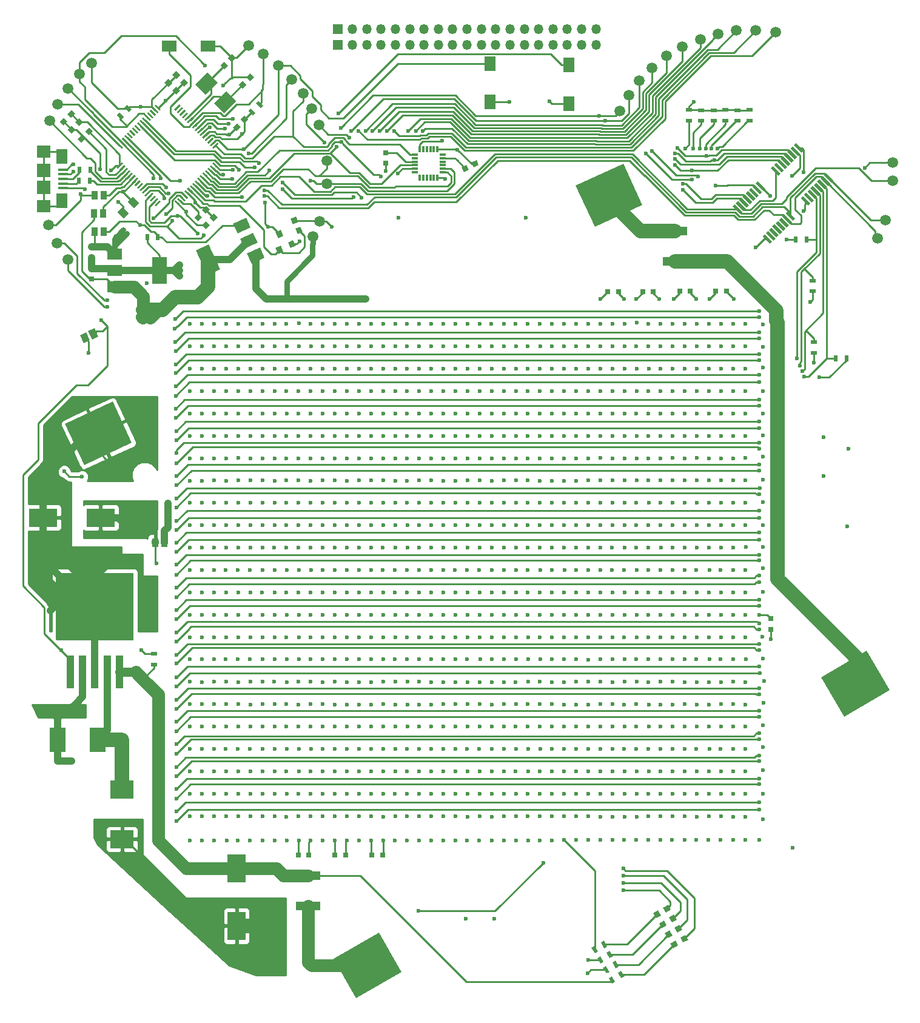
<source format=gbl>
G04 #@! TF.FileFunction,Copper,L4,Bot,Signal*
%FSLAX46Y46*%
G04 Gerber Fmt 4.6, Leading zero omitted, Abs format (unit mm)*
G04 Created by KiCad (PCBNEW 4.0.6+dfsg1-1) date Fri Jun  8 13:36:59 2018*
%MOMM*%
%LPD*%
G01*
G04 APERTURE LIST*
%ADD10C,0.100000*%
%ADD11R,0.500000X0.900000*%
%ADD12R,1.350000X1.350000*%
%ADD13O,1.350000X1.350000*%
%ADD14R,3.300000X2.500000*%
%ADD15R,4.000000X2.500000*%
%ADD16R,2.260600X3.505200*%
%ADD17R,0.900000X0.500000*%
%ADD18R,0.800000X0.750000*%
%ADD19R,0.750000X0.800000*%
%ADD20R,0.970000X1.270000*%
%ADD21C,1.500000*%
%ADD22R,1.100000X4.600000*%
%ADD23R,10.800000X9.400000*%
%ADD24R,5.250000X4.550000*%
%ADD25R,3.400000X1.210000*%
%ADD26R,2.500000X4.000000*%
%ADD27R,2.000000X3.800000*%
%ADD28R,2.000000X1.500000*%
%ADD29R,1.600000X2.000000*%
%ADD30R,2.000000X1.600000*%
%ADD31R,1.350000X0.400000*%
%ADD32R,1.600000X2.100000*%
%ADD33R,1.900000X1.900000*%
%ADD34R,1.900000X1.800000*%
%ADD35R,0.300000X0.850000*%
%ADD36R,0.850000X0.300000*%
%ADD37C,0.600000*%
%ADD38C,1.000000*%
%ADD39C,0.250000*%
%ADD40C,2.000000*%
%ADD41C,0.750000*%
%ADD42C,1.750000*%
%ADD43C,1.250000*%
%ADD44C,0.254000*%
G04 APERTURE END LIST*
D10*
D11*
X122500000Y-78000000D03*
X121000000Y-78000000D03*
D12*
X157175000Y-59000000D03*
D13*
X159175000Y-59000000D03*
X161175000Y-59000000D03*
X163175000Y-59000000D03*
X165175000Y-59000000D03*
X167175000Y-59000000D03*
X169175000Y-59000000D03*
X171175000Y-59000000D03*
X173175000Y-59000000D03*
X175175000Y-59000000D03*
X177175000Y-59000000D03*
X179175000Y-59000000D03*
X181175000Y-59000000D03*
X183175000Y-59000000D03*
X185175000Y-59000000D03*
X187175000Y-59000000D03*
X189175000Y-59000000D03*
X191175000Y-59000000D03*
X193175000Y-59000000D03*
D10*
G36*
X126911091Y-69425305D02*
X126274695Y-68788909D01*
X126628249Y-68435355D01*
X127264645Y-69071751D01*
X126911091Y-69425305D01*
X126911091Y-69425305D01*
G37*
G36*
X127971751Y-68364645D02*
X127335355Y-67728249D01*
X127688909Y-67374695D01*
X128325305Y-68011091D01*
X127971751Y-68364645D01*
X127971751Y-68364645D01*
G37*
D14*
X127010000Y-169900000D03*
X127000000Y-163000000D03*
D15*
X124000000Y-125000000D03*
X116000000Y-125000000D03*
D16*
X118000000Y-156000000D03*
X123638800Y-156000000D03*
D17*
X211250000Y-68100000D03*
X211250000Y-69600000D03*
X206200000Y-68100000D03*
X206200000Y-69600000D03*
X214610000Y-68090000D03*
X214610000Y-69590000D03*
X212940000Y-68110000D03*
X212940000Y-69610000D03*
D11*
X228150000Y-102800000D03*
X226650000Y-102800000D03*
D17*
X223600000Y-102000000D03*
X223600000Y-100500000D03*
X223400000Y-93400000D03*
X223400000Y-91900000D03*
D11*
X221050000Y-86200000D03*
X222550000Y-86200000D03*
D17*
X209590000Y-68110000D03*
X209590000Y-69610000D03*
X207880000Y-68110000D03*
X207880000Y-69610000D03*
D18*
X201200000Y-93500000D03*
X199700000Y-93500000D03*
X211400000Y-93400000D03*
X209900000Y-93400000D03*
X206350000Y-93400000D03*
X204850000Y-93400000D03*
X163400000Y-172100000D03*
X161900000Y-172100000D03*
X153100000Y-172100000D03*
X151600000Y-172100000D03*
D19*
X217600000Y-140600000D03*
X217600000Y-139100000D03*
D18*
X196300000Y-93500000D03*
X194800000Y-93500000D03*
X156750000Y-172100000D03*
X158250000Y-172100000D03*
D10*
G36*
X159687629Y-192114631D02*
X156512629Y-186615369D01*
X162869255Y-182945369D01*
X166044255Y-188444631D01*
X159687629Y-192114631D01*
X159687629Y-192114631D01*
G37*
G36*
X227809187Y-152784631D02*
X224634187Y-147285369D01*
X230990813Y-143615369D01*
X234165813Y-149114631D01*
X227809187Y-152784631D01*
X227809187Y-152784631D01*
G37*
G36*
X123687996Y-99729584D02*
X122808877Y-100139523D01*
X122272152Y-98988512D01*
X123151271Y-98578573D01*
X123687996Y-99729584D01*
X123687996Y-99729584D01*
G37*
G36*
X122527922Y-100270536D02*
X121648803Y-100680475D01*
X121112078Y-99529464D01*
X121991197Y-99119525D01*
X122527922Y-100270536D01*
X122527922Y-100270536D01*
G37*
D20*
X124440000Y-80020000D03*
X123160000Y-80020000D03*
X123130000Y-82530000D03*
X124410000Y-82530000D03*
D10*
G36*
X205639230Y-183253590D02*
X206039230Y-183946410D01*
X205346410Y-184346410D01*
X204946410Y-183653590D01*
X205639230Y-183253590D01*
X205639230Y-183253590D01*
G37*
G36*
X204253590Y-184053590D02*
X204653590Y-184746410D01*
X203960770Y-185146410D01*
X203560770Y-184453590D01*
X204253590Y-184053590D01*
X204253590Y-184053590D01*
G37*
G36*
X195409456Y-190064711D02*
X194959456Y-189285289D01*
X195392468Y-189035289D01*
X195842468Y-189814711D01*
X195409456Y-190064711D01*
X195409456Y-190064711D01*
G37*
G36*
X196708494Y-189314711D02*
X196258494Y-188535289D01*
X196691506Y-188285289D01*
X197141506Y-189064711D01*
X196708494Y-189314711D01*
X196708494Y-189314711D01*
G37*
G36*
X193809456Y-187264711D02*
X193359456Y-186485289D01*
X193792468Y-186235289D01*
X194242468Y-187014711D01*
X193809456Y-187264711D01*
X193809456Y-187264711D01*
G37*
G36*
X195108494Y-186514711D02*
X194658494Y-185735289D01*
X195091506Y-185485289D01*
X195541506Y-186264711D01*
X195108494Y-186514711D01*
X195108494Y-186514711D01*
G37*
D21*
X148800000Y-61900000D03*
X154600000Y-83600000D03*
X150700000Y-63800000D03*
X121100000Y-63100000D03*
X117900000Y-86700000D03*
X119500000Y-89000000D03*
X154500000Y-70200000D03*
X152300000Y-65800000D03*
X153500000Y-67900000D03*
X155590000Y-75200000D03*
X155600000Y-78400000D03*
X146700000Y-60300000D03*
X122800000Y-61500000D03*
X118000000Y-67300000D03*
X116900000Y-69600000D03*
X116730000Y-84140000D03*
D22*
X126625000Y-146575000D03*
X124925000Y-146575000D03*
X123225000Y-146575000D03*
X121525000Y-146575000D03*
X119825000Y-146575000D03*
D23*
X123225000Y-137425000D03*
D24*
X120450000Y-135000000D03*
X126000000Y-139850000D03*
X126000000Y-135000000D03*
X120450000Y-139850000D03*
D25*
X204200000Y-89210000D03*
X204200000Y-85000000D03*
X153000000Y-179210000D03*
X153000000Y-175000000D03*
D26*
X143000000Y-174000000D03*
X143000000Y-182000000D03*
D17*
X131500000Y-145500000D03*
X131500000Y-144000000D03*
D10*
G36*
X141297678Y-61331992D02*
X141828008Y-61862322D01*
X141262322Y-62428008D01*
X140731992Y-61897678D01*
X141297678Y-61331992D01*
X141297678Y-61331992D01*
G37*
G36*
X142358338Y-60271332D02*
X142888668Y-60801662D01*
X142322982Y-61367348D01*
X141792652Y-60837018D01*
X142358338Y-60271332D01*
X142358338Y-60271332D01*
G37*
G36*
X144882982Y-64057348D02*
X144352652Y-63527018D01*
X144918338Y-62961332D01*
X145448668Y-63491662D01*
X144882982Y-64057348D01*
X144882982Y-64057348D01*
G37*
G36*
X143822322Y-65118008D02*
X143291992Y-64587678D01*
X143857678Y-64021992D01*
X144388008Y-64552322D01*
X143822322Y-65118008D01*
X143822322Y-65118008D01*
G37*
G36*
X138702982Y-82567348D02*
X138172652Y-82037018D01*
X138738338Y-81471332D01*
X139268668Y-82001662D01*
X138702982Y-82567348D01*
X138702982Y-82567348D01*
G37*
G36*
X137642322Y-83628008D02*
X137111992Y-83097678D01*
X137677678Y-82531992D01*
X138208008Y-83062322D01*
X137642322Y-83628008D01*
X137642322Y-83628008D01*
G37*
G36*
X121357018Y-71572652D02*
X121887348Y-72102982D01*
X121321662Y-72668668D01*
X120791332Y-72138338D01*
X121357018Y-71572652D01*
X121357018Y-71572652D01*
G37*
G36*
X122417678Y-70511992D02*
X122948008Y-71042322D01*
X122382322Y-71608008D01*
X121851992Y-71077678D01*
X122417678Y-70511992D01*
X122417678Y-70511992D01*
G37*
G36*
X135148008Y-63217678D02*
X134617678Y-63748008D01*
X134051992Y-63182322D01*
X134582322Y-62651992D01*
X135148008Y-63217678D01*
X135148008Y-63217678D01*
G37*
G36*
X136208668Y-64278338D02*
X135678338Y-64808668D01*
X135112652Y-64242982D01*
X135642982Y-63712652D01*
X136208668Y-64278338D01*
X136208668Y-64278338D01*
G37*
D19*
X122790000Y-88700000D03*
X122790000Y-87200000D03*
D10*
G36*
X138747018Y-83612652D02*
X139277348Y-84142982D01*
X138711662Y-84708668D01*
X138181332Y-84178338D01*
X138747018Y-83612652D01*
X138747018Y-83612652D01*
G37*
G36*
X139807678Y-82551992D02*
X140338008Y-83082322D01*
X139772322Y-83648008D01*
X139241992Y-83117678D01*
X139807678Y-82551992D01*
X139807678Y-82551992D01*
G37*
G36*
X121022652Y-70317678D02*
X120492322Y-69787348D01*
X121058008Y-69221662D01*
X121588338Y-69751992D01*
X121022652Y-70317678D01*
X121022652Y-70317678D01*
G37*
G36*
X119961992Y-71378338D02*
X119431662Y-70848008D01*
X119997348Y-70282322D01*
X120527678Y-70812652D01*
X119961992Y-71378338D01*
X119961992Y-71378338D01*
G37*
G36*
X144082322Y-69948008D02*
X143551992Y-69417678D01*
X144117678Y-68851992D01*
X144648008Y-69382322D01*
X144082322Y-69948008D01*
X144082322Y-69948008D01*
G37*
G36*
X143021662Y-71008668D02*
X142491332Y-70478338D01*
X143057018Y-69912652D01*
X143587348Y-70442982D01*
X143021662Y-71008668D01*
X143021662Y-71008668D01*
G37*
D19*
X122780000Y-90200000D03*
X122780000Y-91700000D03*
D10*
G36*
X118867018Y-69152652D02*
X119397348Y-69682982D01*
X118831662Y-70248668D01*
X118301332Y-69718338D01*
X118867018Y-69152652D01*
X118867018Y-69152652D01*
G37*
G36*
X119927678Y-68091992D02*
X120458008Y-68622322D01*
X119892322Y-69188008D01*
X119361992Y-68657678D01*
X119927678Y-68091992D01*
X119927678Y-68091992D01*
G37*
G36*
X128511612Y-80204505D02*
X129395495Y-81088388D01*
X128688388Y-81795495D01*
X127804505Y-80911612D01*
X128511612Y-80204505D01*
X128511612Y-80204505D01*
G37*
G36*
X127097398Y-81618719D02*
X127981281Y-82502602D01*
X127274174Y-83209709D01*
X126390291Y-82325826D01*
X127097398Y-81618719D01*
X127097398Y-81618719D01*
G37*
G36*
X134048008Y-64317678D02*
X133517678Y-64848008D01*
X132951992Y-64282322D01*
X133482322Y-63751992D01*
X134048008Y-64317678D01*
X134048008Y-64317678D01*
G37*
G36*
X135108668Y-65378338D02*
X134578338Y-65908668D01*
X134012652Y-65342982D01*
X134542982Y-64812652D01*
X135108668Y-65378338D01*
X135108668Y-65378338D01*
G37*
D19*
X163850000Y-74050000D03*
X163850000Y-75550000D03*
D10*
G36*
X176075690Y-76108913D02*
X175758726Y-75429182D01*
X176483772Y-75091087D01*
X176800736Y-75770818D01*
X176075690Y-76108913D01*
X176075690Y-76108913D01*
G37*
G36*
X174716228Y-76742841D02*
X174399264Y-76063110D01*
X175124310Y-75725015D01*
X175441274Y-76404746D01*
X174716228Y-76742841D01*
X174716228Y-76742841D01*
G37*
G36*
X145280761Y-68855635D02*
X144644365Y-68219239D01*
X144997919Y-67865685D01*
X145634315Y-68502081D01*
X145280761Y-68855635D01*
X145280761Y-68855635D01*
G37*
G36*
X146341421Y-67794975D02*
X145705025Y-67158579D01*
X146058579Y-66805025D01*
X146694975Y-67441421D01*
X146341421Y-67794975D01*
X146341421Y-67794975D01*
G37*
D11*
X122550000Y-76400000D03*
X121050000Y-76400000D03*
D21*
X232500000Y-86000000D03*
X234600000Y-78000000D03*
X234600000Y-75400000D03*
X233600000Y-83460000D03*
D27*
X132250000Y-90500000D03*
D28*
X125950000Y-90500000D03*
X125950000Y-88200000D03*
X125950000Y-92800000D03*
D10*
G36*
X135022881Y-67308058D02*
X135199658Y-67484835D01*
X134492551Y-68191942D01*
X134315774Y-68015165D01*
X135022881Y-67308058D01*
X135022881Y-67308058D01*
G37*
G36*
X135376435Y-67661611D02*
X135553212Y-67838388D01*
X134846105Y-68545495D01*
X134669328Y-68368718D01*
X135376435Y-67661611D01*
X135376435Y-67661611D01*
G37*
G36*
X135729988Y-68015165D02*
X135906765Y-68191942D01*
X135199658Y-68899049D01*
X135022881Y-68722272D01*
X135729988Y-68015165D01*
X135729988Y-68015165D01*
G37*
G36*
X136083541Y-68368718D02*
X136260318Y-68545495D01*
X135553211Y-69252602D01*
X135376434Y-69075825D01*
X136083541Y-68368718D01*
X136083541Y-68368718D01*
G37*
G36*
X136437095Y-68722271D02*
X136613872Y-68899048D01*
X135906765Y-69606155D01*
X135729988Y-69429378D01*
X136437095Y-68722271D01*
X136437095Y-68722271D01*
G37*
G36*
X136790648Y-69075825D02*
X136967425Y-69252602D01*
X136260318Y-69959709D01*
X136083541Y-69782932D01*
X136790648Y-69075825D01*
X136790648Y-69075825D01*
G37*
G36*
X137144202Y-69429378D02*
X137320979Y-69606155D01*
X136613872Y-70313262D01*
X136437095Y-70136485D01*
X137144202Y-69429378D01*
X137144202Y-69429378D01*
G37*
G36*
X137497755Y-69782932D02*
X137674532Y-69959709D01*
X136967425Y-70666816D01*
X136790648Y-70490039D01*
X137497755Y-69782932D01*
X137497755Y-69782932D01*
G37*
G36*
X137851308Y-70136485D02*
X138028085Y-70313262D01*
X137320978Y-71020369D01*
X137144201Y-70843592D01*
X137851308Y-70136485D01*
X137851308Y-70136485D01*
G37*
G36*
X138204862Y-70490038D02*
X138381639Y-70666815D01*
X137674532Y-71373922D01*
X137497755Y-71197145D01*
X138204862Y-70490038D01*
X138204862Y-70490038D01*
G37*
G36*
X138558415Y-70843592D02*
X138735192Y-71020369D01*
X138028085Y-71727476D01*
X137851308Y-71550699D01*
X138558415Y-70843592D01*
X138558415Y-70843592D01*
G37*
G36*
X138911969Y-71197145D02*
X139088746Y-71373922D01*
X138381639Y-72081029D01*
X138204862Y-71904252D01*
X138911969Y-71197145D01*
X138911969Y-71197145D01*
G37*
G36*
X139265522Y-71550699D02*
X139442299Y-71727476D01*
X138735192Y-72434583D01*
X138558415Y-72257806D01*
X139265522Y-71550699D01*
X139265522Y-71550699D01*
G37*
G36*
X139619075Y-71904252D02*
X139795852Y-72081029D01*
X139088745Y-72788136D01*
X138911968Y-72611359D01*
X139619075Y-71904252D01*
X139619075Y-71904252D01*
G37*
G36*
X139972629Y-72257805D02*
X140149406Y-72434582D01*
X139442299Y-73141689D01*
X139265522Y-72964912D01*
X139972629Y-72257805D01*
X139972629Y-72257805D01*
G37*
G36*
X140326182Y-72611359D02*
X140502959Y-72788136D01*
X139795852Y-73495243D01*
X139619075Y-73318466D01*
X140326182Y-72611359D01*
X140326182Y-72611359D01*
G37*
G36*
X140502959Y-76076182D02*
X140326182Y-76252959D01*
X139619075Y-75545852D01*
X139795852Y-75369075D01*
X140502959Y-76076182D01*
X140502959Y-76076182D01*
G37*
G36*
X140149406Y-76429736D02*
X139972629Y-76606513D01*
X139265522Y-75899406D01*
X139442299Y-75722629D01*
X140149406Y-76429736D01*
X140149406Y-76429736D01*
G37*
G36*
X139795852Y-76783289D02*
X139619075Y-76960066D01*
X138911968Y-76252959D01*
X139088745Y-76076182D01*
X139795852Y-76783289D01*
X139795852Y-76783289D01*
G37*
G36*
X139442299Y-77136842D02*
X139265522Y-77313619D01*
X138558415Y-76606512D01*
X138735192Y-76429735D01*
X139442299Y-77136842D01*
X139442299Y-77136842D01*
G37*
G36*
X139088746Y-77490396D02*
X138911969Y-77667173D01*
X138204862Y-76960066D01*
X138381639Y-76783289D01*
X139088746Y-77490396D01*
X139088746Y-77490396D01*
G37*
G36*
X138735192Y-77843949D02*
X138558415Y-78020726D01*
X137851308Y-77313619D01*
X138028085Y-77136842D01*
X138735192Y-77843949D01*
X138735192Y-77843949D01*
G37*
G36*
X138381639Y-78197503D02*
X138204862Y-78374280D01*
X137497755Y-77667173D01*
X137674532Y-77490396D01*
X138381639Y-78197503D01*
X138381639Y-78197503D01*
G37*
G36*
X138028085Y-78551056D02*
X137851308Y-78727833D01*
X137144201Y-78020726D01*
X137320978Y-77843949D01*
X138028085Y-78551056D01*
X138028085Y-78551056D01*
G37*
G36*
X137674532Y-78904609D02*
X137497755Y-79081386D01*
X136790648Y-78374279D01*
X136967425Y-78197502D01*
X137674532Y-78904609D01*
X137674532Y-78904609D01*
G37*
G36*
X137320979Y-79258163D02*
X137144202Y-79434940D01*
X136437095Y-78727833D01*
X136613872Y-78551056D01*
X137320979Y-79258163D01*
X137320979Y-79258163D01*
G37*
G36*
X136967425Y-79611716D02*
X136790648Y-79788493D01*
X136083541Y-79081386D01*
X136260318Y-78904609D01*
X136967425Y-79611716D01*
X136967425Y-79611716D01*
G37*
G36*
X136613872Y-79965270D02*
X136437095Y-80142047D01*
X135729988Y-79434940D01*
X135906765Y-79258163D01*
X136613872Y-79965270D01*
X136613872Y-79965270D01*
G37*
G36*
X136260318Y-80318823D02*
X136083541Y-80495600D01*
X135376434Y-79788493D01*
X135553211Y-79611716D01*
X136260318Y-80318823D01*
X136260318Y-80318823D01*
G37*
G36*
X135906765Y-80672376D02*
X135729988Y-80849153D01*
X135022881Y-80142046D01*
X135199658Y-79965269D01*
X135906765Y-80672376D01*
X135906765Y-80672376D01*
G37*
G36*
X135553212Y-81025930D02*
X135376435Y-81202707D01*
X134669328Y-80495600D01*
X134846105Y-80318823D01*
X135553212Y-81025930D01*
X135553212Y-81025930D01*
G37*
G36*
X135199658Y-81379483D02*
X135022881Y-81556260D01*
X134315774Y-80849153D01*
X134492551Y-80672376D01*
X135199658Y-81379483D01*
X135199658Y-81379483D01*
G37*
G36*
X132265165Y-80672376D02*
X132441942Y-80849153D01*
X131734835Y-81556260D01*
X131558058Y-81379483D01*
X132265165Y-80672376D01*
X132265165Y-80672376D01*
G37*
G36*
X131911611Y-80318823D02*
X132088388Y-80495600D01*
X131381281Y-81202707D01*
X131204504Y-81025930D01*
X131911611Y-80318823D01*
X131911611Y-80318823D01*
G37*
G36*
X131558058Y-79965269D02*
X131734835Y-80142046D01*
X131027728Y-80849153D01*
X130850951Y-80672376D01*
X131558058Y-79965269D01*
X131558058Y-79965269D01*
G37*
G36*
X131204505Y-79611716D02*
X131381282Y-79788493D01*
X130674175Y-80495600D01*
X130497398Y-80318823D01*
X131204505Y-79611716D01*
X131204505Y-79611716D01*
G37*
G36*
X130850951Y-79258163D02*
X131027728Y-79434940D01*
X130320621Y-80142047D01*
X130143844Y-79965270D01*
X130850951Y-79258163D01*
X130850951Y-79258163D01*
G37*
G36*
X130497398Y-78904609D02*
X130674175Y-79081386D01*
X129967068Y-79788493D01*
X129790291Y-79611716D01*
X130497398Y-78904609D01*
X130497398Y-78904609D01*
G37*
G36*
X130143844Y-78551056D02*
X130320621Y-78727833D01*
X129613514Y-79434940D01*
X129436737Y-79258163D01*
X130143844Y-78551056D01*
X130143844Y-78551056D01*
G37*
G36*
X129790291Y-78197502D02*
X129967068Y-78374279D01*
X129259961Y-79081386D01*
X129083184Y-78904609D01*
X129790291Y-78197502D01*
X129790291Y-78197502D01*
G37*
G36*
X129436738Y-77843949D02*
X129613515Y-78020726D01*
X128906408Y-78727833D01*
X128729631Y-78551056D01*
X129436738Y-77843949D01*
X129436738Y-77843949D01*
G37*
G36*
X129083184Y-77490396D02*
X129259961Y-77667173D01*
X128552854Y-78374280D01*
X128376077Y-78197503D01*
X129083184Y-77490396D01*
X129083184Y-77490396D01*
G37*
G36*
X128729631Y-77136842D02*
X128906408Y-77313619D01*
X128199301Y-78020726D01*
X128022524Y-77843949D01*
X128729631Y-77136842D01*
X128729631Y-77136842D01*
G37*
G36*
X128376077Y-76783289D02*
X128552854Y-76960066D01*
X127845747Y-77667173D01*
X127668970Y-77490396D01*
X128376077Y-76783289D01*
X128376077Y-76783289D01*
G37*
G36*
X128022524Y-76429735D02*
X128199301Y-76606512D01*
X127492194Y-77313619D01*
X127315417Y-77136842D01*
X128022524Y-76429735D01*
X128022524Y-76429735D01*
G37*
G36*
X127668971Y-76076182D02*
X127845748Y-76252959D01*
X127138641Y-76960066D01*
X126961864Y-76783289D01*
X127668971Y-76076182D01*
X127668971Y-76076182D01*
G37*
G36*
X127315417Y-75722629D02*
X127492194Y-75899406D01*
X126785087Y-76606513D01*
X126608310Y-76429736D01*
X127315417Y-75722629D01*
X127315417Y-75722629D01*
G37*
G36*
X126961864Y-75369075D02*
X127138641Y-75545852D01*
X126431534Y-76252959D01*
X126254757Y-76076182D01*
X126961864Y-75369075D01*
X126961864Y-75369075D01*
G37*
G36*
X127138641Y-73318466D02*
X126961864Y-73495243D01*
X126254757Y-72788136D01*
X126431534Y-72611359D01*
X127138641Y-73318466D01*
X127138641Y-73318466D01*
G37*
G36*
X127492194Y-72964912D02*
X127315417Y-73141689D01*
X126608310Y-72434582D01*
X126785087Y-72257805D01*
X127492194Y-72964912D01*
X127492194Y-72964912D01*
G37*
G36*
X127845748Y-72611359D02*
X127668971Y-72788136D01*
X126961864Y-72081029D01*
X127138641Y-71904252D01*
X127845748Y-72611359D01*
X127845748Y-72611359D01*
G37*
G36*
X128199301Y-72257806D02*
X128022524Y-72434583D01*
X127315417Y-71727476D01*
X127492194Y-71550699D01*
X128199301Y-72257806D01*
X128199301Y-72257806D01*
G37*
G36*
X128552854Y-71904252D02*
X128376077Y-72081029D01*
X127668970Y-71373922D01*
X127845747Y-71197145D01*
X128552854Y-71904252D01*
X128552854Y-71904252D01*
G37*
G36*
X128906408Y-71550699D02*
X128729631Y-71727476D01*
X128022524Y-71020369D01*
X128199301Y-70843592D01*
X128906408Y-71550699D01*
X128906408Y-71550699D01*
G37*
G36*
X129259961Y-71197145D02*
X129083184Y-71373922D01*
X128376077Y-70666815D01*
X128552854Y-70490038D01*
X129259961Y-71197145D01*
X129259961Y-71197145D01*
G37*
G36*
X129613515Y-70843592D02*
X129436738Y-71020369D01*
X128729631Y-70313262D01*
X128906408Y-70136485D01*
X129613515Y-70843592D01*
X129613515Y-70843592D01*
G37*
G36*
X129967068Y-70490039D02*
X129790291Y-70666816D01*
X129083184Y-69959709D01*
X129259961Y-69782932D01*
X129967068Y-70490039D01*
X129967068Y-70490039D01*
G37*
G36*
X130320621Y-70136485D02*
X130143844Y-70313262D01*
X129436737Y-69606155D01*
X129613514Y-69429378D01*
X130320621Y-70136485D01*
X130320621Y-70136485D01*
G37*
G36*
X130674175Y-69782932D02*
X130497398Y-69959709D01*
X129790291Y-69252602D01*
X129967068Y-69075825D01*
X130674175Y-69782932D01*
X130674175Y-69782932D01*
G37*
G36*
X131027728Y-69429378D02*
X130850951Y-69606155D01*
X130143844Y-68899048D01*
X130320621Y-68722271D01*
X131027728Y-69429378D01*
X131027728Y-69429378D01*
G37*
G36*
X131381282Y-69075825D02*
X131204505Y-69252602D01*
X130497398Y-68545495D01*
X130674175Y-68368718D01*
X131381282Y-69075825D01*
X131381282Y-69075825D01*
G37*
G36*
X131734835Y-68722272D02*
X131558058Y-68899049D01*
X130850951Y-68191942D01*
X131027728Y-68015165D01*
X131734835Y-68722272D01*
X131734835Y-68722272D01*
G37*
G36*
X132088388Y-68368718D02*
X131911611Y-68545495D01*
X131204504Y-67838388D01*
X131381281Y-67661611D01*
X132088388Y-68368718D01*
X132088388Y-68368718D01*
G37*
G36*
X132441942Y-68015165D02*
X132265165Y-68191942D01*
X131558058Y-67484835D01*
X131734835Y-67308058D01*
X132441942Y-68015165D01*
X132441942Y-68015165D01*
G37*
G36*
X137228069Y-64525125D02*
X138925125Y-62828069D01*
X140339339Y-64242283D01*
X138642283Y-65939339D01*
X137228069Y-64525125D01*
X137228069Y-64525125D01*
G37*
G36*
X139844365Y-67141421D02*
X141541421Y-65444365D01*
X142955635Y-66858579D01*
X141258579Y-68555635D01*
X139844365Y-67141421D01*
X139844365Y-67141421D01*
G37*
D20*
X132950000Y-128470000D03*
X131670000Y-128470000D03*
X124470000Y-85070000D03*
X123190000Y-85070000D03*
D10*
G36*
X204046410Y-180453590D02*
X204446410Y-181146410D01*
X203753590Y-181546410D01*
X203353590Y-180853590D01*
X204046410Y-180453590D01*
X204046410Y-180453590D01*
G37*
G36*
X202660770Y-181253590D02*
X203060770Y-181946410D01*
X202367950Y-182346410D01*
X201967950Y-181653590D01*
X202660770Y-181253590D01*
X202660770Y-181253590D01*
G37*
G36*
X204839230Y-181853590D02*
X205239230Y-182546410D01*
X204546410Y-182946410D01*
X204146410Y-182253590D01*
X204839230Y-181853590D01*
X204839230Y-181853590D01*
G37*
G36*
X203453590Y-182653590D02*
X203853590Y-183346410D01*
X203160770Y-183746410D01*
X202760770Y-183053590D01*
X203453590Y-182653590D01*
X203453590Y-182653590D01*
G37*
G36*
X203239230Y-179053590D02*
X203639230Y-179746410D01*
X202946410Y-180146410D01*
X202546410Y-179453590D01*
X203239230Y-179053590D01*
X203239230Y-179053590D01*
G37*
G36*
X201853590Y-179853590D02*
X202253590Y-180546410D01*
X201560770Y-180946410D01*
X201160770Y-180253590D01*
X201853590Y-179853590D01*
X201853590Y-179853590D01*
G37*
G36*
X139103333Y-86855397D02*
X140709282Y-90299367D01*
X138896667Y-91144603D01*
X137290718Y-87700633D01*
X139103333Y-86855397D01*
X139103333Y-86855397D01*
G37*
G36*
X145299084Y-85235155D02*
X145933011Y-86594617D01*
X144120396Y-87439853D01*
X143486469Y-86080391D01*
X145299084Y-85235155D01*
X145299084Y-85235155D01*
G37*
G36*
X146271106Y-87319663D02*
X146905033Y-88679125D01*
X145092418Y-89524361D01*
X144458491Y-88164899D01*
X146271106Y-87319663D01*
X146271106Y-87319663D01*
G37*
G36*
X144327062Y-83150648D02*
X144960989Y-84510110D01*
X143148374Y-85355346D01*
X142514447Y-83995884D01*
X144327062Y-83150648D01*
X144327062Y-83150648D01*
G37*
G36*
X194609456Y-188664711D02*
X194159456Y-187885289D01*
X194592468Y-187635289D01*
X195042468Y-188414711D01*
X194609456Y-188664711D01*
X194609456Y-188664711D01*
G37*
G36*
X195908494Y-187914711D02*
X195458494Y-187135289D01*
X195891506Y-186885289D01*
X196341506Y-187664711D01*
X195908494Y-187914711D01*
X195908494Y-187914711D01*
G37*
D11*
X132010000Y-85800000D03*
X130510000Y-85800000D03*
D10*
G36*
X193008975Y-185864711D02*
X192558975Y-185085289D01*
X192991987Y-184835289D01*
X193441987Y-185614711D01*
X193008975Y-185864711D01*
X193008975Y-185864711D01*
G37*
G36*
X194308013Y-185114711D02*
X193858013Y-184335289D01*
X194291025Y-184085289D01*
X194741025Y-184864711D01*
X194308013Y-185114711D01*
X194308013Y-185114711D01*
G37*
D21*
X144700000Y-59100000D03*
X119500000Y-65100000D03*
X153690000Y-85720000D03*
D10*
G36*
X226349048Y-77911612D02*
X226030850Y-78229810D01*
X224970190Y-77169150D01*
X225288388Y-76850952D01*
X226349048Y-77911612D01*
X226349048Y-77911612D01*
G37*
G36*
X225889429Y-78371231D02*
X225571231Y-78689429D01*
X224510571Y-77628769D01*
X224828769Y-77310571D01*
X225889429Y-78371231D01*
X225889429Y-78371231D01*
G37*
G36*
X225429809Y-78830851D02*
X225111611Y-79149049D01*
X224050951Y-78088389D01*
X224369149Y-77770191D01*
X225429809Y-78830851D01*
X225429809Y-78830851D01*
G37*
G36*
X224970190Y-79290470D02*
X224651992Y-79608668D01*
X223591332Y-78548008D01*
X223909530Y-78229810D01*
X224970190Y-79290470D01*
X224970190Y-79290470D01*
G37*
G36*
X224510570Y-79750090D02*
X224192372Y-80068288D01*
X223131712Y-79007628D01*
X223449910Y-78689430D01*
X224510570Y-79750090D01*
X224510570Y-79750090D01*
G37*
G36*
X224050951Y-80209709D02*
X223732753Y-80527907D01*
X222672093Y-79467247D01*
X222990291Y-79149049D01*
X224050951Y-80209709D01*
X224050951Y-80209709D01*
G37*
G36*
X223591331Y-80669329D02*
X223273133Y-80987527D01*
X222212473Y-79926867D01*
X222530671Y-79608669D01*
X223591331Y-80669329D01*
X223591331Y-80669329D01*
G37*
G36*
X223131712Y-81128948D02*
X222813514Y-81447146D01*
X221752854Y-80386486D01*
X222071052Y-80068288D01*
X223131712Y-81128948D01*
X223131712Y-81128948D01*
G37*
G36*
X218959782Y-76957018D02*
X218641584Y-77275216D01*
X217580924Y-76214556D01*
X217899122Y-75896358D01*
X218959782Y-76957018D01*
X218959782Y-76957018D01*
G37*
G36*
X219419401Y-76497399D02*
X219101203Y-76815597D01*
X218040543Y-75754937D01*
X218358741Y-75436739D01*
X219419401Y-76497399D01*
X219419401Y-76497399D01*
G37*
G36*
X219879021Y-76037779D02*
X219560823Y-76355977D01*
X218500163Y-75295317D01*
X218818361Y-74977119D01*
X219879021Y-76037779D01*
X219879021Y-76037779D01*
G37*
G36*
X220338640Y-75578160D02*
X220020442Y-75896358D01*
X218959782Y-74835698D01*
X219277980Y-74517500D01*
X220338640Y-75578160D01*
X220338640Y-75578160D01*
G37*
G36*
X220798260Y-75118540D02*
X220480062Y-75436738D01*
X219419402Y-74376078D01*
X219737600Y-74057880D01*
X220798260Y-75118540D01*
X220798260Y-75118540D01*
G37*
G36*
X221257879Y-74658921D02*
X220939681Y-74977119D01*
X219879021Y-73916459D01*
X220197219Y-73598261D01*
X221257879Y-74658921D01*
X221257879Y-74658921D01*
G37*
G36*
X221717499Y-74199301D02*
X221399301Y-74517499D01*
X220338641Y-73456839D01*
X220656839Y-73138641D01*
X221717499Y-74199301D01*
X221717499Y-74199301D01*
G37*
G36*
X222177118Y-73739682D02*
X221858920Y-74057880D01*
X220798260Y-72997220D01*
X221116458Y-72679022D01*
X222177118Y-73739682D01*
X222177118Y-73739682D01*
G37*
G36*
X221006765Y-83253895D02*
X220688567Y-83572093D01*
X219627907Y-82511433D01*
X219946105Y-82193235D01*
X221006765Y-83253895D01*
X221006765Y-83253895D01*
G37*
G36*
X220547146Y-83713514D02*
X220228948Y-84031712D01*
X219168288Y-82971052D01*
X219486486Y-82652854D01*
X220547146Y-83713514D01*
X220547146Y-83713514D01*
G37*
G36*
X220087526Y-84173134D02*
X219769328Y-84491332D01*
X218708668Y-83430672D01*
X219026866Y-83112474D01*
X220087526Y-84173134D01*
X220087526Y-84173134D01*
G37*
G36*
X219627907Y-84632753D02*
X219309709Y-84950951D01*
X218249049Y-83890291D01*
X218567247Y-83572093D01*
X219627907Y-84632753D01*
X219627907Y-84632753D01*
G37*
G36*
X219168287Y-85092373D02*
X218850089Y-85410571D01*
X217789429Y-84349911D01*
X218107627Y-84031713D01*
X219168287Y-85092373D01*
X219168287Y-85092373D01*
G37*
G36*
X218708668Y-85551992D02*
X218390470Y-85870190D01*
X217329810Y-84809530D01*
X217648008Y-84491332D01*
X218708668Y-85551992D01*
X218708668Y-85551992D01*
G37*
G36*
X218249048Y-86011612D02*
X217930850Y-86329810D01*
X216870190Y-85269150D01*
X217188388Y-84950952D01*
X218249048Y-86011612D01*
X218249048Y-86011612D01*
G37*
G36*
X217789429Y-86471231D02*
X217471231Y-86789429D01*
X216410571Y-85728769D01*
X216728769Y-85410571D01*
X217789429Y-86471231D01*
X217789429Y-86471231D01*
G37*
G36*
X213617499Y-82299301D02*
X213299301Y-82617499D01*
X212238641Y-81556839D01*
X212556839Y-81238641D01*
X213617499Y-82299301D01*
X213617499Y-82299301D01*
G37*
G36*
X214077118Y-81839682D02*
X213758920Y-82157880D01*
X212698260Y-81097220D01*
X213016458Y-80779022D01*
X214077118Y-81839682D01*
X214077118Y-81839682D01*
G37*
G36*
X214536738Y-81380062D02*
X214218540Y-81698260D01*
X213157880Y-80637600D01*
X213476078Y-80319402D01*
X214536738Y-81380062D01*
X214536738Y-81380062D01*
G37*
G36*
X214996357Y-80920443D02*
X214678159Y-81238641D01*
X213617499Y-80177981D01*
X213935697Y-79859783D01*
X214996357Y-80920443D01*
X214996357Y-80920443D01*
G37*
G36*
X215455977Y-80460823D02*
X215137779Y-80779021D01*
X214077119Y-79718361D01*
X214395317Y-79400163D01*
X215455977Y-80460823D01*
X215455977Y-80460823D01*
G37*
G36*
X215915596Y-80001204D02*
X215597398Y-80319402D01*
X214536738Y-79258742D01*
X214854936Y-78940544D01*
X215915596Y-80001204D01*
X215915596Y-80001204D01*
G37*
G36*
X216375216Y-79541584D02*
X216057018Y-79859782D01*
X214996358Y-78799122D01*
X215314556Y-78480924D01*
X216375216Y-79541584D01*
X216375216Y-79541584D01*
G37*
G36*
X216834835Y-79081965D02*
X216516637Y-79400163D01*
X215455977Y-78339503D01*
X215774175Y-78021305D01*
X216834835Y-79081965D01*
X216834835Y-79081965D01*
G37*
D29*
X178400000Y-61600000D03*
X178400000Y-67000000D03*
D21*
X196500000Y-68250000D03*
X197750000Y-66000000D03*
X199250000Y-64000000D03*
X201000000Y-62250000D03*
X203000000Y-60500000D03*
X205250000Y-59250000D03*
X207750000Y-58250000D03*
X210250000Y-57500000D03*
X212750000Y-57000000D03*
X215500000Y-57000000D03*
X218250000Y-57250000D03*
D12*
X157175000Y-56775000D03*
D13*
X159175000Y-56775000D03*
X161175000Y-56775000D03*
X163175000Y-56775000D03*
X165175000Y-56775000D03*
X167175000Y-56775000D03*
X169175000Y-56775000D03*
X171175000Y-56775000D03*
X173175000Y-56775000D03*
X175175000Y-56775000D03*
X177175000Y-56775000D03*
X179175000Y-56775000D03*
X181175000Y-56775000D03*
X183175000Y-56775000D03*
X185175000Y-56775000D03*
X187175000Y-56775000D03*
X189175000Y-56775000D03*
X191175000Y-56775000D03*
X193175000Y-56775000D03*
D10*
G36*
X151591949Y-83724310D02*
X150912218Y-84041274D01*
X150574123Y-83316228D01*
X151253854Y-82999264D01*
X151591949Y-83724310D01*
X151591949Y-83724310D01*
G37*
G36*
X152225877Y-85083772D02*
X151546146Y-85400736D01*
X151208051Y-84675690D01*
X151887782Y-84358726D01*
X152225877Y-85083772D01*
X152225877Y-85083772D01*
G37*
D29*
X189400000Y-61800000D03*
X189400000Y-67200000D03*
D30*
X133600000Y-59200000D03*
X139000000Y-59200000D03*
D10*
G36*
X151258930Y-87049919D02*
X150533884Y-87388014D01*
X150153528Y-86572337D01*
X150878574Y-86234242D01*
X151258930Y-87049919D01*
X151258930Y-87049919D01*
G37*
G36*
X149536945Y-87852894D02*
X148811899Y-88190989D01*
X148431543Y-87375312D01*
X149156589Y-87037217D01*
X149536945Y-87852894D01*
X149536945Y-87852894D01*
G37*
G36*
X149552701Y-85638791D02*
X148827655Y-85976886D01*
X148447299Y-85161209D01*
X149172345Y-84823114D01*
X149552701Y-85638791D01*
X149552701Y-85638791D01*
G37*
D31*
X118775000Y-77700000D03*
X118775000Y-78350000D03*
X118775000Y-76400000D03*
X118775000Y-77050000D03*
X118775000Y-79000000D03*
D32*
X118650000Y-74600000D03*
X118650000Y-80800000D03*
D33*
X116100000Y-76500000D03*
X116100000Y-78900000D03*
D34*
X116100000Y-73900000D03*
X116100000Y-81500000D03*
D10*
G36*
X196984337Y-75571464D02*
X199667963Y-81326518D01*
X193015663Y-84428536D01*
X190332037Y-78673482D01*
X196984337Y-75571464D01*
X196984337Y-75571464D01*
G37*
G36*
X125694167Y-108814616D02*
X128377793Y-114569670D01*
X121725493Y-117671688D01*
X119041867Y-111916634D01*
X125694167Y-108814616D01*
X125694167Y-108814616D01*
G37*
D35*
X171050000Y-77500000D03*
X170550000Y-77500000D03*
X170050000Y-77500000D03*
X169550000Y-77500000D03*
X169050000Y-77500000D03*
X168550000Y-77500000D03*
D36*
X167850000Y-76800000D03*
X167850000Y-76300000D03*
X167850000Y-75800000D03*
X167850000Y-75300000D03*
X167850000Y-74800000D03*
X167850000Y-74300000D03*
D35*
X168550000Y-73600000D03*
X169050000Y-73600000D03*
X169550000Y-73600000D03*
X170050000Y-73600000D03*
X170550000Y-73600000D03*
X171050000Y-73600000D03*
D36*
X171750000Y-74300000D03*
X171750000Y-74800000D03*
X171750000Y-75300000D03*
X171750000Y-75800000D03*
X171750000Y-76300000D03*
X171750000Y-76800000D03*
D37*
X147998132Y-183991142D03*
X146979405Y-183954659D03*
X145998253Y-183932611D03*
X130000000Y-173000000D03*
X129000000Y-173000000D03*
X127000000Y-173000000D03*
X128000000Y-173000000D03*
X117000000Y-137000000D03*
X117000000Y-135000000D03*
X117000000Y-138000000D03*
X117000000Y-136000000D03*
X124000000Y-132000000D03*
X122000000Y-132000000D03*
X120000000Y-132000000D03*
X117000000Y-134000000D03*
X123000000Y-132000000D03*
X121000000Y-132000000D03*
X156300000Y-84400000D03*
X151800000Y-86400000D03*
X125042583Y-117102220D03*
X223129879Y-94870123D03*
X215506173Y-87246417D03*
X122300000Y-102040000D03*
X115393906Y-120271155D03*
X115386469Y-121003673D03*
X116000000Y-120260000D03*
X116000000Y-121000000D03*
X228450000Y-115380000D03*
X224930000Y-119230000D03*
X172090000Y-77710000D03*
X137257272Y-81030020D03*
X214007193Y-166738543D03*
X210634224Y-166728196D03*
X207257445Y-166741702D03*
X203897550Y-166732721D03*
X200512149Y-166732720D03*
X197144496Y-166738864D03*
X193785715Y-166738864D03*
X190405213Y-166733352D03*
X187048055Y-166727192D03*
X183678573Y-166733354D03*
X180296157Y-166733352D03*
X176921056Y-166725745D03*
X173557380Y-166717128D03*
X170177307Y-166722409D03*
X166822846Y-166717128D03*
X163452225Y-166739204D03*
X160072824Y-166724905D03*
X156720114Y-166710605D03*
X153336480Y-166729171D03*
X149969754Y-166746377D03*
X146606463Y-166736978D03*
X143228288Y-166724555D03*
X139873708Y-166731194D03*
X136503084Y-166717179D03*
X214003237Y-163567087D03*
X210639434Y-163562145D03*
X207263056Y-163557785D03*
X203896671Y-163563998D03*
X200518147Y-163550170D03*
X197153888Y-163571144D03*
X193781489Y-163553301D03*
X190415930Y-163560438D03*
X187052245Y-163573716D03*
X183675846Y-163579084D03*
X180306960Y-163566201D03*
X176937219Y-163558042D03*
X173565437Y-163567731D03*
X170197530Y-163563129D03*
X166819220Y-163559217D03*
X163457236Y-163561185D03*
X160087448Y-163565753D03*
X156721606Y-163563386D03*
X153343936Y-163547454D03*
X149985759Y-163549057D03*
X146612633Y-163560729D03*
X143241200Y-163563943D03*
X139873944Y-163547551D03*
X136492772Y-163545719D03*
X214005968Y-160429745D03*
X210644652Y-160447344D03*
X207263787Y-160422575D03*
X203894066Y-160431244D03*
X200535182Y-160431246D03*
X197162180Y-160450362D03*
X193798001Y-160444773D03*
X190412589Y-160436950D03*
X187062658Y-160447568D03*
X183689429Y-160438010D03*
X180308847Y-160436217D03*
X176929801Y-160426493D03*
X173571661Y-160422118D03*
X170204525Y-160425582D03*
X166821455Y-160434358D03*
X163459008Y-160422949D03*
X160088355Y-160438164D03*
X156715358Y-160435788D03*
X153343599Y-160430897D03*
X149981028Y-160422141D03*
X146614598Y-160417040D03*
X143236419Y-160425964D03*
X139872459Y-160425937D03*
X136502829Y-160419448D03*
X213997636Y-154201967D03*
X210635595Y-154168597D03*
X207265631Y-154181945D03*
X203905260Y-154181945D03*
X200536964Y-154197796D03*
X197147665Y-154184718D03*
X193782144Y-154192248D03*
X190412104Y-154180955D03*
X187028889Y-154180955D03*
X183674284Y-154180955D03*
X180295360Y-154191326D03*
X176931814Y-154204916D03*
X173569288Y-154195403D03*
X170199627Y-154201858D03*
X166836421Y-154155380D03*
X163463532Y-154179910D03*
X160090030Y-154203521D03*
X156722660Y-154197695D03*
X153342183Y-154205560D03*
X149976590Y-154184528D03*
X146616809Y-154179270D03*
X143242833Y-154176641D03*
X139866402Y-154181548D03*
X136504996Y-154182752D03*
X214012434Y-151078460D03*
X210641841Y-151071732D03*
X207278313Y-151075098D03*
X203890902Y-151081487D03*
X200531612Y-151081168D03*
X197137492Y-151075096D03*
X193792852Y-151069328D03*
X190424231Y-151077980D03*
X187054168Y-151072500D03*
X183672322Y-151069760D03*
X180321358Y-151070802D03*
X176938637Y-151060911D03*
X173565312Y-151067092D03*
X166836081Y-151083630D03*
X163466860Y-151073030D03*
X156726211Y-151082043D03*
X153336568Y-151062412D03*
X149979643Y-151070873D03*
X146611261Y-151072021D03*
X143232699Y-151068593D03*
X139869091Y-151069748D03*
X136495249Y-151055718D03*
X213992852Y-147950890D03*
X210632676Y-147942116D03*
X207253170Y-147945072D03*
X203893376Y-147926267D03*
X200515404Y-147946326D03*
X197144955Y-147922506D03*
X193766764Y-147937393D03*
X190414923Y-147929473D03*
X187039888Y-147945596D03*
X180303522Y-147953657D03*
X183683394Y-147938341D03*
X176933095Y-147942425D03*
X173562643Y-147954308D03*
X170192530Y-147947858D03*
X166848221Y-147939103D03*
X163461464Y-147927676D03*
X160072014Y-147944153D03*
X156716555Y-147935847D03*
X153344486Y-147931695D03*
X149983214Y-147947475D03*
X146614051Y-147939585D03*
X143237787Y-147956155D03*
X139864679Y-147941163D03*
X136484076Y-147926171D03*
X213996011Y-141696748D03*
X210645527Y-141693298D03*
X207271068Y-141698419D03*
X203895476Y-141703477D03*
X200521751Y-141694790D03*
X197139705Y-141687766D03*
X193776050Y-141695607D03*
X190406519Y-141697903D03*
X187038183Y-141700587D03*
X183687154Y-141698356D03*
X180297567Y-141691912D03*
X176949962Y-141686807D03*
X173559576Y-141692101D03*
X170202924Y-141695453D03*
X166826716Y-141679528D03*
X163453689Y-141694923D03*
X160092476Y-141691392D03*
X156710081Y-141696184D03*
X153337988Y-141702651D03*
X149959726Y-141690362D03*
X146613960Y-141694254D03*
X143248792Y-141691173D03*
X139867111Y-141689027D03*
X136493625Y-141685320D03*
X210635594Y-138561602D03*
X203899023Y-138551119D03*
X200511490Y-138555624D03*
X197144695Y-138560216D03*
X193784677Y-138560394D03*
X190401813Y-138560612D03*
X187043771Y-138569657D03*
X183667500Y-138559469D03*
X180323242Y-138561919D03*
X176934644Y-138561919D03*
X173549601Y-138566901D03*
X166826720Y-138567573D03*
X163452652Y-138576830D03*
X156724688Y-138576353D03*
X153348052Y-138576352D03*
X143251877Y-138565011D03*
X213995207Y-135440310D03*
X210634348Y-135447374D03*
X207262511Y-135435766D03*
X203901258Y-135451101D03*
X200526366Y-135454703D03*
X197155933Y-135438015D03*
X193779877Y-135449325D03*
X190414848Y-135448760D03*
X187051530Y-135442582D03*
X183667797Y-135452789D03*
X180298610Y-135435947D03*
X176936427Y-135462371D03*
X173550972Y-135448553D03*
X170197759Y-135445559D03*
X166824487Y-135447091D03*
X163456302Y-135462679D03*
X160085924Y-135447278D03*
X156716177Y-135455531D03*
X153342417Y-135451076D03*
X149969065Y-135440654D03*
X146590530Y-135421587D03*
X143229864Y-135438079D03*
X139871348Y-135430239D03*
X136504109Y-135438977D03*
X220591182Y-77248420D03*
X223600000Y-103400000D03*
X219800000Y-86200000D03*
X141118862Y-77093725D03*
X224400000Y-105400000D03*
X230672347Y-76146012D03*
X209924572Y-78675021D03*
X222200000Y-82200000D03*
X123963822Y-76387629D03*
X120205120Y-75709218D03*
X141100163Y-64674642D03*
X206826716Y-66942818D03*
X175000000Y-181000000D03*
X179000000Y-181000000D03*
X181100000Y-67000000D03*
X139865310Y-129200923D03*
X136506326Y-129192523D03*
X214000966Y-126074156D03*
X210635136Y-126071037D03*
X207262960Y-126063182D03*
X203892823Y-126068403D03*
X200521305Y-126072014D03*
X197148403Y-126078037D03*
X193787936Y-126067807D03*
X190407976Y-126075654D03*
X187044764Y-126075848D03*
X183677749Y-126074012D03*
X180306745Y-126079782D03*
X176934134Y-126078835D03*
X173571271Y-126068773D03*
X170196478Y-126069505D03*
X166831246Y-126074597D03*
X163459146Y-126078190D03*
X160092737Y-126073189D03*
X156719496Y-126069371D03*
X153349484Y-126077345D03*
X149980668Y-126082115D03*
X146610498Y-126077694D03*
X143240989Y-126080571D03*
X139871646Y-126073839D03*
X136500411Y-126076831D03*
X213992721Y-122957809D03*
X210626482Y-122953430D03*
X207256220Y-122951273D03*
X203886759Y-122956602D03*
X200532096Y-122959660D03*
X197143204Y-122949389D03*
X193783526Y-122952271D03*
X190415307Y-122954009D03*
X187038279Y-122950332D03*
X183677833Y-122952496D03*
X180305919Y-122939757D03*
X176930944Y-122952267D03*
X173569404Y-122949186D03*
X170194659Y-122953760D03*
X166820567Y-122943703D03*
X163445817Y-122947478D03*
X160091281Y-122955317D03*
X156718649Y-122949500D03*
X153346342Y-122943873D03*
X149976076Y-122950601D03*
X146608481Y-122936739D03*
X143237745Y-122954042D03*
X139869908Y-122946439D03*
X136501190Y-122952546D03*
X214001157Y-119829276D03*
X210632885Y-119824274D03*
X207267432Y-119816765D03*
X203890824Y-119828179D03*
X200522780Y-119827305D03*
X197151146Y-119828765D03*
X193785074Y-119832161D03*
X190416509Y-119837679D03*
X187041171Y-119836034D03*
X183670608Y-119829999D03*
X180315601Y-119826922D03*
X176931178Y-119831152D03*
X173568558Y-119834819D03*
X170192425Y-119828428D03*
X166829832Y-119837258D03*
X163456169Y-119829036D03*
X160090239Y-119832016D03*
X156720899Y-119828109D03*
X153346958Y-119834862D03*
X149980435Y-119830110D03*
X146610216Y-119831874D03*
X143241884Y-119830740D03*
X139869761Y-119821819D03*
X136505618Y-119834215D03*
X214002832Y-116699800D03*
X210634353Y-116701345D03*
X207258819Y-116698980D03*
X203889987Y-116699081D03*
X200519016Y-116712582D03*
X197156558Y-116705441D03*
X193785167Y-116698479D03*
X190410258Y-116702156D03*
X187052430Y-116706902D03*
X183669554Y-116708696D03*
X180305321Y-116702398D03*
X176940636Y-116713636D03*
X173561685Y-116708442D03*
X170200326Y-116703873D03*
X166827767Y-116705754D03*
X163456929Y-116700966D03*
X160084847Y-116710616D03*
X156719485Y-116712201D03*
X153352343Y-116707752D03*
X149979086Y-116707668D03*
X146609020Y-116708089D03*
X143234096Y-116698237D03*
X139870372Y-116700862D03*
X136493062Y-116713572D03*
X214006356Y-113576060D03*
X210629652Y-113576894D03*
X207258884Y-113577439D03*
X203893661Y-113587504D03*
X200522192Y-113584830D03*
X197153068Y-113577236D03*
X193784150Y-113582929D03*
X190418731Y-113580745D03*
X187044994Y-113582875D03*
X183674005Y-113578489D03*
X180305404Y-113584230D03*
X176936524Y-113573638D03*
X173567180Y-113583889D03*
X170199492Y-113577223D03*
X166819777Y-113585837D03*
X163458799Y-113583160D03*
X160089222Y-113581246D03*
X156721262Y-113577091D03*
X153346572Y-113580532D03*
X149975716Y-113579311D03*
X146604704Y-113579682D03*
X143240869Y-113580446D03*
X139873509Y-113580462D03*
X214002025Y-110450076D03*
X210626531Y-110456589D03*
X207262086Y-110455145D03*
X203892104Y-110462681D03*
X200519457Y-110461087D03*
X197150415Y-110461255D03*
X193781176Y-110465255D03*
X190411832Y-110456105D03*
X187046815Y-110461590D03*
X183672555Y-110459576D03*
X180300102Y-110461508D03*
X176936709Y-110460982D03*
X173571274Y-110458629D03*
X170192096Y-110464283D03*
X166827427Y-110465234D03*
X163463301Y-110453506D03*
X160087348Y-110463587D03*
X156720225Y-110455870D03*
X153351133Y-110459491D03*
X149982303Y-110455822D03*
X146610090Y-110456945D03*
X143238877Y-110452298D03*
X139868516Y-110449573D03*
X136505450Y-110448306D03*
X214000907Y-107331913D03*
X210628607Y-107340208D03*
X207257396Y-107333237D03*
X203889260Y-107336917D03*
X200526942Y-107334178D03*
X197151002Y-107333102D03*
X193782954Y-107339501D03*
X190415881Y-107340276D03*
X187052529Y-107335530D03*
X183677041Y-107338107D03*
X180301110Y-107339272D03*
X176935937Y-107334775D03*
X173570387Y-107337982D03*
X170196885Y-107340544D03*
X166829013Y-107333870D03*
X163456292Y-107333160D03*
X160090652Y-107328810D03*
X156717351Y-107338492D03*
X153345629Y-107339378D03*
X149977004Y-107330444D03*
X146607963Y-107341723D03*
X143243771Y-107337602D03*
X139865215Y-107339210D03*
X136497215Y-107342237D03*
X214001309Y-104202603D03*
X210635588Y-104214520D03*
X207266442Y-104213924D03*
X203893599Y-104213646D03*
X200527988Y-104213970D03*
X197156982Y-104213156D03*
X193787739Y-104213236D03*
X190415280Y-104210674D03*
X187047513Y-104218128D03*
X183672634Y-104210254D03*
X180308992Y-104213331D03*
X176938639Y-104211793D03*
X173565557Y-104207156D03*
X170199985Y-104211730D03*
X166826783Y-104209543D03*
X163456151Y-104207058D03*
X160093951Y-104213365D03*
X156717066Y-104206068D03*
X153354216Y-104209180D03*
X149979029Y-104208949D03*
X146611258Y-104210507D03*
X143241134Y-104209011D03*
X139874685Y-104200078D03*
X136499144Y-104200078D03*
X213999982Y-101074731D03*
X210624646Y-101075061D03*
X207250489Y-101075509D03*
X200525766Y-101075766D03*
X197150286Y-101075400D03*
X187052660Y-101076141D03*
X183674687Y-101073981D03*
X176927809Y-101074050D03*
X170176158Y-101072356D03*
X166826294Y-101074502D03*
X163472945Y-101074502D03*
X156726797Y-101074859D03*
X143251029Y-101074549D03*
X139873899Y-101074352D03*
X136498543Y-101074352D03*
X214002292Y-97948531D03*
X210622369Y-97948531D03*
X207247908Y-97948529D03*
X203875105Y-97948531D03*
X200522484Y-97948531D03*
X197148020Y-97948531D03*
X193774910Y-97948531D03*
X190400447Y-97926689D03*
X187047827Y-97948531D03*
X183676466Y-97948531D03*
X180302005Y-97926689D03*
X176925179Y-97948531D03*
X173550719Y-97926689D03*
X170199495Y-97948531D03*
X129600000Y-67622183D03*
X173836534Y-73609142D03*
X141982357Y-71517643D03*
X163850000Y-76650000D03*
X126525010Y-80890000D03*
X212400000Y-94500000D03*
X207200000Y-94500000D03*
X197100000Y-94500000D03*
X202000000Y-94500000D03*
X217600000Y-142000000D03*
X148000000Y-180000000D03*
X146000000Y-180000000D03*
X147000000Y-180000000D03*
X196997223Y-175998927D03*
X196998211Y-176997095D03*
X197001056Y-173994222D03*
X197003640Y-174993701D03*
X135000000Y-91250000D03*
X135000000Y-89750000D03*
X135000000Y-90500000D03*
X214000000Y-170000000D03*
X210600000Y-170000000D03*
X207200000Y-170000000D03*
X203800000Y-170000000D03*
X200500000Y-170000000D03*
X197100000Y-170000000D03*
X193800000Y-170000000D03*
X190400000Y-170000000D03*
X187000000Y-170100000D03*
X183700000Y-170100000D03*
X180300000Y-170100000D03*
X176900000Y-170100000D03*
X173600000Y-170100000D03*
X170200000Y-170100000D03*
X166800000Y-170100000D03*
X163500000Y-170100000D03*
X160100000Y-170100000D03*
X156700000Y-170100000D03*
X153300000Y-170100000D03*
X150000000Y-170100000D03*
X146600000Y-170100000D03*
X143200000Y-170100000D03*
X139900000Y-170100000D03*
X136500000Y-170100000D03*
X214000000Y-157300000D03*
X210600000Y-157300000D03*
X207200000Y-157300000D03*
X203900000Y-157300000D03*
X200500000Y-157300000D03*
X197100000Y-157300000D03*
X193800000Y-157300000D03*
X190400000Y-157300000D03*
X187000000Y-157300000D03*
X183700000Y-157300000D03*
X180300000Y-157300000D03*
X176900000Y-157300000D03*
X173600000Y-157300000D03*
X170200000Y-157300000D03*
X166800000Y-157300000D03*
X163500000Y-157300000D03*
X160100000Y-157300000D03*
X156700000Y-157300000D03*
X153400000Y-157300000D03*
X150000000Y-157300000D03*
X146600000Y-157300000D03*
X143200000Y-157300000D03*
X139900000Y-157300000D03*
X136500000Y-157300000D03*
X170200000Y-151100000D03*
X160100000Y-151100000D03*
X214100000Y-144800000D03*
X210600000Y-144800000D03*
X207200000Y-144800000D03*
X203900000Y-144800000D03*
X200500000Y-144800000D03*
X197200000Y-144800000D03*
X193800000Y-144800000D03*
X190400000Y-144800000D03*
X187000000Y-144800000D03*
X183700000Y-144800000D03*
X180300000Y-144800000D03*
X177000000Y-144800000D03*
X173600000Y-144800000D03*
X170200000Y-144800000D03*
X166800000Y-144800000D03*
X163500000Y-144800000D03*
X160100000Y-144800000D03*
X156700000Y-144800000D03*
X153300000Y-144800000D03*
X150000000Y-144800000D03*
X146600000Y-144800000D03*
X143200000Y-144800000D03*
X139900000Y-144800000D03*
X136500000Y-144800000D03*
X214000000Y-138600000D03*
X207300000Y-138600000D03*
X170200000Y-138600000D03*
X160100000Y-138600000D03*
X150000000Y-138600000D03*
X146600000Y-138600000D03*
X139900000Y-138600000D03*
X136500000Y-138600000D03*
X214000000Y-132300000D03*
X210600000Y-132300000D03*
X207200000Y-132300000D03*
X203900000Y-132300000D03*
X200500000Y-132300000D03*
X197100000Y-132300000D03*
X193800000Y-132300000D03*
X190400000Y-132300000D03*
X187000000Y-132300000D03*
X183600000Y-132300000D03*
X180300000Y-132300000D03*
X176900000Y-132300000D03*
X173500000Y-132300000D03*
X170200000Y-132300000D03*
X166800000Y-132300000D03*
X163400000Y-132300000D03*
X160100000Y-132300000D03*
X156700000Y-132300000D03*
X153400000Y-132300000D03*
X150000000Y-132300000D03*
X146600000Y-132300000D03*
X143200000Y-132300000D03*
X139900000Y-132300000D03*
X136500000Y-132300000D03*
X136500000Y-113600000D03*
X203900000Y-101100000D03*
X193800000Y-101100000D03*
X190420002Y-101080008D03*
X180300000Y-101100000D03*
X173600000Y-101100000D03*
X160100000Y-101100000D03*
X153400000Y-101100000D03*
X150000000Y-101100000D03*
X146600000Y-101100000D03*
X136500304Y-97950193D03*
X139875209Y-97949283D03*
X143223526Y-97948832D03*
X210626343Y-129211696D03*
X207266519Y-129191697D03*
X203846699Y-129171698D03*
X200516874Y-129211696D03*
X197150419Y-129183891D03*
X193771070Y-129183891D03*
X190416268Y-129167526D03*
X187054102Y-129199847D03*
X183672708Y-129223167D03*
X180329106Y-129225643D03*
X176911649Y-129202860D03*
X173543167Y-129186233D03*
X170212561Y-129192390D03*
X166839577Y-129183902D03*
X163435376Y-129188487D03*
X160081865Y-129188470D03*
X156715564Y-129180678D03*
X153349090Y-129176622D03*
X149978748Y-129193327D03*
X146607879Y-129191869D03*
X143249164Y-129200287D03*
X214082504Y-129128175D03*
X166826471Y-97926556D03*
X163451734Y-97949893D03*
X160073411Y-97926156D03*
X156725080Y-97949524D03*
X153351362Y-97948593D03*
X149976122Y-97950564D03*
X146598992Y-97951147D03*
X151679391Y-170104135D03*
X212306914Y-166738543D03*
X208931465Y-166720148D03*
X205561871Y-166727333D03*
X202218501Y-166725896D03*
X198839927Y-166739546D03*
X195484558Y-166745348D03*
X192093357Y-166719411D03*
X188742032Y-166733352D03*
X185366393Y-166721033D03*
X181987365Y-166727500D03*
X178616653Y-166742423D03*
X175258816Y-166747982D03*
X171888470Y-166727691D03*
X168508659Y-166727162D03*
X165142051Y-166732180D03*
X161774441Y-166724905D03*
X158409100Y-166719662D03*
X155040185Y-166706077D03*
X151650213Y-166724869D03*
X148294237Y-166730031D03*
X144917666Y-166736978D03*
X141550168Y-166724555D03*
X138177885Y-166727690D03*
X212316305Y-163572206D03*
X208938920Y-163564157D03*
X205573491Y-163567025D03*
X202204717Y-163560971D03*
X198846505Y-163562691D03*
X195470662Y-163559248D03*
X192099750Y-163566088D03*
X188737758Y-163577389D03*
X185361361Y-163573716D03*
X181999992Y-163571301D03*
X178639427Y-163571301D03*
X175246484Y-163562887D03*
X171895775Y-163567731D03*
X168513092Y-163558527D03*
X165131560Y-163576706D03*
X161758428Y-163573645D03*
X158410446Y-163561808D03*
X155045985Y-163559637D03*
X151673750Y-163554577D03*
X148294206Y-163555823D03*
X144931737Y-163567157D03*
X141556286Y-163550605D03*
X138172214Y-163557322D03*
X212324332Y-160436263D03*
X208948028Y-160428767D03*
X205573355Y-160447342D03*
X202205801Y-160448891D03*
X198835151Y-160443009D03*
X195480090Y-160444773D03*
X192111441Y-160452876D03*
X188734968Y-160436950D03*
X185362960Y-160443126D03*
X181985192Y-160438009D03*
X178631478Y-160441078D03*
X175248299Y-160435974D03*
X171876545Y-160431357D03*
X168515184Y-160438746D03*
X165138917Y-160439623D03*
X161759509Y-160438164D03*
X158400766Y-160435788D03*
X155034087Y-160434471D03*
X151678664Y-160428932D03*
X148288315Y-160436232D03*
X144921609Y-160426692D03*
X141558331Y-160433293D03*
X138176787Y-160436045D03*
X212312443Y-154201967D03*
X208958747Y-154185282D03*
X205569597Y-154174020D03*
X202201299Y-154197796D03*
X198826662Y-154192248D03*
X195453611Y-154184719D03*
X192095618Y-154199778D03*
X188731224Y-154180955D03*
X185362314Y-154173802D03*
X181980531Y-154191326D03*
X178616985Y-154191326D03*
X175254119Y-154201858D03*
X171890913Y-154188948D03*
X168510600Y-154179910D03*
X165143843Y-154173777D03*
X161762063Y-154197697D03*
X158406345Y-154203521D03*
X155041307Y-154183420D03*
X151665197Y-154183420D03*
X148294070Y-154179270D03*
X144936129Y-154206611D03*
X141544538Y-154176641D03*
X138193768Y-154189617D03*
X212323774Y-151065004D03*
X208939726Y-151078460D03*
X205559042Y-151068705D03*
X198831515Y-151069024D03*
X195454091Y-151069327D03*
X188736460Y-151083460D03*
X185358999Y-151069760D03*
X181990854Y-151069760D03*
X178620106Y-151085638D03*
X175256673Y-151067092D03*
X171883348Y-151071791D03*
X165140023Y-151079390D03*
X161771013Y-151077058D03*
X155035752Y-151072772D03*
X151669330Y-151080716D03*
X148291269Y-151065788D03*
X144926422Y-151083398D03*
X141548452Y-151057933D03*
X138183506Y-151068411D03*
X212320579Y-147933025D03*
X208953864Y-147960298D03*
X205592079Y-147945072D03*
X202218494Y-147940371D03*
X198836134Y-147928461D03*
X195480869Y-147943050D03*
X192092257Y-147937393D03*
X188732779Y-147945596D03*
X185352905Y-147938341D03*
X181978141Y-147953657D03*
X178630689Y-147942425D03*
X175249082Y-147949701D03*
X171885420Y-147945093D03*
X168511621Y-147939103D03*
X165138485Y-147927676D03*
X161766354Y-147944153D03*
X158410896Y-147960764D03*
X155047132Y-147944153D03*
X151648069Y-147923804D03*
X148278906Y-147931695D03*
X144916845Y-147941165D03*
X141558729Y-147926171D03*
X138178126Y-147948659D03*
X192119854Y-144814368D03*
X212310098Y-141709683D03*
X208945600Y-141701491D03*
X205586094Y-141706201D03*
X202209723Y-141703477D03*
X198843019Y-141698302D03*
X195460989Y-141702671D03*
X192094463Y-141704614D03*
X188730992Y-141678271D03*
X185358922Y-141695327D03*
X181991914Y-141696084D03*
X178632214Y-141686085D03*
X175247122Y-141703276D03*
X171894383Y-141703275D03*
X168509510Y-141690145D03*
X165138078Y-141679793D03*
X161769298Y-141699966D03*
X158401281Y-141691392D03*
X155053858Y-141698100D03*
X151676734Y-141702651D03*
X148303706Y-141694686D03*
X144925728Y-141681931D03*
X141543513Y-141687271D03*
X138187782Y-141696441D03*
X212307974Y-138561602D03*
X208949273Y-138565346D03*
X205577302Y-138558628D03*
X202205725Y-138573458D03*
X198854349Y-138562758D03*
X195479321Y-138575990D03*
X192100828Y-138573031D03*
X188740031Y-138569658D03*
X185348081Y-138569268D03*
X181996718Y-138569268D03*
X178633596Y-138561919D03*
X175249651Y-138575883D03*
X171886143Y-138575868D03*
X168500715Y-138554795D03*
X165144207Y-138568043D03*
X158407055Y-138576353D03*
X155046291Y-138564450D03*
X144938668Y-138571785D03*
X141571861Y-138568398D03*
X212317546Y-135440119D03*
X208951150Y-135456443D03*
X205587312Y-135447828D03*
X202208983Y-135442262D03*
X198841043Y-135446234D03*
X195470732Y-135449325D03*
X192091000Y-135427271D03*
X188727951Y-135448760D03*
X185367319Y-135447686D03*
X181990731Y-135455341D03*
X178630731Y-135440795D03*
X175255217Y-135457765D03*
X171891178Y-135454311D03*
X168513092Y-135449935D03*
X165136757Y-135463718D03*
X161758179Y-135450832D03*
X158408929Y-135447278D03*
X155041059Y-135451967D03*
X151663021Y-135454462D03*
X148292377Y-135451573D03*
X144915458Y-135432677D03*
X141544271Y-135438079D03*
X138187728Y-135447716D03*
X144915092Y-129199220D03*
X141550136Y-129201689D03*
X138183599Y-129196694D03*
X212317142Y-126076519D03*
X208951915Y-126080941D03*
X205575956Y-126076583D03*
X202205040Y-126081606D03*
X198830793Y-126079229D03*
X195467922Y-126073058D03*
X192101175Y-126064517D03*
X188726227Y-126077226D03*
X185359935Y-126077447D03*
X181994260Y-126079702D03*
X178628128Y-126063958D03*
X175245226Y-126074744D03*
X171879492Y-126075765D03*
X168514252Y-126068260D03*
X165139228Y-126074860D03*
X161772916Y-126075531D03*
X158406397Y-126076134D03*
X155032109Y-126074493D03*
X151666189Y-126075993D03*
X148299526Y-126074943D03*
X144920172Y-126079236D03*
X141548617Y-126073400D03*
X138178455Y-126056564D03*
X212314640Y-122957088D03*
X208944932Y-122948428D03*
X205574282Y-122958253D03*
X202200463Y-122959666D03*
X198833210Y-122952614D03*
X195469917Y-122954916D03*
X192100278Y-122953251D03*
X188734346Y-122951597D03*
X185359430Y-122953591D03*
X181989462Y-122951954D03*
X178616424Y-122954512D03*
X175252600Y-122956122D03*
X171874085Y-122949445D03*
X168516937Y-122949104D03*
X165145343Y-122939731D03*
X161772954Y-122954813D03*
X158406573Y-122950213D03*
X155031458Y-122957479D03*
X151657442Y-122956657D03*
X148290650Y-122949608D03*
X144924005Y-122952077D03*
X141557029Y-122954898D03*
X138186531Y-122944415D03*
X212315046Y-119826386D03*
X208946926Y-119827767D03*
X205576423Y-119828771D03*
X202204230Y-119828345D03*
X198839880Y-119827751D03*
X195469626Y-119828012D03*
X192098254Y-119831438D03*
X188727848Y-119832775D03*
X185358434Y-119832887D03*
X181991112Y-119828376D03*
X178622071Y-119833664D03*
X175251201Y-119831788D03*
X171883771Y-119832707D03*
X168509481Y-119830986D03*
X165139007Y-119833100D03*
X161773872Y-119829749D03*
X158405904Y-119835858D03*
X155034378Y-119831632D03*
X151663869Y-119828850D03*
X148292372Y-119832829D03*
X144922495Y-119830491D03*
X141557347Y-119835295D03*
X138185373Y-119835348D03*
X212314731Y-116702641D03*
X208943536Y-116701571D03*
X205575876Y-116707803D03*
X202210316Y-116705425D03*
X198846200Y-116712720D03*
X195478564Y-116714709D03*
X192099486Y-116711052D03*
X188738708Y-116708460D03*
X185360767Y-116706734D03*
X181993356Y-116707113D03*
X178621556Y-116713821D03*
X175248558Y-116702085D03*
X171884704Y-116708096D03*
X168508168Y-116708753D03*
X165139322Y-116704952D03*
X161770687Y-116705317D03*
X158400864Y-116711936D03*
X155034081Y-116701928D03*
X151659225Y-116705404D03*
X148294075Y-116710778D03*
X144923373Y-116710791D03*
X141552591Y-116709381D03*
X138183861Y-116707198D03*
X212310833Y-113577059D03*
X208940166Y-113580222D03*
X205575139Y-113583629D03*
X202207560Y-113584213D03*
X198835470Y-113586892D03*
X195468186Y-113582266D03*
X192097076Y-113583173D03*
X188725830Y-113580984D03*
X185359364Y-113581958D03*
X181992137Y-113577573D03*
X178618152Y-113585084D03*
X175248813Y-113582824D03*
X171882681Y-113579210D03*
X168508217Y-113585454D03*
X165148481Y-113581020D03*
X161772918Y-113587226D03*
X158402539Y-113585061D03*
X155026877Y-113578110D03*
X151658631Y-113582747D03*
X148295071Y-113574903D03*
X144921722Y-113577672D03*
X141551599Y-113580488D03*
X138178307Y-113584428D03*
X212315250Y-110462108D03*
X208952008Y-110464002D03*
X205577573Y-110462587D03*
X202207125Y-110463421D03*
X198831627Y-110460169D03*
X195466198Y-110460009D03*
X192101050Y-110465352D03*
X188730529Y-110461116D03*
X185358200Y-110459573D03*
X181988840Y-110461830D03*
X178619163Y-110457670D03*
X175254258Y-110456735D03*
X171881122Y-110454219D03*
X168512984Y-110458075D03*
X165143074Y-110460064D03*
X161770151Y-110462971D03*
X158406625Y-110457291D03*
X155032676Y-110458923D03*
X151664567Y-110463385D03*
X148293173Y-110455927D03*
X144925014Y-110461272D03*
X141560088Y-110458493D03*
X138179314Y-110460549D03*
X212315312Y-107334286D03*
X208946559Y-107333050D03*
X205573922Y-107331526D03*
X202209110Y-107332776D03*
X198842028Y-107329694D03*
X195465632Y-107333909D03*
X192095199Y-107336142D03*
X188732842Y-107335290D03*
X185360859Y-107330486D03*
X181991363Y-107339122D03*
X178614256Y-107330389D03*
X175252650Y-107334617D03*
X171881729Y-107339080D03*
X168514045Y-107331099D03*
X165142898Y-107328607D03*
X161763030Y-107340334D03*
X158401839Y-107334734D03*
X155031932Y-107334662D03*
X151659758Y-107330462D03*
X148291749Y-107333327D03*
X144923409Y-107329629D03*
X141556167Y-107332753D03*
X138184229Y-107336007D03*
X212314148Y-104209116D03*
X208945177Y-104208295D03*
X205574227Y-104209064D03*
X202205503Y-104213077D03*
X198836851Y-104215242D03*
X195467234Y-104213616D03*
X192100031Y-104211535D03*
X188730729Y-104209798D03*
X185358314Y-104211917D03*
X181991828Y-104212838D03*
X178617689Y-104211324D03*
X175252633Y-104211186D03*
X171879945Y-104215954D03*
X168510549Y-104213212D03*
X165140325Y-104213954D03*
X161767941Y-104208083D03*
X158404473Y-104209218D03*
X155032412Y-104211164D03*
X151666133Y-104210038D03*
X148291752Y-104213797D03*
X144927726Y-104211489D03*
X141555278Y-104203438D03*
X138173189Y-104200078D03*
X212324665Y-101075021D03*
X208950132Y-101100406D03*
X205574930Y-101074842D03*
X202199697Y-101074611D03*
X198825048Y-101074365D03*
X188725138Y-101076143D03*
X185374937Y-101097435D03*
X178624538Y-101073157D03*
X175250696Y-101102285D03*
X171876708Y-101050898D03*
X165149620Y-101074502D03*
X151675056Y-101073479D03*
X144923030Y-101074549D03*
X141548463Y-101074352D03*
X138176853Y-101074352D03*
X212325983Y-97948529D03*
X208951520Y-97948531D03*
X205577059Y-97948531D03*
X202198794Y-97948531D03*
X195449868Y-97948531D03*
X192076760Y-97948531D03*
X188724136Y-97926689D03*
X185347314Y-97948531D03*
X181972854Y-97948533D03*
X178598391Y-97948531D03*
X175248871Y-97948531D03*
X171874408Y-97948531D03*
X168501345Y-97948531D03*
X165151294Y-97950477D03*
X161775765Y-97950477D03*
X158398769Y-97950477D03*
X155023971Y-97950477D03*
X148299943Y-97950477D03*
X216473661Y-167077388D03*
X216496557Y-163551339D03*
X216504571Y-160238799D03*
X216471944Y-157073940D03*
X216523060Y-153996632D03*
X216605716Y-150845368D03*
X216672358Y-147825838D03*
X216515311Y-144694722D03*
X216426972Y-141632314D03*
X216451045Y-135341813D03*
X216459903Y-132051800D03*
X216520915Y-129139199D03*
X216480942Y-126013266D03*
X216502927Y-122849358D03*
X216524573Y-119676934D03*
X216466853Y-116516665D03*
X216488857Y-113548681D03*
X216483717Y-110500842D03*
X216470368Y-107381391D03*
X216470368Y-104071796D03*
X216450068Y-101130191D03*
X216445281Y-98052323D03*
X209000000Y-94500000D03*
X204000000Y-94500000D03*
X193800000Y-94500000D03*
X198800000Y-94500000D03*
X133430000Y-126355000D03*
X133430000Y-124530000D03*
X133460000Y-122970000D03*
X161000000Y-94500000D03*
X159000000Y-94500000D03*
X157000000Y-94500000D03*
X155000000Y-94500000D03*
X153000000Y-94500000D03*
X151000000Y-94500000D03*
X149000000Y-94500000D03*
X147150000Y-94500000D03*
X138200000Y-170100000D03*
X141600000Y-170100000D03*
X216000000Y-170000000D03*
X212300000Y-170000000D03*
X208900000Y-170000000D03*
X205600000Y-170000000D03*
X202200000Y-170000000D03*
X198800000Y-170000000D03*
X195500000Y-170000000D03*
X192100000Y-170000000D03*
X188700000Y-170000000D03*
X185300000Y-170100000D03*
X182000000Y-170100000D03*
X178600000Y-170100000D03*
X175200000Y-170100000D03*
X171900000Y-170100000D03*
X168500000Y-170100000D03*
X165100000Y-170100000D03*
X161800000Y-170100000D03*
X158400000Y-170100000D03*
X155000000Y-170100000D03*
X148300000Y-170100000D03*
X144900000Y-170100000D03*
X216001053Y-138599574D03*
X212300000Y-157300000D03*
X209000000Y-157300000D03*
X205600000Y-157300000D03*
X202200000Y-157300000D03*
X198800000Y-157300000D03*
X195500000Y-157300000D03*
X192100000Y-157300000D03*
X188700000Y-157300000D03*
X185400000Y-157300000D03*
X182000000Y-157300000D03*
X178600000Y-157300000D03*
X175200000Y-157300000D03*
X171900000Y-157300000D03*
X168500000Y-157300000D03*
X165200000Y-157300000D03*
X161800000Y-157300000D03*
X158400000Y-157300000D03*
X155000000Y-157300000D03*
X151700000Y-157300000D03*
X148300000Y-157300000D03*
X144900000Y-157300000D03*
X141500000Y-157300000D03*
X138200000Y-157300000D03*
X202200000Y-151100000D03*
X192100000Y-151100000D03*
X168500000Y-151100000D03*
X158400000Y-151100000D03*
X212300000Y-144800000D03*
X209000000Y-144800000D03*
X205600000Y-144800000D03*
X202200000Y-144800000D03*
X198800000Y-144800000D03*
X195500000Y-144800000D03*
X188700000Y-144800000D03*
X185400000Y-144800000D03*
X182000000Y-144800000D03*
X178600000Y-144800000D03*
X175200000Y-144800000D03*
X171900000Y-144800000D03*
X168500000Y-144800000D03*
X165100000Y-144800000D03*
X161800000Y-144800000D03*
X158400000Y-144800000D03*
X155000000Y-144800000D03*
X151700000Y-144800000D03*
X148300000Y-144800000D03*
X144900000Y-144800000D03*
X141500000Y-144800000D03*
X138200000Y-144800000D03*
X161800000Y-138600000D03*
X151700000Y-138600000D03*
X148300000Y-138600000D03*
X138200000Y-138600000D03*
X212300000Y-132300000D03*
X209000000Y-132300000D03*
X205600000Y-132300000D03*
X202200000Y-132300000D03*
X198900000Y-132300000D03*
X195400000Y-132300000D03*
X192100000Y-132300000D03*
X188800000Y-132300000D03*
X185400000Y-132300000D03*
X182000000Y-132300000D03*
X178600000Y-132300000D03*
X175200000Y-132300000D03*
X171900000Y-132300000D03*
X168500000Y-132300000D03*
X165100000Y-132300000D03*
X161800000Y-132300000D03*
X158400000Y-132300000D03*
X155000000Y-132300000D03*
X151700000Y-132300000D03*
X148300000Y-132300000D03*
X144900000Y-132300000D03*
X141500000Y-132300000D03*
X138200000Y-132300000D03*
X195500000Y-101100000D03*
X192100000Y-101100000D03*
X182000000Y-101100000D03*
X168500000Y-101100000D03*
X161800000Y-101100000D03*
X158400000Y-101100000D03*
X155000000Y-101100000D03*
X148300000Y-101100000D03*
X138174271Y-97950813D03*
X141560000Y-97930000D03*
X212320991Y-129207525D03*
X208936432Y-129191695D03*
X205556609Y-129171698D03*
X202236784Y-129181697D03*
X198826963Y-129221695D03*
X195423923Y-129167526D03*
X192077302Y-129183891D03*
X188747050Y-129183891D03*
X185367292Y-129192075D03*
X182001444Y-129207620D03*
X178620378Y-129225643D03*
X175248487Y-129180077D03*
X171862473Y-129210859D03*
X168507242Y-129149295D03*
X165148400Y-129181204D03*
X161754449Y-129208986D03*
X158397232Y-129180496D03*
X155039202Y-129185789D03*
X151649302Y-129197504D03*
X148274610Y-129191869D03*
X198842652Y-97806690D03*
X151738909Y-97898111D03*
X144920446Y-97939856D03*
X134403966Y-97284656D03*
X216009731Y-96175872D03*
X134398870Y-98604842D03*
X215993389Y-97052907D03*
X134478660Y-100461360D03*
X216000000Y-99100000D03*
X216003874Y-99996356D03*
X134505758Y-101789197D03*
X215952473Y-102200606D03*
X134552678Y-103634559D03*
X215945648Y-103028983D03*
X134500000Y-104800000D03*
X134500000Y-106700000D03*
X216000000Y-105100000D03*
X134500000Y-108000000D03*
X216000000Y-106100000D03*
X216007456Y-108548380D03*
X134500000Y-109800000D03*
X216002671Y-109357277D03*
X134500000Y-111100000D03*
X215998257Y-111597818D03*
X134600000Y-112900000D03*
X215998257Y-112500436D03*
X134600000Y-114200000D03*
X216019457Y-114562798D03*
X134600000Y-116000000D03*
X134600000Y-117400000D03*
X216000000Y-115400000D03*
X134600000Y-119200000D03*
X216000000Y-117600000D03*
X134600000Y-120500000D03*
X216000000Y-118400000D03*
X134600000Y-122300000D03*
X216023821Y-120862087D03*
X134600000Y-123600000D03*
X216000000Y-121700000D03*
X216003877Y-124000225D03*
X134600000Y-125500000D03*
X216003875Y-124998491D03*
X134600000Y-126700000D03*
X216000665Y-127100408D03*
X134600000Y-128500000D03*
X216011027Y-128089328D03*
X134600000Y-129800000D03*
X215999905Y-130200648D03*
X134600000Y-131600000D03*
X216000000Y-131000659D03*
X134600000Y-133000000D03*
X134600000Y-134800000D03*
X216000000Y-133100000D03*
X134600000Y-136100000D03*
X216000000Y-134000000D03*
X216013258Y-136491473D03*
X134600000Y-137900000D03*
X215998291Y-137291345D03*
X134600000Y-139200000D03*
X215968239Y-139789358D03*
X134600000Y-141000000D03*
X216003958Y-140588572D03*
X134600000Y-142300000D03*
X215986851Y-142690863D03*
X134600000Y-144200000D03*
X134600000Y-145400000D03*
X216000000Y-143500000D03*
X134600000Y-147300000D03*
X216000000Y-145800000D03*
X216037126Y-146729369D03*
X134600000Y-148600000D03*
X134600000Y-150400000D03*
X216000000Y-148800000D03*
X134600000Y-151700000D03*
X216000000Y-149700000D03*
X134600000Y-153500000D03*
X216000000Y-152000000D03*
X134600000Y-154800000D03*
X216000000Y-152800000D03*
X134600000Y-156600000D03*
X216000000Y-155100000D03*
X215999754Y-155963693D03*
X134600000Y-158000000D03*
X134600000Y-159800000D03*
X216000000Y-158200000D03*
X134600000Y-161100000D03*
X216000000Y-159000000D03*
X215966248Y-161450011D03*
X134600000Y-162900000D03*
X216002214Y-162249214D03*
X134600000Y-164200000D03*
X215991919Y-164715051D03*
X134600000Y-166000000D03*
X216008180Y-165751685D03*
X134600000Y-167400000D03*
X206594482Y-76560726D03*
X204181533Y-75765293D03*
X208506404Y-73442096D03*
X204236748Y-74936610D03*
X205644084Y-73442096D03*
X204186389Y-74138185D03*
X210117097Y-73442096D03*
X209700000Y-75069173D03*
X204576732Y-73420417D03*
X209306417Y-73442096D03*
X208600000Y-74453560D03*
X222269445Y-105338285D03*
X222013187Y-104580426D03*
X221688176Y-103779585D03*
X221238165Y-102756690D03*
X205286081Y-78381511D03*
X206720736Y-73442096D03*
X205291116Y-79205580D03*
X207643580Y-73442096D03*
X183400000Y-83129646D03*
X165600000Y-83129646D03*
X220662451Y-171062451D03*
X142429746Y-77748556D03*
X143741285Y-71456076D03*
X224950000Y-113740000D03*
X130471248Y-92271248D03*
X171700000Y-72400000D03*
X136005244Y-82267200D03*
X222200000Y-76800000D03*
X192100000Y-186774990D03*
X127196159Y-84847934D03*
X127659768Y-85319821D03*
X126649763Y-86304990D03*
X127154766Y-85808266D03*
X126186155Y-85766949D03*
X126732551Y-85294985D03*
X186700000Y-66900000D03*
X125477632Y-76522987D03*
X133100000Y-66821320D03*
X217535066Y-80121275D03*
X228250000Y-126250000D03*
X124975654Y-94680738D03*
X134745628Y-82888910D03*
X137582147Y-85362126D03*
X138413289Y-85617802D03*
X124975654Y-95541720D03*
X134006343Y-83572280D03*
X121244020Y-79862627D03*
X120209513Y-76666460D03*
X121837131Y-79166709D03*
X127136897Y-79513855D03*
X143987303Y-73566110D03*
X118511194Y-143511194D03*
X124095632Y-97453724D03*
X129738602Y-143511194D03*
X163170000Y-77390000D03*
X165560000Y-76940000D03*
X157624482Y-72571532D03*
X158740363Y-71919460D03*
X155274314Y-72639980D03*
X156950062Y-73245952D03*
X147600095Y-76552771D03*
X153350000Y-77971033D03*
X120000000Y-159000000D03*
X119000000Y-159000000D03*
X118000000Y-159000000D03*
X130000000Y-125500000D03*
X130000000Y-124500000D03*
X130000000Y-123500000D03*
X129000000Y-126500000D03*
X129000000Y-125500000D03*
X129000000Y-124500000D03*
X129000000Y-123500000D03*
X121000000Y-152000000D03*
X118000158Y-152001151D03*
X119996711Y-151997971D03*
X119003074Y-151999771D03*
X117005014Y-151999527D03*
X116008372Y-152004078D03*
X192000000Y-188600000D03*
X131800000Y-131400000D03*
X131000000Y-97000000D03*
X130000000Y-97000000D03*
X131000000Y-96002302D03*
X130000000Y-96000000D03*
X129534968Y-84181133D03*
X131436180Y-77622194D03*
X146965383Y-81017212D03*
X147394959Y-84417474D03*
X144650490Y-74115645D03*
X128925000Y-146575000D03*
X146096822Y-75516423D03*
X160475225Y-80295126D03*
X149400000Y-78200000D03*
X135123351Y-77969551D03*
X207400000Y-77400000D03*
X201000000Y-73800000D03*
X193590960Y-68884038D03*
X157533169Y-70582933D03*
X145574574Y-76109193D03*
X159358591Y-80225010D03*
X149439269Y-79123168D03*
X133167354Y-82594184D03*
X131400000Y-83200000D03*
X168388384Y-179908323D03*
X200157524Y-74115011D03*
X194457356Y-69606253D03*
X206600000Y-77833951D03*
X185800000Y-173200000D03*
X132452922Y-77626559D03*
X159001999Y-71004886D03*
X146901288Y-80113476D03*
X142449961Y-76463239D03*
X146897626Y-79283121D03*
X143338843Y-76454261D03*
X138582464Y-61837983D03*
X157200000Y-68600000D03*
X142497846Y-69345594D03*
X161013266Y-70996400D03*
X141890071Y-70026297D03*
X162000511Y-71010543D03*
X141383253Y-70657870D03*
X163003949Y-70988422D03*
X139282846Y-70504405D03*
X164010153Y-70988422D03*
X143772957Y-80210463D03*
X166997264Y-71002953D03*
X138899513Y-80071301D03*
X168019205Y-70985389D03*
X132960762Y-80401325D03*
X168998236Y-70985389D03*
X133526605Y-79700804D03*
X165000973Y-70988422D03*
X133195973Y-78914206D03*
X160006218Y-70999229D03*
X118939381Y-118560755D03*
X121438554Y-119281105D03*
D38*
X147998132Y-183404686D02*
X147998132Y-183566878D01*
X147998132Y-183566878D02*
X147998132Y-183991142D01*
X147292868Y-182699422D02*
X147998132Y-183404686D01*
X147279404Y-183654660D02*
X146979405Y-183954659D01*
X147292868Y-183641196D02*
X147279404Y-183654660D01*
X147292868Y-182699422D02*
X147292868Y-183641196D01*
X145998253Y-182001747D02*
X145998253Y-183508347D01*
X145998253Y-183508347D02*
X145998253Y-183932611D01*
X146000000Y-182000000D02*
X145998253Y-182001747D01*
D39*
X127010000Y-169900000D02*
X127410000Y-169900000D01*
X127410000Y-169900000D02*
X130000000Y-172490000D01*
X130000000Y-172490000D02*
X130000000Y-173000000D01*
X127010000Y-169900000D02*
X127010000Y-171400000D01*
X127010000Y-171400000D02*
X128610000Y-173000000D01*
X128610000Y-173000000D02*
X129000000Y-173000000D01*
X127010000Y-169900000D02*
X127010000Y-172990000D01*
X127010000Y-172990000D02*
X127000000Y-173000000D01*
X127010000Y-169900000D02*
X127010000Y-172010000D01*
X127010000Y-172010000D02*
X128000000Y-173000000D01*
D38*
X123225000Y-137425000D02*
X117425000Y-137425000D01*
X117425000Y-137425000D02*
X117000000Y-137000000D01*
X119425000Y-137425000D02*
X117000000Y-135000000D01*
X123225000Y-137425000D02*
X119425000Y-137425000D01*
X123225000Y-137425000D02*
X117575000Y-137425000D01*
X117575000Y-137425000D02*
X117000000Y-138000000D01*
X123225000Y-137425000D02*
X118425000Y-137425000D01*
X118425000Y-137425000D02*
X117000000Y-136000000D01*
X123225000Y-137425000D02*
X123225000Y-132775000D01*
X123225000Y-132775000D02*
X124000000Y-132000000D01*
X123225000Y-137425000D02*
X123225000Y-133225000D01*
X123225000Y-133225000D02*
X122000000Y-132000000D01*
X123225000Y-137425000D02*
X123225000Y-135225000D01*
X123225000Y-135225000D02*
X120000000Y-132000000D01*
X123225000Y-137425000D02*
X120425000Y-137425000D01*
X120425000Y-137425000D02*
X117000000Y-134000000D01*
X123225000Y-137425000D02*
X123225000Y-133275000D01*
X123225000Y-133275000D02*
X124500000Y-132000000D01*
X123225000Y-137425000D02*
X123225000Y-132641356D01*
X123225000Y-132225000D02*
X123000000Y-132000000D01*
X123225000Y-137425000D02*
X123225000Y-132225000D01*
X123225000Y-134225000D02*
X121000000Y-132000000D01*
X123225000Y-137425000D02*
X123225000Y-134225000D01*
D39*
X154600000Y-83600000D02*
X155500000Y-83600000D01*
X155500000Y-83600000D02*
X156300000Y-84400000D01*
X151083036Y-83520269D02*
X154520269Y-83520269D01*
X154520269Y-83520269D02*
X154600000Y-83600000D01*
X150706229Y-86811128D02*
X151388872Y-86811128D01*
X151388872Y-86811128D02*
X151800000Y-86400000D01*
X124742584Y-116802221D02*
X125042583Y-117102220D01*
X123159874Y-115219511D02*
X124742584Y-116802221D01*
X123159874Y-112635378D02*
X123159874Y-115219511D01*
X223400000Y-93400000D02*
X223400000Y-94600002D01*
X215806172Y-86946418D02*
X215506173Y-87246417D01*
X223400000Y-94600002D02*
X223129879Y-94870123D01*
X216652590Y-86100000D02*
X215806172Y-86946418D01*
X217100000Y-86100000D02*
X216652590Y-86100000D01*
D38*
X122534865Y-112893647D02*
X122976504Y-112452008D01*
X116000000Y-120260000D02*
X116000000Y-119428512D01*
X116000000Y-119428512D02*
X122534865Y-112893647D01*
D39*
X122300000Y-102040000D02*
X122300000Y-100380000D01*
X122300000Y-100380000D02*
X121820000Y-99900000D01*
D38*
X116000000Y-120877249D02*
X115393906Y-120271155D01*
X116000000Y-121756726D02*
X116000000Y-120877249D01*
X115390142Y-121000000D02*
X115386469Y-121003673D01*
X116000000Y-121000000D02*
X115390142Y-121000000D01*
X116000000Y-121617204D02*
X115386469Y-121003673D01*
X116000000Y-121756726D02*
X116000000Y-121617204D01*
X116000000Y-120260000D02*
X116000000Y-121000000D01*
X116000000Y-121756726D02*
X116000000Y-120260000D01*
X116000000Y-121756726D02*
X116000000Y-121000000D01*
D39*
X141558093Y-71517643D02*
X141456777Y-71416327D01*
X140198911Y-71416327D02*
X139911815Y-71129231D01*
X139156660Y-71129231D02*
X138646804Y-71639087D01*
X141982357Y-71517643D02*
X141558093Y-71517643D01*
X139911815Y-71129231D02*
X139156660Y-71129231D01*
X141456777Y-71416327D02*
X140198911Y-71416327D01*
X171050000Y-77500000D02*
X171880000Y-77500000D01*
X171880000Y-77500000D02*
X172090000Y-77710000D01*
X137910717Y-81683465D02*
X137257272Y-81030020D01*
X137257272Y-80785447D02*
X137257272Y-81030020D01*
X138384785Y-81683465D02*
X137910717Y-81683465D01*
X136171930Y-79700105D02*
X137257272Y-80785447D01*
X138720660Y-82019340D02*
X138384785Y-81683465D01*
X221629110Y-76210492D02*
X220591182Y-77248420D01*
X221629110Y-74429110D02*
X221629110Y-76210492D01*
X221028070Y-73828070D02*
X221629110Y-74429110D01*
X223600000Y-102000000D02*
X223600000Y-103400000D01*
X221050000Y-86200000D02*
X219800000Y-86200000D01*
X228150000Y-102800000D02*
X228150000Y-103000000D01*
X228150000Y-103000000D02*
X225750000Y-105400000D01*
X225750000Y-105400000D02*
X224400000Y-105400000D01*
X140189707Y-76588834D02*
X140694598Y-77093725D01*
X140694598Y-77093725D02*
X141118862Y-77093725D01*
X140131727Y-76588834D02*
X140189707Y-76588834D01*
X139707464Y-76164571D02*
X140131727Y-76588834D01*
D38*
X147000000Y-182000000D02*
X147000000Y-182699422D01*
X147000000Y-182699422D02*
X147292868Y-182699422D01*
D39*
X231418359Y-75400000D02*
X230672347Y-76146012D01*
X234600000Y-75400000D02*
X231418359Y-75400000D01*
X211486394Y-78675021D02*
X209924572Y-78675021D01*
X211592102Y-78569313D02*
X211486394Y-78675021D01*
X215084747Y-78569313D02*
X211592102Y-78569313D01*
X215685787Y-79170353D02*
X215084747Y-78569313D01*
X222300000Y-81318198D02*
X222300000Y-82100000D01*
X222300000Y-82100000D02*
X222200000Y-82200000D01*
X123963822Y-74184152D02*
X123963822Y-76387629D01*
X121600000Y-71820330D02*
X123963822Y-74184152D01*
X119250000Y-76400000D02*
X119940782Y-75709218D01*
X118775000Y-76400000D02*
X119250000Y-76400000D01*
X119940782Y-75709218D02*
X120205120Y-75709218D01*
X142339751Y-63660071D02*
X142114736Y-63660071D01*
X142114736Y-63660071D02*
X141400162Y-64374643D01*
X141400162Y-64374643D02*
X141100163Y-64674642D01*
X206200000Y-67569534D02*
X206826716Y-66942818D01*
X206200000Y-68100000D02*
X206200000Y-67569534D01*
X154500000Y-83700000D02*
X154600000Y-83600000D01*
X139000000Y-59200000D02*
X140721320Y-59200000D01*
X140721320Y-59200000D02*
X142340660Y-60819340D01*
X178400000Y-67000000D02*
X181100000Y-67000000D01*
X175827392Y-75600000D02*
X176279731Y-75600000D01*
X173836534Y-73609142D02*
X175827392Y-75600000D01*
X129600000Y-67622183D02*
X131165076Y-67622183D01*
X128077817Y-67622183D02*
X129600000Y-67622183D01*
X120610000Y-70830330D02*
X121600000Y-71820330D01*
X121339340Y-72080990D02*
X121600000Y-71820330D01*
X121339340Y-72120660D02*
X121339340Y-72080990D01*
X173827392Y-73600000D02*
X173836534Y-73609142D01*
X171050000Y-73600000D02*
X173827392Y-73600000D01*
X143039340Y-70460660D02*
X141982357Y-71517643D01*
X119979670Y-70830330D02*
X120610000Y-70830330D01*
X163850000Y-75550000D02*
X163850000Y-76650000D01*
X127830330Y-67869670D02*
X126394478Y-67869670D01*
X126394478Y-67869670D02*
X122800000Y-64275192D01*
X122800000Y-64275192D02*
X122800000Y-61500000D01*
X142340660Y-60819340D02*
X142980660Y-60819340D01*
X142980660Y-60819340D02*
X144700000Y-59100000D01*
X133500000Y-64300000D02*
X131165076Y-66634924D01*
X131165076Y-66634924D02*
X131165076Y-67622183D01*
X134600000Y-63200000D02*
X133500000Y-64300000D01*
X127830330Y-67869670D02*
X128077817Y-67622183D01*
X131165076Y-67622183D02*
X131646446Y-68103553D01*
D38*
X122790000Y-88700000D02*
X122790000Y-90190000D01*
X122790000Y-90190000D02*
X122780000Y-90200000D01*
X122780000Y-90200000D02*
X125650000Y-90200000D01*
X125650000Y-90200000D02*
X125950000Y-90500000D01*
D39*
X209590000Y-68110000D02*
X211240000Y-68110000D01*
X211240000Y-68110000D02*
X211250000Y-68100000D01*
X207880000Y-68110000D02*
X209590000Y-68110000D01*
X206200000Y-68100000D02*
X207870000Y-68100000D01*
X207870000Y-68100000D02*
X207880000Y-68110000D01*
X212940000Y-68110000D02*
X214590000Y-68110000D01*
X214590000Y-68110000D02*
X214610000Y-68090000D01*
X211250000Y-68100000D02*
X212930000Y-68100000D01*
X212930000Y-68100000D02*
X212940000Y-68110000D01*
X212960000Y-68090000D02*
X212940000Y-68110000D01*
X127185786Y-81550776D02*
X126525010Y-80890000D01*
X127185786Y-82414214D02*
X127185786Y-81550776D01*
X144900660Y-63509340D02*
X142490482Y-63509340D01*
X142490482Y-63509340D02*
X142339751Y-63660071D01*
X142340660Y-60819340D02*
X142340660Y-63659162D01*
X142340660Y-63659162D02*
X142339751Y-63660071D01*
X163500000Y-170100000D02*
X163500000Y-172000000D01*
X163500000Y-172000000D02*
X163400000Y-172100000D01*
X156750000Y-172100000D02*
X156750000Y-170150000D01*
X156750000Y-170150000D02*
X156700000Y-170100000D01*
X153100000Y-172100000D02*
X153100000Y-170300000D01*
X153100000Y-170300000D02*
X153300000Y-170100000D01*
X211400000Y-93400000D02*
X211400000Y-93500000D01*
X211400000Y-93500000D02*
X212400000Y-94500000D01*
X206350000Y-93400000D02*
X206350000Y-93650000D01*
X206350000Y-93650000D02*
X207200000Y-94500000D01*
X196300000Y-93500000D02*
X196300000Y-93700000D01*
X196300000Y-93700000D02*
X197100000Y-94500000D01*
X201200000Y-93500000D02*
X201200000Y-93700000D01*
X201200000Y-93700000D02*
X202000000Y-94500000D01*
X217600000Y-140600000D02*
X217600000Y-142000000D01*
X118849340Y-69700660D02*
X118850000Y-69700660D01*
X118850000Y-69700660D02*
X119979670Y-70830330D01*
X139790000Y-83100000D02*
X139790000Y-83088680D01*
X139790000Y-83088680D02*
X138720660Y-82019340D01*
X132250000Y-88350000D02*
X130510000Y-86610000D01*
X130510000Y-86610000D02*
X130510000Y-85800000D01*
X132250000Y-90500000D02*
X132250000Y-88350000D01*
D38*
X116000000Y-125000000D02*
X116000000Y-121756726D01*
D39*
X221028070Y-73728070D02*
X221028070Y-73828070D01*
X222442283Y-80757717D02*
X222442283Y-81175915D01*
X222442283Y-81175915D02*
X222300000Y-81318198D01*
D38*
X147000000Y-182000000D02*
X147000000Y-181000000D01*
X147000000Y-181000000D02*
X148000000Y-180000000D01*
D40*
X146000000Y-182000000D02*
X147000000Y-182000000D01*
X143000000Y-182000000D02*
X146000000Y-182000000D01*
D38*
X146000000Y-182000000D02*
X146000000Y-180000000D01*
X147000000Y-182000000D02*
X147000000Y-180000000D01*
D39*
X204692820Y-182400000D02*
X205925042Y-181167778D01*
X205925042Y-181167778D02*
X205925042Y-178335826D01*
X205925042Y-178335826D02*
X202582917Y-174993701D01*
X202582917Y-174993701D02*
X197003640Y-174993701D01*
X205492820Y-183800000D02*
X206906541Y-182386279D01*
X206906541Y-182386279D02*
X206906541Y-178108495D01*
X206906541Y-178108495D02*
X203092267Y-174294221D01*
X203092267Y-174294221D02*
X197301055Y-174294221D01*
X197301055Y-174294221D02*
X197001056Y-173994222D01*
X203900000Y-181000000D02*
X204970935Y-179929065D01*
X204970935Y-179929065D02*
X204970935Y-178734888D01*
X204970935Y-178734888D02*
X202234974Y-175998927D01*
X202234974Y-175998927D02*
X196997223Y-175998927D01*
X203092820Y-179600000D02*
X203569136Y-179123684D01*
X203569136Y-179123684D02*
X203569136Y-178593325D01*
X201972906Y-176997095D02*
X196998211Y-176997095D01*
X203569136Y-178593325D02*
X201972906Y-176997095D01*
D38*
X126000000Y-135000000D02*
X126000000Y-134000000D01*
X134250000Y-90500000D02*
X135000000Y-91250000D01*
X132250000Y-90500000D02*
X134250000Y-90500000D01*
X134250000Y-90500000D02*
X135000000Y-89750000D01*
X132250000Y-90500000D02*
X135000000Y-90500000D01*
X132250000Y-90500000D02*
X125950000Y-90500000D01*
X116000000Y-125000000D02*
X116000000Y-130900000D01*
X116000000Y-130900000D02*
X120100000Y-135000000D01*
X120100000Y-135000000D02*
X120450000Y-135000000D01*
X123225000Y-146575000D02*
X123225000Y-137425000D01*
D39*
X151600000Y-172100000D02*
X151600000Y-170183526D01*
X151600000Y-170183526D02*
X151679391Y-170104135D01*
D38*
X149000000Y-94500000D02*
X150000000Y-94500000D01*
X150000000Y-94500000D02*
X151000000Y-94500000D01*
D41*
X153600000Y-88400000D02*
X150000000Y-92000000D01*
X150000000Y-92000000D02*
X150000000Y-94500000D01*
X153600000Y-86870660D02*
X153600000Y-88400000D01*
X153690000Y-85720000D02*
X153690000Y-86780660D01*
X153690000Y-86780660D02*
X153600000Y-86870660D01*
D39*
X161800000Y-170100000D02*
X161800000Y-172000000D01*
X161800000Y-172000000D02*
X161900000Y-172100000D01*
X158250000Y-172100000D02*
X158250000Y-170250000D01*
X158250000Y-170250000D02*
X158400000Y-170100000D01*
X209900000Y-93400000D02*
X209900000Y-93600000D01*
X209900000Y-93600000D02*
X209000000Y-94500000D01*
X204850000Y-93400000D02*
X204850000Y-93650000D01*
X204850000Y-93650000D02*
X204000000Y-94500000D01*
X194800000Y-93500000D02*
X193800000Y-94500000D01*
X199700000Y-93500000D02*
X199700000Y-93600000D01*
X199700000Y-93600000D02*
X198800000Y-94500000D01*
X216001053Y-138599574D02*
X217099574Y-138599574D01*
X217099574Y-138599574D02*
X217600000Y-139100000D01*
D38*
X133430000Y-124530000D02*
X133430000Y-123000000D01*
X133430000Y-126355000D02*
X133430000Y-124530000D01*
X133430000Y-123000000D02*
X133460000Y-122970000D01*
X132950000Y-128470000D02*
X132950000Y-126835000D01*
X132950000Y-126835000D02*
X133430000Y-126355000D01*
D39*
X193000481Y-185350000D02*
X193000481Y-174300481D01*
X193000481Y-174300481D02*
X188700000Y-170000000D01*
D38*
X145681762Y-88422012D02*
X145681762Y-93031762D01*
X145681762Y-93031762D02*
X147150000Y-94500000D01*
X159000000Y-94500000D02*
X161000000Y-94500000D01*
X157000000Y-94500000D02*
X159000000Y-94500000D01*
X155000000Y-94500000D02*
X157000000Y-94500000D01*
X153000000Y-94500000D02*
X155000000Y-94500000D01*
X151000000Y-94500000D02*
X153000000Y-94500000D01*
X147150000Y-94500000D02*
X149000000Y-94500000D01*
D39*
X216009731Y-96175872D02*
X135512750Y-96175872D01*
X135512750Y-96175872D02*
X134403966Y-97284656D01*
X136029663Y-97052907D02*
X134777727Y-98304843D01*
X134777727Y-98304843D02*
X134698869Y-98304843D01*
X134698869Y-98304843D02*
X134398870Y-98604842D01*
X215993389Y-97052907D02*
X136029663Y-97052907D01*
X216000000Y-99100000D02*
X135840020Y-99100000D01*
X135840020Y-99100000D02*
X134478660Y-100461360D01*
X136298599Y-99996356D02*
X216003874Y-99996356D01*
X134505758Y-101789197D02*
X136298599Y-99996356D01*
X135986631Y-102200606D02*
X215952473Y-102200606D01*
X134552678Y-103634559D02*
X135986631Y-102200606D01*
X136271017Y-103028983D02*
X215945648Y-103028983D01*
X134500000Y-104800000D02*
X136271017Y-103028983D01*
X136100000Y-105100000D02*
X134500000Y-106700000D01*
X216000000Y-105100000D02*
X136100000Y-105100000D01*
X136400000Y-106100000D02*
X134500000Y-108000000D01*
X216000000Y-106100000D02*
X136400000Y-106100000D01*
X135751620Y-108548380D02*
X216007456Y-108548380D01*
X134500000Y-109800000D02*
X135751620Y-108548380D01*
X134500000Y-111100000D02*
X136242723Y-109357277D01*
X136242723Y-109357277D02*
X216002671Y-109357277D01*
X135902182Y-111597818D02*
X215998257Y-111597818D01*
X134600000Y-112900000D02*
X135902182Y-111597818D01*
X136299564Y-112500436D02*
X215998257Y-112500436D01*
X134600000Y-114200000D02*
X136299564Y-112500436D01*
X135612938Y-114562798D02*
X216019457Y-114562798D01*
X134600000Y-115575736D02*
X135612938Y-114562798D01*
X134600000Y-116000000D02*
X134600000Y-115575736D01*
X215700000Y-115100000D02*
X136900000Y-115100000D01*
X136900000Y-115100000D02*
X134600000Y-117400000D01*
X216000000Y-115400000D02*
X215700000Y-115100000D01*
X136200000Y-117600000D02*
X134600000Y-119200000D01*
X216000000Y-117600000D02*
X136200000Y-117600000D01*
X216000000Y-118400000D02*
X136700000Y-118400000D01*
X136700000Y-118400000D02*
X134600000Y-120500000D01*
X216023821Y-120862087D02*
X136037913Y-120862087D01*
X136037913Y-120862087D02*
X134600000Y-122300000D01*
X215475736Y-121600000D02*
X136600000Y-121600000D01*
X136600000Y-121600000D02*
X134600000Y-123600000D01*
X216000000Y-121700000D02*
X215575736Y-121700000D01*
X215575736Y-121700000D02*
X215475736Y-121600000D01*
X134600000Y-125500000D02*
X136099775Y-124000225D01*
X136099775Y-124000225D02*
X216003877Y-124000225D01*
X136301509Y-124998491D02*
X216003875Y-124998491D01*
X134600000Y-126700000D02*
X136301509Y-124998491D01*
X135999592Y-127100408D02*
X216000665Y-127100408D01*
X134600000Y-128500000D02*
X135999592Y-127100408D01*
X134600000Y-129800000D02*
X136310672Y-128089328D01*
X136310672Y-128089328D02*
X216011027Y-128089328D01*
X135999352Y-130200648D02*
X215999905Y-130200648D01*
X134600000Y-131600000D02*
X135999352Y-130200648D01*
X136599341Y-131000659D02*
X216000000Y-131000659D01*
X134600000Y-133000000D02*
X136599341Y-131000659D01*
X215275736Y-133400000D02*
X136000000Y-133400000D01*
X136000000Y-133400000D02*
X134600000Y-134800000D01*
X216000000Y-133100000D02*
X215575736Y-133100000D01*
X215575736Y-133100000D02*
X215275736Y-133400000D01*
X215275736Y-134300000D02*
X136400000Y-134300000D01*
X136400000Y-134300000D02*
X134600000Y-136100000D01*
X216000000Y-134000000D02*
X215575736Y-134000000D01*
X215575736Y-134000000D02*
X215275736Y-134300000D01*
X136008527Y-136491473D02*
X216013258Y-136491473D01*
X134600000Y-137900000D02*
X136008527Y-136491473D01*
X136508655Y-137291345D02*
X215998291Y-137291345D01*
X134600000Y-139200000D02*
X136508655Y-137291345D01*
X134600000Y-141000000D02*
X136110641Y-139489359D01*
X215668240Y-139489359D02*
X215968239Y-139789358D01*
X136110641Y-139489359D02*
X215668240Y-139489359D01*
X136681054Y-140200000D02*
X215191122Y-140200000D01*
X215579694Y-140588572D02*
X216003958Y-140588572D01*
X134600000Y-142300000D02*
X136406166Y-140493834D01*
X136406166Y-140474888D02*
X136681054Y-140200000D01*
X136406166Y-140493834D02*
X136406166Y-140474888D01*
X215191122Y-140200000D02*
X215579694Y-140588572D01*
X136109137Y-142690863D02*
X215986851Y-142690863D01*
X134600000Y-144200000D02*
X136109137Y-142690863D01*
X136799999Y-143200001D02*
X134600000Y-145400000D01*
X215275737Y-143200001D02*
X136799999Y-143200001D01*
X216000000Y-143500000D02*
X215575736Y-143500000D01*
X215575736Y-143500000D02*
X215275737Y-143200001D01*
X216000000Y-145800000D02*
X136100000Y-145800000D01*
X136100000Y-145800000D02*
X134600000Y-147300000D01*
X134600000Y-148600000D02*
X136470631Y-146729369D01*
X136470631Y-146729369D02*
X216037126Y-146729369D01*
X216000000Y-148800000D02*
X136200000Y-148800000D01*
X136200000Y-148800000D02*
X134600000Y-150400000D01*
X215475736Y-149600000D02*
X136700000Y-149600000D01*
X136700000Y-149600000D02*
X134600000Y-151700000D01*
X216000000Y-149700000D02*
X215575736Y-149700000D01*
X215575736Y-149700000D02*
X215475736Y-149600000D01*
X216000000Y-152000000D02*
X136100000Y-152000000D01*
X136100000Y-152000000D02*
X134600000Y-153500000D01*
X216000000Y-152800000D02*
X136600000Y-152800000D01*
X136600000Y-152800000D02*
X134600000Y-154800000D01*
X215175736Y-155500000D02*
X135700000Y-155500000D01*
X135700000Y-155500000D02*
X134600000Y-156600000D01*
X216000000Y-155100000D02*
X215575736Y-155100000D01*
X215575736Y-155100000D02*
X215175736Y-155500000D01*
X136636307Y-155963693D02*
X215999754Y-155963693D01*
X134600000Y-158000000D02*
X136636307Y-155963693D01*
X215275736Y-158500000D02*
X135900000Y-158500000D01*
X135900000Y-158500000D02*
X134600000Y-159800000D01*
X216000000Y-158200000D02*
X215575736Y-158200000D01*
X215575736Y-158200000D02*
X215275736Y-158500000D01*
X216000000Y-159000000D02*
X136700000Y-159000000D01*
X136700000Y-159000000D02*
X134600000Y-161100000D01*
X136049989Y-161450011D02*
X215966248Y-161450011D01*
X134600000Y-162900000D02*
X136049989Y-161450011D01*
X136550786Y-162249214D02*
X216002214Y-162249214D01*
X134600000Y-164200000D02*
X136550786Y-162249214D01*
X135884949Y-164715051D02*
X215991919Y-164715051D01*
X134600000Y-166000000D02*
X135884949Y-164715051D01*
X136248315Y-165751685D02*
X216008180Y-165751685D01*
X134600000Y-167400000D02*
X136248315Y-165751685D01*
X218588552Y-75065508D02*
X211672206Y-75065508D01*
X211672206Y-75065508D02*
X210176988Y-76560726D01*
X204976966Y-76560726D02*
X206594482Y-76560726D01*
X210176988Y-76560726D02*
X206594482Y-76560726D01*
X219189592Y-75666548D02*
X218588552Y-75065508D01*
X204181533Y-75765293D02*
X204976966Y-76560726D01*
X208506404Y-72843596D02*
X208506404Y-73442096D01*
X211250000Y-70100000D02*
X208506404Y-72843596D01*
X211250000Y-69600000D02*
X211250000Y-70100000D01*
X211495415Y-74605889D02*
X210407121Y-75694183D01*
X210407121Y-75694183D02*
X204994321Y-75694183D01*
X204994321Y-75694183D02*
X204236748Y-74936610D01*
X219048171Y-74605889D02*
X211495415Y-74605889D01*
X219649211Y-75206929D02*
X219048171Y-74605889D01*
X206200000Y-72886180D02*
X205644084Y-73442096D01*
X206200000Y-69600000D02*
X206200000Y-72886180D01*
X205709077Y-75236609D02*
X204610653Y-74138185D01*
X209108300Y-75236609D02*
X205709077Y-75236609D01*
X204610653Y-74138185D02*
X204186389Y-74138185D01*
X209275736Y-75069173D02*
X209108300Y-75236609D01*
X209700000Y-75069173D02*
X209275736Y-75069173D01*
X214410000Y-69590000D02*
X210791277Y-73208723D01*
X210791277Y-73208723D02*
X210350470Y-73208723D01*
X214610000Y-69590000D02*
X214410000Y-69590000D01*
X210350470Y-73208723D02*
X210117097Y-73442096D01*
X211047168Y-74146269D02*
X210124264Y-75069173D01*
X219507791Y-74146269D02*
X211047168Y-74146269D01*
X210124264Y-75069173D02*
X209700000Y-75069173D01*
X220108831Y-74747309D02*
X219507791Y-74146269D01*
X205609875Y-74453560D02*
X204576732Y-73420417D01*
X208922146Y-74453560D02*
X205609875Y-74453560D01*
X212740000Y-69610000D02*
X209306417Y-73043583D01*
X212940000Y-69610000D02*
X212740000Y-69610000D01*
X209306417Y-73043583D02*
X209306417Y-73442096D01*
X220568450Y-74287690D02*
X219967410Y-73686650D01*
X210000001Y-74444172D02*
X208931534Y-74444172D01*
X208931534Y-74444172D02*
X208922146Y-74453560D01*
X219967410Y-73686650D02*
X210757523Y-73686650D01*
X210757523Y-73686650D02*
X210000001Y-74444172D01*
X208600000Y-74453560D02*
X208922146Y-74453560D01*
X225341420Y-102812526D02*
X225353946Y-102800000D01*
X225353946Y-102800000D02*
X226650000Y-102800000D01*
X222815661Y-105338285D02*
X222269445Y-105338285D01*
X225341420Y-102812526D02*
X222815661Y-105338285D01*
X225341420Y-79060660D02*
X225341420Y-102812526D01*
X224740380Y-78459620D02*
X225341420Y-79060660D01*
X223600000Y-100500000D02*
X223600000Y-100000000D01*
X223600000Y-100000000D02*
X222626021Y-99026021D01*
X222626021Y-99026021D02*
X222313186Y-99026021D01*
X222313186Y-99026021D02*
X222313186Y-104280427D01*
X224280761Y-78919239D02*
X224881801Y-79520279D01*
X224881801Y-79520279D02*
X224881801Y-96457406D01*
X222313186Y-104280427D02*
X222013187Y-104580426D01*
X224881801Y-96457406D02*
X222313186Y-99026021D01*
X224422181Y-88132526D02*
X222200000Y-90354707D01*
X222354707Y-90354707D02*
X222200000Y-90354707D01*
X222200000Y-90354707D02*
X221863175Y-90691532D01*
X223400000Y-91900000D02*
X223400000Y-91400000D01*
X223400000Y-91400000D02*
X222354707Y-90354707D01*
X224422181Y-79979899D02*
X224422181Y-88132526D01*
X223821141Y-79378859D02*
X224422181Y-79979899D01*
X221688176Y-103355321D02*
X221688176Y-103779585D01*
X221863175Y-103180322D02*
X221688176Y-103355321D01*
X221863175Y-90691532D02*
X221863175Y-103180322D01*
X221238165Y-90680132D02*
X221238165Y-102756690D01*
X223962562Y-87955735D02*
X221238165Y-90680132D01*
X223962562Y-86200000D02*
X223962562Y-87955735D01*
X223962562Y-80439518D02*
X223962562Y-86200000D01*
X222550000Y-86200000D02*
X223962562Y-86200000D01*
X223361522Y-79838478D02*
X223962562Y-80439518D01*
X209890413Y-79948172D02*
X209309806Y-80528779D01*
X205710345Y-78381511D02*
X205286081Y-78381511D01*
X207857613Y-80528779D02*
X205710345Y-78381511D01*
X214306928Y-80549212D02*
X213705888Y-79948172D01*
X213705888Y-79948172D02*
X209890413Y-79948172D01*
X209309806Y-80528779D02*
X207857613Y-80528779D01*
X207880000Y-69610000D02*
X207880000Y-70110000D01*
X206720736Y-71269264D02*
X206720736Y-73442096D01*
X207880000Y-70110000D02*
X206720736Y-71269264D01*
X217835068Y-80746277D02*
X216029876Y-80746277D01*
X216029876Y-80746277D02*
X214706662Y-82069491D01*
X218270353Y-76585787D02*
X218270353Y-80310992D01*
X218270353Y-80310992D02*
X217835068Y-80746277D01*
X214706662Y-82069491D02*
X213988729Y-82069491D01*
X213988729Y-82069491D02*
X213387689Y-81468451D01*
X207064326Y-80978790D02*
X205291116Y-79205580D01*
X213246269Y-80407791D02*
X210067205Y-80407791D01*
X213847309Y-81008831D02*
X213246269Y-80407791D01*
X209496206Y-80978790D02*
X207064326Y-80978790D01*
X210067205Y-80407791D02*
X209496206Y-80978790D01*
X207643580Y-72056420D02*
X207643580Y-73442096D01*
X209590000Y-69610000D02*
X209590000Y-70110000D01*
X209590000Y-70110000D02*
X207643580Y-72056420D01*
X136525483Y-69517767D02*
X139821067Y-66222183D01*
X139821067Y-66222183D02*
X140622183Y-66222183D01*
X140622183Y-66222183D02*
X141400000Y-67000000D01*
X143840000Y-64570000D02*
X141410000Y-67000000D01*
X141410000Y-67000000D02*
X141400000Y-67000000D01*
X139353910Y-76518124D02*
X139990475Y-77154689D01*
X139990475Y-77154689D02*
X140084092Y-77154689D01*
X140084092Y-77154689D02*
X140677959Y-77748556D01*
X140677959Y-77748556D02*
X142429746Y-77748556D01*
X144100000Y-71097361D02*
X143741285Y-71456076D01*
X140667207Y-71856338D02*
X140954515Y-72143646D01*
X139749558Y-71589242D02*
X140016654Y-71856338D01*
X143053715Y-72143646D02*
X143741285Y-71456076D01*
X140954515Y-72143646D02*
X143053715Y-72143646D01*
X144100000Y-69400000D02*
X144100000Y-71097361D01*
X139000357Y-71992641D02*
X139403756Y-71589242D01*
X140016654Y-71856338D02*
X140667207Y-71856338D01*
X139403756Y-71589242D02*
X139749558Y-71589242D01*
X171618487Y-72481513D02*
X171700000Y-72400000D01*
X168550000Y-73600000D02*
X168550000Y-72925000D01*
X168550000Y-72925000D02*
X168993487Y-72481513D01*
X168993487Y-72481513D02*
X171618487Y-72481513D01*
X135910598Y-82267200D02*
X136005244Y-82267200D01*
X134757716Y-81114318D02*
X135910598Y-82267200D01*
X137474440Y-84160660D02*
X136005244Y-82691464D01*
X136005244Y-82691464D02*
X136005244Y-82267200D01*
X138729340Y-84160660D02*
X137474440Y-84160660D01*
X222200000Y-73662564D02*
X222200000Y-76800000D01*
X221487689Y-73368451D02*
X221905887Y-73368451D01*
X221905887Y-73368451D02*
X222200000Y-73662564D01*
X192124990Y-186750000D02*
X192100000Y-186774990D01*
X193800962Y-186750000D02*
X192124990Y-186750000D01*
D41*
X125950000Y-86069257D02*
X125974836Y-86069257D01*
X125974836Y-86069257D02*
X127196159Y-84847934D01*
X125937793Y-87041796D02*
X127659768Y-85319821D01*
X125937793Y-87074911D02*
X125937793Y-87041796D01*
X125937793Y-87016960D02*
X126649763Y-86304990D01*
X125950000Y-88200000D02*
X125937793Y-88187793D01*
X125937793Y-87074911D02*
X125937793Y-87016960D01*
X125937793Y-88187793D02*
X125937793Y-87074911D01*
X126841734Y-85808266D02*
X127154766Y-85808266D01*
X125950000Y-86700000D02*
X126841734Y-85808266D01*
X125950000Y-88200000D02*
X125950000Y-86700000D01*
X125950000Y-86069257D02*
X126186155Y-85833102D01*
X126186155Y-85833102D02*
X126186155Y-85766949D01*
X125950000Y-88200000D02*
X125950000Y-86069257D01*
X125950000Y-86077536D02*
X126732551Y-85294985D01*
X125950000Y-88200000D02*
X125950000Y-86077536D01*
D39*
X189400000Y-67200000D02*
X187000000Y-67200000D01*
X187000000Y-67200000D02*
X186700000Y-66900000D01*
X126189602Y-75811017D02*
X125477632Y-76522987D01*
X126696699Y-75811017D02*
X126189602Y-75811017D01*
X133100000Y-66821320D02*
X132171320Y-67750000D01*
X134560660Y-65360660D02*
X133100000Y-66821320D01*
X144100000Y-69400000D02*
X145139340Y-68360660D01*
X132171320Y-67750000D02*
X132000000Y-67750000D01*
X135660660Y-64260660D02*
X134560660Y-65360660D01*
D38*
X122790000Y-87200000D02*
X124950000Y-87200000D01*
X124950000Y-87200000D02*
X125950000Y-88200000D01*
D39*
X123190000Y-85070000D02*
X123190000Y-86800000D01*
X123190000Y-86800000D02*
X122790000Y-87200000D01*
X122790000Y-85470000D02*
X123190000Y-85070000D01*
X125920000Y-88230000D02*
X125950000Y-88200000D01*
X119910000Y-68640000D02*
X119910660Y-68640000D01*
X119910660Y-68640000D02*
X121040330Y-69769670D01*
X122169670Y-69769670D02*
X126696699Y-74296699D01*
X126696699Y-74296699D02*
X126696699Y-75811017D01*
X121040330Y-69769670D02*
X122169670Y-69769670D01*
X217535066Y-80100394D02*
X217535066Y-80121275D01*
X216145406Y-78710734D02*
X217535066Y-80100394D01*
D40*
X196909901Y-82509901D02*
X199400000Y-85000000D01*
X199400000Y-85000000D02*
X204200000Y-85000000D01*
X194450044Y-79392226D02*
X196909901Y-81852083D01*
X196909901Y-81852083D02*
X196909901Y-82509901D01*
D42*
X153470000Y-187530000D02*
X153000000Y-187060000D01*
X153000000Y-187060000D02*
X153000000Y-179210000D01*
X153470000Y-187530000D02*
X161278442Y-187530000D01*
X161278442Y-187530000D02*
X161278442Y-187488442D01*
D40*
X229400000Y-144433826D02*
X218531390Y-133565216D01*
X211526891Y-89210000D02*
X204200000Y-89210000D01*
X218366497Y-96049606D02*
X211526891Y-89210000D01*
X218366497Y-97489610D02*
X218366497Y-96049606D01*
X218531390Y-133565216D02*
X218531390Y-97654503D01*
X218531390Y-97654503D02*
X218366497Y-97489610D01*
X229400000Y-148200000D02*
X229400000Y-144433826D01*
D39*
X120756701Y-90904543D02*
X124532896Y-94680738D01*
X124532896Y-94680738D02*
X124975654Y-94680738D01*
X120756701Y-88496041D02*
X120756701Y-90904543D01*
X118960660Y-86700000D02*
X120756701Y-88496041D01*
X117900000Y-86700000D02*
X118960660Y-86700000D01*
X133819956Y-82888910D02*
X134745628Y-82888910D01*
X130774998Y-83500002D02*
X131099998Y-83825002D01*
X132883864Y-83825002D02*
X133819956Y-82888910D01*
X131099998Y-83825002D02*
X132883864Y-83825002D01*
X130774998Y-81632213D02*
X130774998Y-83500002D01*
X131646446Y-80760765D02*
X130774998Y-81632213D01*
X135108931Y-82888910D02*
X134745628Y-82888910D01*
X137582147Y-85362126D02*
X135108931Y-82888910D01*
X138113290Y-85917801D02*
X138413289Y-85617802D01*
X138047115Y-85983976D02*
X138113290Y-85917801D01*
X134936310Y-85983976D02*
X138047115Y-85983976D01*
X133227347Y-84275013D02*
X134936310Y-85983976D01*
X124551390Y-95541720D02*
X124975654Y-95541720D01*
X119500000Y-89000000D02*
X119500000Y-90490330D01*
X119500000Y-90490330D02*
X124551390Y-95541720D01*
X133303610Y-84275013D02*
X134006343Y-83572280D01*
X133227347Y-84275013D02*
X133303610Y-84275013D01*
X130939340Y-80053658D02*
X130324987Y-80668011D01*
X130324987Y-80668011D02*
X130324987Y-83686402D01*
X130324987Y-83686402D02*
X130913598Y-84275013D01*
X130913598Y-84275013D02*
X133227347Y-84275013D01*
X126856441Y-78904026D02*
X126805099Y-78955368D01*
X127249266Y-78793984D02*
X127110019Y-78793984D01*
X128464466Y-77578784D02*
X127249266Y-78793984D01*
X127110019Y-78793984D02*
X126999977Y-78904026D01*
X126239632Y-78955368D02*
X125175000Y-80020000D01*
X126805099Y-78955368D02*
X126239632Y-78955368D01*
X126999977Y-78904026D02*
X126856441Y-78904026D01*
X125175000Y-80020000D02*
X124440000Y-80020000D01*
X121244020Y-80686640D02*
X121244020Y-79862627D01*
X116730000Y-84140000D02*
X117790660Y-84140000D01*
X117790660Y-84140000D02*
X121244020Y-80686640D01*
X123160000Y-80020000D02*
X121401393Y-80020000D01*
X121401393Y-80020000D02*
X121244020Y-79862627D01*
X119825973Y-77050000D02*
X120209513Y-76666460D01*
X118775000Y-77050000D02*
X119825973Y-77050000D01*
X121670422Y-79000000D02*
X121837131Y-79166709D01*
X118775000Y-79000000D02*
X121670422Y-79000000D01*
X126541145Y-79513855D02*
X127136897Y-79513855D01*
X127136897Y-79536897D02*
X127136897Y-79513855D01*
X124410000Y-82530000D02*
X124410000Y-81645000D01*
X127236502Y-79513855D02*
X127136897Y-79513855D01*
X128818019Y-77932338D02*
X127236502Y-79513855D01*
X124410000Y-81645000D02*
X126541145Y-79513855D01*
X128600000Y-81000000D02*
X127136897Y-79536897D01*
X196700000Y-188800000D02*
X199907180Y-188800000D01*
X199907180Y-188800000D02*
X204107180Y-184600000D01*
X148800000Y-68753413D02*
X143987303Y-73566110D01*
X139707464Y-72699747D02*
X140110862Y-72296349D01*
X141740568Y-73566110D02*
X143987303Y-73566110D01*
X148800000Y-61900000D02*
X148800000Y-68753413D01*
X140110862Y-72296349D02*
X140470807Y-72296349D01*
X140470807Y-72296349D02*
X141740568Y-73566110D01*
X119825000Y-146575000D02*
X119825000Y-144825000D01*
X119825000Y-144825000D02*
X118511194Y-143511194D01*
X124927714Y-98285806D02*
X124927714Y-103823804D01*
X124927714Y-103823804D02*
X122281508Y-106470010D01*
X122281508Y-106470010D02*
X120619990Y-106470010D01*
X120619990Y-106470010D02*
X115280000Y-111810000D01*
X115280000Y-111810000D02*
X115280000Y-116920000D01*
X115280000Y-116920000D02*
X113160000Y-119040000D01*
X113160000Y-119040000D02*
X113160000Y-134560000D01*
X113160000Y-134560000D02*
X116180000Y-137580000D01*
X116180000Y-137580000D02*
X116180000Y-141180000D01*
X116180000Y-141180000D02*
X119825000Y-144825000D01*
X122980074Y-99359048D02*
X123415740Y-98923382D01*
X123415740Y-98923382D02*
X124290138Y-98923382D01*
X124290138Y-98923382D02*
X124927714Y-98285806D01*
X124927714Y-98285806D02*
X124095632Y-97453724D01*
X148800000Y-61900000D02*
X150500000Y-61900000D01*
X157924998Y-69225002D02*
X165550000Y-61600000D01*
X165550000Y-61600000D02*
X178400000Y-61600000D01*
X150500000Y-61900000D02*
X151900000Y-63300000D01*
X151900000Y-63300000D02*
X151900000Y-63750000D01*
X151900000Y-63750000D02*
X153600000Y-65450000D01*
X153600000Y-65450000D02*
X153600000Y-66208379D01*
X153600000Y-66208379D02*
X154748570Y-67356949D01*
X154748570Y-67356949D02*
X154748570Y-68079911D01*
X154748570Y-68079911D02*
X155893661Y-69225002D01*
X155893661Y-69225002D02*
X157924998Y-69225002D01*
X130227408Y-144000000D02*
X129738602Y-143511194D01*
X131500000Y-144000000D02*
X130227408Y-144000000D01*
X167850000Y-76300000D02*
X166154775Y-76300000D01*
X166154775Y-76300000D02*
X165560000Y-76894775D01*
X165560000Y-76894775D02*
X165560000Y-76940000D01*
X163170000Y-77390000D02*
X162870001Y-77090001D01*
X162870001Y-77090001D02*
X162142951Y-77090001D01*
X162142951Y-77090001D02*
X157924481Y-72871531D01*
X157924481Y-72871531D02*
X157624482Y-72571532D01*
X156742717Y-72571532D02*
X157624482Y-72571532D01*
X155751778Y-73694989D02*
X156329315Y-73117452D01*
X139000357Y-76871677D02*
X139733380Y-77604700D01*
X145958690Y-76724195D02*
X148987896Y-73694989D01*
X139733380Y-77604700D02*
X139897692Y-77604700D01*
X156329315Y-72984934D02*
X156742717Y-72571532D01*
X139897692Y-77604700D02*
X140656550Y-78363558D01*
X144364311Y-76724195D02*
X145958690Y-76724195D01*
X142724948Y-78363558D02*
X144364311Y-76724195D01*
X140656550Y-78363558D02*
X142724948Y-78363558D01*
X156329315Y-73117452D02*
X156329315Y-72984934D01*
X148987896Y-73694989D02*
X155751778Y-73694989D01*
X158337423Y-71516520D02*
X158740363Y-71919460D01*
X154500000Y-70200000D02*
X155816520Y-71516520D01*
X155816520Y-71516520D02*
X158337423Y-71516520D01*
X140061017Y-73053301D02*
X141273482Y-74265766D01*
X144173902Y-74822136D02*
X145209234Y-74822136D01*
X148281381Y-71749989D02*
X150900000Y-71749989D01*
X145209234Y-74822136D02*
X148281381Y-71749989D01*
X141273482Y-74265766D02*
X143617532Y-74265766D01*
X143617532Y-74265766D02*
X144173902Y-74822136D01*
X156735449Y-71956531D02*
X157919683Y-71956531D01*
X155569516Y-73254982D02*
X155889316Y-72935182D01*
X158239483Y-72360777D02*
X158769996Y-72891290D01*
X157919683Y-71956531D02*
X158239483Y-72276331D01*
X152404993Y-73254982D02*
X155569516Y-73254982D01*
X155889316Y-72935182D02*
X155889316Y-72802664D01*
X150900000Y-71749989D02*
X152404993Y-73254982D01*
X158239483Y-72276331D02*
X158239483Y-72360777D01*
X158769996Y-72891290D02*
X165766290Y-72891290D01*
X155889316Y-72802664D02*
X156735449Y-71956531D01*
X165766290Y-72891290D02*
X167175000Y-74300000D01*
X167175000Y-74300000D02*
X167850000Y-74300000D01*
X152300000Y-65800000D02*
X152300000Y-66860660D01*
X152300000Y-66860660D02*
X150900000Y-68260660D01*
X150900000Y-68260660D02*
X150900000Y-71749989D01*
X156101201Y-74134999D02*
X158827169Y-76860967D01*
X163208892Y-78414499D02*
X165823391Y-75800000D01*
X155078799Y-74134999D02*
X156101201Y-74134999D01*
X165823391Y-75800000D02*
X167850000Y-75800000D01*
X158827169Y-76860967D02*
X160105986Y-76860967D01*
X160105986Y-76860967D02*
X161659518Y-78414499D01*
X161659518Y-78414499D02*
X163208892Y-78414499D01*
X147597957Y-77604217D02*
X151067175Y-74134999D01*
X151067175Y-74134999D02*
X155078799Y-74134999D01*
X140263750Y-79243580D02*
X143089464Y-79243580D01*
X138293250Y-77578784D02*
X139200219Y-78485753D01*
X144728827Y-77604217D02*
X147597957Y-77604217D01*
X139200219Y-78485753D02*
X139505923Y-78485753D01*
X143089464Y-79243580D02*
X144728827Y-77604217D01*
X139505923Y-78485753D02*
X140263750Y-79243580D01*
X152750001Y-68649999D02*
X152750001Y-70115667D01*
X152750001Y-70115667D02*
X155274314Y-72639980D01*
X153500000Y-67900000D02*
X152750001Y-68649999D01*
X156061015Y-74134999D02*
X156950062Y-73245952D01*
X155078799Y-74134999D02*
X156061015Y-74134999D01*
X165026020Y-78935801D02*
X165261821Y-78700000D01*
X172962944Y-78194680D02*
X172962944Y-77337944D01*
X172962944Y-77337944D02*
X172425000Y-76800000D01*
X172457624Y-78700000D02*
X172962944Y-78194680D01*
X172425000Y-76800000D02*
X171750000Y-76800000D01*
X154000000Y-77314074D02*
X159936825Y-77314074D01*
X159936825Y-77314074D02*
X161558552Y-78935801D01*
X165261821Y-78700000D02*
X172457624Y-78700000D01*
X161558552Y-78935801D02*
X165026020Y-78935801D01*
X139338492Y-78954733D02*
X138962092Y-78954733D01*
X140067350Y-79683591D02*
X139338492Y-78954733D01*
X144911085Y-78044228D02*
X143271722Y-79683591D01*
X138962092Y-78954733D02*
X137939697Y-77932338D01*
X154000000Y-77314074D02*
X153010913Y-76324987D01*
X149513598Y-76324987D02*
X147794357Y-78044228D01*
X147794357Y-78044228D02*
X144911085Y-78044228D01*
X143271722Y-79683591D02*
X140067350Y-79683591D01*
X153010913Y-76324987D02*
X149513598Y-76324987D01*
X155590000Y-75200000D02*
X155590000Y-76260660D01*
X154536586Y-77314074D02*
X154000000Y-77314074D01*
X155590000Y-76260660D02*
X154536586Y-77314074D01*
X172425000Y-76300000D02*
X171750000Y-76300000D01*
X172886411Y-76300000D02*
X172425000Y-76300000D01*
X173402955Y-76816544D02*
X172886411Y-76300000D01*
X173402955Y-78376938D02*
X173402955Y-76816544D01*
X160361413Y-78400000D02*
X161347225Y-79385812D01*
X155600000Y-78400000D02*
X160361413Y-78400000D01*
X172394081Y-79385812D02*
X173402955Y-78376938D01*
X161347225Y-79385812D02*
X172394081Y-79385812D01*
X142907206Y-78803569D02*
X144546569Y-77164206D01*
X146988660Y-77164206D02*
X147600095Y-76552771D01*
X139466284Y-78044711D02*
X139701291Y-78044711D01*
X140460149Y-78803569D02*
X142907206Y-78803569D01*
X138646804Y-77225231D02*
X139466284Y-78044711D01*
X144546569Y-77164206D02*
X146988660Y-77164206D01*
X139701291Y-78044711D02*
X140460149Y-78803569D01*
X153350000Y-77974990D02*
X153350000Y-77971033D01*
X153774264Y-77974990D02*
X153350000Y-77974990D01*
X155600000Y-78400000D02*
X154199274Y-78400000D01*
X154199274Y-78400000D02*
X153774264Y-77974990D01*
X137660000Y-82316646D02*
X137660000Y-83080000D01*
X135111270Y-80760765D02*
X135535533Y-81185028D01*
X136528382Y-81185028D02*
X137660000Y-82316646D01*
X135535533Y-81185028D02*
X136528382Y-81185028D01*
X127618098Y-77649494D02*
X126813577Y-78454015D01*
X123505357Y-78505357D02*
X123000000Y-78000000D01*
X127686649Y-77649494D02*
X127618098Y-77649494D01*
X126670041Y-78454015D02*
X126618699Y-78505357D01*
X126813577Y-78454015D02*
X126670041Y-78454015D01*
X128110912Y-77225231D02*
X127686649Y-77649494D01*
X123000000Y-78000000D02*
X122500000Y-78000000D01*
X126618699Y-78505357D02*
X123505357Y-78505357D01*
X122550000Y-76600000D02*
X122550000Y-76400000D01*
X126432299Y-78055346D02*
X124005346Y-78055346D01*
X126625032Y-78004004D02*
X126483641Y-78004004D01*
X127757359Y-76871677D02*
X126625032Y-78004004D01*
X124005346Y-78055346D02*
X122550000Y-76600000D01*
X126483641Y-78004004D02*
X126432299Y-78055346D01*
X124808623Y-76742309D02*
X124808623Y-73538623D01*
X127050252Y-76164571D02*
X126059499Y-77155324D01*
X126059499Y-77155324D02*
X125221638Y-77155324D01*
X125221638Y-77155324D02*
X124808623Y-76742309D01*
X124808623Y-73538623D02*
X122330000Y-71060000D01*
D40*
X127000000Y-156000000D02*
X127000000Y-163000000D01*
X123638800Y-156000000D02*
X127000000Y-156000000D01*
D38*
X123100000Y-156538800D02*
X123638800Y-156000000D01*
X123638800Y-156000000D02*
X124925000Y-154713800D01*
X124925000Y-154713800D02*
X124925000Y-146575000D01*
D39*
X163850000Y-74050000D02*
X165283036Y-74050000D01*
X165283036Y-74050000D02*
X165300000Y-74033036D01*
X165300000Y-74033036D02*
X165335501Y-74033036D01*
X165335501Y-74033036D02*
X166602465Y-75300000D01*
X166602465Y-75300000D02*
X166700000Y-75300000D01*
X166700000Y-75300000D02*
X167850000Y-75300000D01*
X171750000Y-74800000D02*
X173486341Y-74800000D01*
X173486341Y-74800000D02*
X173786341Y-75100000D01*
X173786341Y-75100000D02*
X174920269Y-76233928D01*
X121050000Y-76748806D02*
X121050000Y-76400000D01*
X120098806Y-77700000D02*
X121050000Y-76748806D01*
X118775000Y-77700000D02*
X120098806Y-77700000D01*
X118775000Y-78350000D02*
X120650000Y-78350000D01*
X120650000Y-78350000D02*
X121000000Y-78000000D01*
X122116423Y-74816423D02*
X116900000Y-69600000D01*
X122616423Y-74816423D02*
X122116423Y-74816423D01*
X123284941Y-75484941D02*
X122616423Y-74816423D01*
X123284941Y-76665663D02*
X123284941Y-75484941D01*
X124224613Y-77605335D02*
X123284941Y-76665663D01*
X126245899Y-77605335D02*
X124224613Y-77605335D01*
X126908847Y-76942387D02*
X126245899Y-77605335D01*
X127403806Y-76518124D02*
X126979543Y-76942387D01*
X126979543Y-76942387D02*
X126908847Y-76942387D01*
X118000000Y-67300000D02*
X118022964Y-67277036D01*
X118022964Y-67277036D02*
X120920434Y-67277036D01*
X120920434Y-67277036D02*
X126696699Y-73053301D01*
X136171930Y-69164213D02*
X139448403Y-65887740D01*
X139448403Y-65887740D02*
X139448403Y-65048403D01*
X139448403Y-65048403D02*
X138783704Y-64383704D01*
X141280000Y-61880000D02*
X138783704Y-64376296D01*
X138783704Y-64376296D02*
X138783704Y-64383704D01*
D38*
X118000000Y-156000000D02*
X118000000Y-158842745D01*
X118000000Y-158842745D02*
X118157255Y-159000000D01*
X118157255Y-159000000D02*
X119000000Y-159000000D01*
X118000000Y-156000000D02*
X118000000Y-158999682D01*
X118000000Y-158999682D02*
X118000318Y-159000000D01*
X118000318Y-159000000D02*
X120000000Y-159000000D01*
X118000000Y-156000000D02*
X118000000Y-159000000D01*
X129500000Y-125000000D02*
X130000000Y-125500000D01*
X124000000Y-125000000D02*
X129500000Y-125000000D01*
X129500000Y-125000000D02*
X130000000Y-124500000D01*
X128500000Y-125000000D02*
X130000000Y-123500000D01*
X124000000Y-125000000D02*
X126500000Y-125000000D01*
X126500000Y-125000000D02*
X129000000Y-127500000D01*
X127500000Y-125000000D02*
X129000000Y-126500000D01*
X128500000Y-125000000D02*
X129000000Y-125500000D01*
X124000000Y-125000000D02*
X128500000Y-125000000D01*
X128500000Y-125000000D02*
X129000000Y-124500000D01*
X124000000Y-125000000D02*
X127500000Y-125000000D01*
X127500000Y-125000000D02*
X129000000Y-123500000D01*
X120534798Y-151000000D02*
X119996711Y-151538087D01*
X121525000Y-150009798D02*
X120534798Y-151000000D01*
X120534798Y-151000000D02*
X120534798Y-151534798D01*
X120534798Y-151534798D02*
X121000000Y-152000000D01*
X119996711Y-151538087D02*
X119996711Y-151573707D01*
X119996711Y-151573707D02*
X119996711Y-151997971D01*
X121525000Y-146575000D02*
X121525000Y-150009798D01*
X117998534Y-151999527D02*
X118000158Y-152001151D01*
X117005014Y-151999527D02*
X117998534Y-151999527D01*
X119994911Y-151999771D02*
X119996711Y-151997971D01*
X119003074Y-151999771D02*
X119994911Y-151999771D01*
X118703075Y-152299770D02*
X119003074Y-151999771D01*
X118079161Y-152923684D02*
X118703075Y-152299770D01*
X118000000Y-156000000D02*
X118000000Y-153247400D01*
X118000000Y-152994513D02*
X117305013Y-152299526D01*
X118000000Y-156000000D02*
X118000000Y-152994513D01*
X117305013Y-152299526D02*
X117005014Y-151999527D01*
X117000463Y-152004078D02*
X117005014Y-151999527D01*
X116008372Y-152004078D02*
X117000463Y-152004078D01*
D40*
X124000000Y-125000000D02*
X124044494Y-124955506D01*
D42*
X130000000Y-96000000D02*
X130000000Y-94100000D01*
X130000000Y-94100000D02*
X128700000Y-92800000D01*
X128700000Y-92800000D02*
X125950000Y-92800000D01*
D39*
X192000000Y-188600000D02*
X192450000Y-188150000D01*
X192450000Y-188150000D02*
X194600962Y-188150000D01*
X131670000Y-128470000D02*
X131670000Y-131270000D01*
X131670000Y-131270000D02*
X131800000Y-131400000D01*
D38*
X142047244Y-89000000D02*
X139000000Y-89000000D01*
X144709740Y-86337504D02*
X142047244Y-89000000D01*
D39*
X124850000Y-91700000D02*
X125950000Y-92800000D01*
X122780000Y-91700000D02*
X124850000Y-91700000D01*
X123130000Y-82530000D02*
X123130000Y-83415000D01*
X123130000Y-83415000D02*
X121425002Y-85119998D01*
X121425002Y-85119998D02*
X121425002Y-90620123D01*
X121425002Y-90620123D02*
X122172725Y-91367846D01*
X122172725Y-91367846D02*
X122181436Y-91367846D01*
X122181436Y-91367846D02*
X122593599Y-91780009D01*
X122593599Y-91780009D02*
X122780000Y-91780009D01*
D38*
X131670000Y-128320000D02*
X131670000Y-128470000D01*
D39*
X125920000Y-92830000D02*
X125950000Y-92800000D01*
D38*
X139050288Y-88949712D02*
X139000000Y-89000000D01*
D40*
X132651874Y-96002302D02*
X131997698Y-96002302D01*
X131997698Y-96002302D02*
X131000000Y-97000000D01*
X131000000Y-96002302D02*
X130997698Y-96002302D01*
X130997698Y-96002302D02*
X130000000Y-97000000D01*
X132651874Y-96002302D02*
X131000000Y-96002302D01*
X130000000Y-96000000D02*
X130997698Y-96000000D01*
X130997698Y-96000000D02*
X131000000Y-96002302D01*
X139000000Y-89000000D02*
X139000000Y-92760104D01*
X139000000Y-92760104D02*
X137555969Y-94204135D01*
X137555969Y-94204135D02*
X134450041Y-94204135D01*
X134450041Y-94204135D02*
X132651874Y-96002302D01*
D39*
X132510000Y-85800000D02*
X132010000Y-85800000D01*
X138129117Y-86552650D02*
X138106854Y-86530387D01*
X138719519Y-86552650D02*
X138129117Y-86552650D01*
X143737718Y-84252997D02*
X141019172Y-84252997D01*
X133240387Y-86530387D02*
X132510000Y-85800000D01*
X138106854Y-86530387D02*
X133240387Y-86530387D01*
X141019172Y-84252997D02*
X138719519Y-86552650D01*
X130165918Y-84181133D02*
X129534968Y-84181133D01*
X132010000Y-85600000D02*
X131510000Y-85100000D01*
X125205000Y-85070000D02*
X126673843Y-83601157D01*
X132010000Y-85800000D02*
X132010000Y-85600000D01*
X128954992Y-83601157D02*
X129534968Y-84181133D01*
X124470000Y-85070000D02*
X125205000Y-85070000D01*
X131084785Y-85100000D02*
X130165918Y-84181133D01*
X131510000Y-85100000D02*
X131084785Y-85100000D01*
X126673843Y-83601157D02*
X128954992Y-83601157D01*
X127050252Y-72699747D02*
X131436180Y-77085675D01*
X131436180Y-77085675D02*
X131436180Y-77622194D01*
X122980000Y-68629495D02*
X122980000Y-68580000D01*
X122980000Y-68580000D02*
X119500000Y-65100000D01*
X127050252Y-72699747D02*
X122980000Y-68629495D01*
X195100000Y-186000000D02*
X198314360Y-186000000D01*
X198314360Y-186000000D02*
X202514360Y-181800000D01*
X195900000Y-187400000D02*
X199107180Y-187400000D01*
X199107180Y-187400000D02*
X203307180Y-183200000D01*
X194299519Y-184600000D02*
X197507180Y-184600000D01*
X197507180Y-184600000D02*
X201707180Y-180400000D01*
X148017474Y-84417474D02*
X147819223Y-84417474D01*
X149000000Y-85400000D02*
X148017474Y-84417474D01*
X147394959Y-84417474D02*
X146965383Y-83987898D01*
X146965383Y-83987898D02*
X146965383Y-81441476D01*
X147819223Y-84417474D02*
X147394959Y-84417474D01*
X146965383Y-81441476D02*
X146965383Y-81017212D01*
X145074754Y-74115645D02*
X144650490Y-74115645D01*
X149950001Y-69240398D02*
X145074754Y-74115645D01*
X150700000Y-63800000D02*
X149950001Y-64549999D01*
X149950001Y-64549999D02*
X149950001Y-69240398D01*
D42*
X128925000Y-146575000D02*
X130250000Y-147900000D01*
X130250000Y-147900000D02*
X132062784Y-149712784D01*
D39*
X131500000Y-145500000D02*
X131500000Y-146000000D01*
X131500000Y-146000000D02*
X130250000Y-147250000D01*
X130250000Y-147250000D02*
X130250000Y-147900000D01*
D42*
X132062784Y-149712784D02*
X132062784Y-170062784D01*
X132062784Y-170062784D02*
X136000000Y-174000000D01*
X136000000Y-174000000D02*
X143000000Y-174000000D01*
D39*
X195400962Y-189550000D02*
X195147240Y-189803722D01*
X195147240Y-189803722D02*
X175103722Y-189803722D01*
X175103722Y-189803722D02*
X160300000Y-175000000D01*
X160300000Y-175000000D02*
X153000000Y-175000000D01*
D42*
X153000000Y-175000000D02*
X149550000Y-175000000D01*
X149550000Y-175000000D02*
X148550000Y-174000000D01*
X148550000Y-174000000D02*
X143000000Y-174000000D01*
D43*
X128925000Y-146575000D02*
X126625000Y-146575000D01*
D39*
X143987502Y-75272147D02*
X145852546Y-75272147D01*
X140875010Y-74715777D02*
X143431132Y-74715777D01*
X139979487Y-73820253D02*
X140875010Y-74715777D01*
X145852546Y-75272147D02*
X146096822Y-75516423D01*
X130232233Y-69517767D02*
X134534719Y-73820253D01*
X134534719Y-73820253D02*
X139979487Y-73820253D01*
X143431132Y-74715777D02*
X143987502Y-75272147D01*
X159775303Y-79595204D02*
X160475225Y-80295126D01*
X156632209Y-79595204D02*
X159775303Y-79595204D01*
X151125012Y-79925012D02*
X156302401Y-79925012D01*
X149400000Y-78200000D02*
X151125012Y-79925012D01*
X156302401Y-79925012D02*
X156632209Y-79595204D01*
X127757359Y-71992641D02*
X133734269Y-77969551D01*
X133734269Y-77969551D02*
X135123351Y-77969551D01*
X196500000Y-68276141D02*
X195892103Y-68884038D01*
X196500000Y-68250000D02*
X196500000Y-68276141D01*
X195892103Y-68884038D02*
X193590960Y-68884038D01*
X201000000Y-73800000D02*
X204408941Y-77208941D01*
X204408941Y-77208941D02*
X207208941Y-77208941D01*
X207208941Y-77208941D02*
X207400000Y-77400000D01*
X176369646Y-68884038D02*
X173554589Y-66068981D01*
X162047121Y-66068981D02*
X157533169Y-70582933D01*
X173554589Y-66068981D02*
X162047121Y-66068981D01*
X193590960Y-68884038D02*
X176369646Y-68884038D01*
X134277623Y-74270264D02*
X139793087Y-74270264D01*
X143458191Y-75379247D02*
X144188137Y-76109193D01*
X139793087Y-74270264D02*
X140902070Y-75379247D01*
X129878679Y-69871320D02*
X134277623Y-74270264D01*
X144188137Y-76109193D02*
X145574574Y-76109193D01*
X140902070Y-75379247D02*
X143458191Y-75379247D01*
X150694236Y-80378135D02*
X149439269Y-79123168D01*
X159358591Y-80078136D02*
X159058592Y-80378135D01*
X159058592Y-80378135D02*
X150694236Y-80378135D01*
X159358591Y-80078136D02*
X159358591Y-80225010D01*
X135051425Y-79993813D02*
X134725621Y-79993813D01*
X134725621Y-79993813D02*
X134000764Y-80718670D01*
X134000764Y-81760774D02*
X133167354Y-82594184D01*
X135464823Y-80407211D02*
X135051425Y-79993813D01*
X134000764Y-80718670D02*
X134000764Y-81760774D01*
X135308519Y-79543802D02*
X134553363Y-79543802D01*
X133560637Y-81039363D02*
X131400000Y-83200000D01*
X135818376Y-80053658D02*
X135308519Y-79543802D01*
X134553363Y-79543802D02*
X133560753Y-80536412D01*
X133560753Y-80993603D02*
X133560637Y-81039363D01*
X133560753Y-80536412D02*
X133560753Y-80993603D01*
X179091677Y-179908323D02*
X168388384Y-179908323D01*
X185800000Y-173200000D02*
X179091677Y-179908323D01*
X196734749Y-69606253D02*
X194457356Y-69606253D01*
X197750000Y-68591002D02*
X196734749Y-69606253D01*
X176455450Y-69606253D02*
X194457356Y-69606253D01*
X173368189Y-66518992D02*
X176455450Y-69606253D01*
X159001999Y-71004886D02*
X163487893Y-66518992D01*
X197750000Y-66000000D02*
X197750000Y-68591002D01*
X206175736Y-77833951D02*
X206098295Y-77756510D01*
X206098295Y-77756510D02*
X203799023Y-77756510D01*
X203799023Y-77756510D02*
X200157524Y-74115011D01*
X206600000Y-77833951D02*
X206175736Y-77833951D01*
X163487893Y-66518992D02*
X173368189Y-66518992D01*
X132452922Y-77395310D02*
X132452922Y-77626559D01*
X127403806Y-72346194D02*
X132452922Y-77395310D01*
X162211310Y-80945000D02*
X161406277Y-81750033D01*
X161406277Y-81750033D02*
X148962109Y-81750033D01*
X219857717Y-83342283D02*
X219256677Y-82741243D01*
X219256677Y-82741243D02*
X217972780Y-82741243D01*
X217972780Y-82741243D02*
X217307846Y-82076309D01*
X217307846Y-82076309D02*
X216617285Y-82076309D01*
X216617285Y-82076309D02*
X215284463Y-83409130D01*
X215284463Y-83409130D02*
X213164592Y-83409128D01*
X173633567Y-80945000D02*
X162211310Y-80945000D01*
X213164592Y-83409128D02*
X213127984Y-83372520D01*
X213127984Y-83372520D02*
X212986561Y-83372520D01*
X212986561Y-83372520D02*
X212422132Y-82808090D01*
X212422132Y-82808090D02*
X205579659Y-82808088D01*
X205579659Y-82808088D02*
X199982973Y-77211402D01*
X199982973Y-77211402D02*
X199982973Y-77273845D01*
X199982973Y-77273845D02*
X197839858Y-75130730D01*
X197839858Y-75130730D02*
X179447837Y-75130730D01*
X147325552Y-80113476D02*
X146901288Y-80113476D01*
X179447837Y-75130730D02*
X173633567Y-80945000D01*
X148962109Y-81750033D02*
X147325552Y-80113476D01*
X140713239Y-76463239D02*
X142449961Y-76463239D01*
X140061017Y-75811017D02*
X140713239Y-76463239D01*
X221656677Y-83943323D02*
X220458757Y-83943323D01*
X223910273Y-77398960D02*
X221000000Y-80309233D01*
X221800000Y-83800000D02*
X221656677Y-83943323D01*
X221800000Y-82800000D02*
X221800000Y-83800000D01*
X220458757Y-83943323D02*
X219857717Y-83342283D01*
X221000000Y-80309233D02*
X221000000Y-82000000D01*
X224598960Y-77398960D02*
X223910273Y-77398960D01*
X221000000Y-82000000D02*
X221800000Y-82800000D01*
X225200000Y-78000000D02*
X224598960Y-77398960D01*
X232160000Y-84960000D02*
X232160000Y-85660000D01*
X232160000Y-85660000D02*
X232500000Y-86000000D01*
X225200000Y-78000000D02*
X232160000Y-84960000D01*
X179083321Y-74250708D02*
X198266816Y-74250708D01*
X173498208Y-79835822D02*
X179083321Y-74250708D01*
X161160825Y-79835823D02*
X173498208Y-79835822D01*
X160175012Y-78850010D02*
X161160825Y-79835823D01*
X136879037Y-78992998D02*
X138582350Y-80696311D01*
X156740992Y-78850010D02*
X160175012Y-78850010D01*
X156116000Y-79475001D02*
X156740992Y-78850010D01*
X153800005Y-79475001D02*
X156116000Y-79475001D01*
X151700002Y-77374998D02*
X153800005Y-79475001D01*
X147867515Y-78607481D02*
X149099998Y-77374998D01*
X146453811Y-78607481D02*
X147867515Y-78607481D01*
X144235821Y-80825471D02*
X146453811Y-78607481D01*
X149099998Y-77374998D02*
X151700002Y-77374998D01*
X138582350Y-80696311D02*
X139807676Y-80696311D01*
X139807676Y-80696311D02*
X139936836Y-80825471D01*
X212509872Y-81928070D02*
X212928070Y-81928070D01*
X205944178Y-81928070D02*
X212509872Y-81928070D01*
X198266816Y-74250708D02*
X205944178Y-81928070D01*
X139936836Y-80825471D02*
X144235821Y-80825471D01*
X213529110Y-82529110D02*
X212928070Y-81928070D01*
X214919948Y-82529110D02*
X213529110Y-82529110D01*
X216252770Y-81196288D02*
X214919948Y-82529110D01*
X219772765Y-80509263D02*
X219085740Y-81196288D01*
X219085740Y-81196288D02*
X216252770Y-81196288D01*
X219772765Y-80263646D02*
X219772765Y-80509263D01*
X231632690Y-78000000D02*
X229832690Y-76200000D01*
X229832690Y-76200000D02*
X223836411Y-76200000D01*
X223836411Y-76200000D02*
X219772765Y-80263646D01*
X234600000Y-78000000D02*
X231632690Y-78000000D01*
X212928070Y-81961930D02*
X212928070Y-81928070D01*
X213346851Y-82969118D02*
X213310242Y-82932509D01*
X161234019Y-81300022D02*
X149338791Y-81300022D01*
X162258208Y-80275833D02*
X161234019Y-81300022D01*
X173680466Y-80275833D02*
X162258208Y-80275833D01*
X179265579Y-74690719D02*
X173680466Y-80275833D01*
X198084558Y-74690719D02*
X179265579Y-74690719D01*
X216435027Y-81636298D02*
X215102205Y-82969119D01*
X215102205Y-82969119D02*
X213346851Y-82969118D01*
X212604392Y-82368081D02*
X212604387Y-82368079D01*
X212604387Y-82368079D02*
X205761917Y-82368078D01*
X205761917Y-82368078D02*
X198084558Y-74690719D01*
X220317336Y-82464466D02*
X219489168Y-81636298D01*
X213310242Y-82932509D02*
X213168819Y-82932509D01*
X213168819Y-82932509D02*
X212604392Y-82368081D01*
X219489168Y-81636298D02*
X216435027Y-81636298D01*
X147321890Y-79283121D02*
X146897626Y-79283121D01*
X149338791Y-81300022D02*
X147321890Y-79283121D01*
X142713840Y-75829258D02*
X143338843Y-76454261D01*
X140715670Y-75829258D02*
X142713840Y-75829258D01*
X139930477Y-75044065D02*
X140715670Y-75829258D01*
X134344317Y-75044065D02*
X139930477Y-75044065D01*
X129525126Y-70224874D02*
X134344317Y-75044065D01*
X220317336Y-82882664D02*
X220317336Y-82464466D01*
X225659619Y-77540381D02*
X225058579Y-76939341D01*
X223733481Y-76939341D02*
X220317336Y-80355486D01*
X220317336Y-80355486D02*
X220317336Y-82464466D01*
X225058579Y-76939341D02*
X223733481Y-76939341D01*
X231579238Y-83460000D02*
X233600000Y-83460000D01*
X225659619Y-77540381D02*
X231579238Y-83460000D01*
X138582464Y-61837983D02*
X134504588Y-57760107D01*
X134504588Y-57760107D02*
X126919893Y-57760107D01*
X121100000Y-61450000D02*
X121100000Y-63100000D01*
X126919893Y-57760107D02*
X124560000Y-60120000D01*
X124560000Y-60120000D02*
X122430000Y-60120000D01*
X122430000Y-60120000D02*
X121100000Y-61450000D01*
X165525001Y-60274999D02*
X157200000Y-68600000D01*
X189400000Y-61800000D02*
X188350000Y-61800000D01*
X188350000Y-61800000D02*
X186824999Y-60274999D01*
X186824999Y-60274999D02*
X165525001Y-60274999D01*
X126769670Y-68930330D02*
X126769670Y-69383884D01*
X126769670Y-69383884D02*
X127600000Y-70214214D01*
X127600000Y-70214214D02*
X127600000Y-70400000D01*
X129400000Y-68600000D02*
X130021573Y-68600000D01*
X130021573Y-68600000D02*
X130585786Y-69164213D01*
X127600000Y-70400000D02*
X129400000Y-68600000D01*
X125600000Y-70400000D02*
X127600000Y-70400000D01*
X121800000Y-66600000D02*
X125600000Y-70400000D01*
X121800000Y-64860660D02*
X121800000Y-66600000D01*
X121100000Y-63100000D02*
X121100000Y-64160660D01*
X121100000Y-64160660D02*
X121800000Y-64860660D01*
X130585786Y-69145786D02*
X130585786Y-69164213D01*
X136879037Y-69871320D02*
X138267906Y-68482451D01*
X141113953Y-68870645D02*
X141389061Y-68870645D01*
X146674481Y-65297025D02*
X146674481Y-65125519D01*
X142999706Y-67260000D02*
X144711506Y-67260000D01*
X144711506Y-67260000D02*
X146674481Y-65297025D01*
X140725759Y-68482451D02*
X141113953Y-68870645D01*
X141389061Y-68870645D02*
X142999706Y-67260000D01*
X138267906Y-68482451D02*
X140725759Y-68482451D01*
X135600000Y-70400000D02*
X136350357Y-70400000D01*
X136350357Y-70400000D02*
X136879037Y-69871320D01*
X133800000Y-68600000D02*
X135600000Y-70400000D01*
X133800000Y-67600000D02*
X133800000Y-68600000D01*
X136600000Y-64800000D02*
X133800000Y-67600000D01*
X136600000Y-63250000D02*
X136600000Y-64800000D01*
X133600000Y-59200000D02*
X133600000Y-60250000D01*
X133600000Y-60250000D02*
X136600000Y-63250000D01*
X146200000Y-67300000D02*
X146447487Y-67052513D01*
X146447487Y-67052513D02*
X146447487Y-65352513D01*
X146447487Y-65352513D02*
X146674481Y-65125519D01*
X146674481Y-64537709D02*
X146700000Y-64512190D01*
X146700000Y-64512190D02*
X146700000Y-60300000D01*
X146674481Y-65125519D02*
X146674481Y-64537709D01*
X196756159Y-70221254D02*
X194162155Y-70221254D01*
X164771024Y-67238642D02*
X161013266Y-70996400D01*
X194074951Y-70134050D02*
X176346837Y-70134050D01*
X194162155Y-70221254D02*
X194074951Y-70134050D01*
X173451429Y-67238642D02*
X164771024Y-67238642D01*
X199250000Y-67727413D02*
X196756159Y-70221254D01*
X176346837Y-70134050D02*
X173451429Y-67238642D01*
X199250000Y-64000000D02*
X199250000Y-67727413D01*
X137232590Y-70224874D02*
X138535002Y-68922462D01*
X138535002Y-68922462D02*
X140151448Y-68922462D01*
X140151448Y-68922462D02*
X140546714Y-69317728D01*
X140546714Y-69317728D02*
X141967066Y-69317728D01*
X141967066Y-69317728D02*
X141968043Y-69316751D01*
X141968043Y-69316751D02*
X142469003Y-69316751D01*
X142469003Y-69316751D02*
X142497846Y-69345594D01*
X176160438Y-70584061D02*
X173283628Y-67707251D01*
X199700011Y-65566861D02*
X199700011Y-67913813D01*
X193902693Y-70584061D02*
X176160438Y-70584061D01*
X196952559Y-70661265D02*
X193979897Y-70661265D01*
X199700011Y-67913813D02*
X196952559Y-70661265D01*
X201000000Y-64266873D02*
X199700011Y-65566861D01*
X193979897Y-70661265D02*
X193902693Y-70584061D01*
X173283628Y-67707251D02*
X165303803Y-67707251D01*
X201000000Y-62250000D02*
X201000000Y-64266873D01*
X165303803Y-67707251D02*
X162000511Y-71010543D01*
X137586143Y-70578427D02*
X138735178Y-69429392D01*
X140363888Y-70026297D02*
X141890071Y-70026297D01*
X138735178Y-69429392D02*
X139766983Y-69429392D01*
X139766983Y-69429392D02*
X140363888Y-70026297D01*
X193730435Y-71034072D02*
X175967477Y-71034072D01*
X165682622Y-68309749D02*
X163003949Y-70988422D01*
X173243154Y-68309749D02*
X165682622Y-68309749D01*
X200150022Y-68100213D02*
X197148959Y-71101276D01*
X175967477Y-71034072D02*
X173243154Y-68309749D01*
X193797639Y-71101276D02*
X193730435Y-71034072D01*
X203000000Y-60500000D02*
X203000000Y-62903283D01*
X200150022Y-65753261D02*
X200150022Y-68100213D01*
X203000000Y-62903283D02*
X200150022Y-65753261D01*
X197148959Y-71101276D02*
X193797639Y-71101276D01*
X140327416Y-70657870D02*
X141383253Y-70657870D01*
X139548949Y-69879403D02*
X140327416Y-70657870D01*
X138992274Y-69879403D02*
X139548949Y-69879403D01*
X137939697Y-70931980D02*
X138992274Y-69879403D01*
X197345359Y-71541287D02*
X193615381Y-71541287D01*
X173108824Y-68811830D02*
X166186745Y-68811830D01*
X200600033Y-68286613D02*
X197345359Y-71541287D01*
X166186745Y-68811830D02*
X164010153Y-70988422D01*
X205250000Y-59250000D02*
X205250000Y-61289694D01*
X200600033Y-65939661D02*
X200600033Y-68286613D01*
X175781077Y-71484083D02*
X173108824Y-68811830D01*
X193615381Y-71541287D02*
X193558177Y-71484083D01*
X193558177Y-71484083D02*
X175781077Y-71484083D01*
X205250000Y-61289694D02*
X200600033Y-65939661D01*
X138293250Y-71285534D02*
X139074379Y-70504405D01*
X139074379Y-70504405D02*
X139282846Y-70504405D01*
X138704996Y-79404744D02*
X139133123Y-79404744D01*
X139938842Y-80210463D02*
X143348693Y-80210463D01*
X139133123Y-79404744D02*
X139938842Y-80210463D01*
X143348693Y-80210463D02*
X143772957Y-80210463D01*
X137586143Y-78285891D02*
X138704996Y-79404744D01*
X201050044Y-68473013D02*
X201050044Y-66126061D01*
X201050044Y-66126061D02*
X207750000Y-59426105D01*
X197541759Y-71981298D02*
X201050044Y-68473013D01*
X207750000Y-59426105D02*
X207750000Y-58250000D01*
X193385919Y-71934094D02*
X193433123Y-71981298D01*
X168669569Y-69330648D02*
X172991231Y-69330648D01*
X193433123Y-71981298D02*
X197541759Y-71981298D01*
X166997264Y-71002953D02*
X168669569Y-69330648D01*
X175594677Y-71934094D02*
X193385919Y-71934094D01*
X172991231Y-69330648D02*
X175594677Y-71934094D01*
X169222073Y-69782521D02*
X168019205Y-70985389D01*
X172806693Y-69782521D02*
X169222073Y-69782521D01*
X175408277Y-72384105D02*
X172806693Y-69782521D01*
X201500055Y-68659413D02*
X197738159Y-72421309D01*
X210250000Y-57500000D02*
X209500001Y-58249999D01*
X201500055Y-66312461D02*
X201500055Y-68659413D01*
X193213661Y-72384105D02*
X175408277Y-72384105D01*
X209500001Y-58249999D02*
X209500001Y-58312515D01*
X197738159Y-72421309D02*
X193250865Y-72421309D01*
X209500001Y-58312515D02*
X201500055Y-66312461D01*
X193250865Y-72421309D02*
X193213661Y-72384105D01*
X137232590Y-78639444D02*
X138664447Y-80071301D01*
X138664447Y-80071301D02*
X138899513Y-80071301D01*
X132960762Y-80171020D02*
X132960762Y-80401325D01*
X130585786Y-79700105D02*
X130999185Y-79286706D01*
X130999185Y-79286706D02*
X132076448Y-79286706D01*
X132076448Y-79286706D02*
X132960762Y-80171020D01*
X173073150Y-70685390D02*
X169298235Y-70685390D01*
X175221876Y-72834116D02*
X173073150Y-70685390D01*
X193041403Y-72834116D02*
X175221876Y-72834116D01*
X197934559Y-72861320D02*
X193068607Y-72861320D01*
X208803547Y-59645380D02*
X201950066Y-66498861D01*
X212750000Y-57000000D02*
X210104620Y-59645380D01*
X193068607Y-72861320D02*
X193041403Y-72834116D01*
X210104620Y-59645380D02*
X208803547Y-59645380D01*
X169298235Y-70685390D02*
X168998236Y-70985389D01*
X201950066Y-66498861D02*
X201950066Y-68845813D01*
X201950066Y-68845813D02*
X197934559Y-72861320D01*
X132258706Y-78846695D02*
X133112814Y-79700804D01*
X130232233Y-79346551D02*
X130732089Y-78846695D01*
X133112814Y-79700804D02*
X133526605Y-79700804D01*
X130732089Y-78846695D02*
X132258706Y-78846695D01*
X175035477Y-73284127D02*
X173080562Y-71329212D01*
X165674970Y-71662419D02*
X165000973Y-70988422D01*
X169757726Y-71329212D02*
X169485447Y-71601491D01*
X169485447Y-71601491D02*
X168628971Y-71601491D01*
X215500000Y-57000000D02*
X212404609Y-60095391D01*
X173080562Y-71329212D02*
X169757726Y-71329212D01*
X208989947Y-60095391D02*
X202400077Y-66685261D01*
X192886349Y-73301331D02*
X192869145Y-73284127D01*
X198130959Y-73301331D02*
X192886349Y-73301331D01*
X212404609Y-60095391D02*
X208989947Y-60095391D01*
X192869145Y-73284127D02*
X175035477Y-73284127D01*
X168628971Y-71601491D02*
X168568043Y-71662419D01*
X168568043Y-71662419D02*
X165674970Y-71662419D01*
X202400077Y-69032213D02*
X198130959Y-73301331D01*
X202400077Y-66685261D02*
X202400077Y-69032213D01*
X132671897Y-78390130D02*
X133195973Y-78914206D01*
X129878679Y-78992998D02*
X130481547Y-78390130D01*
X130481547Y-78390130D02*
X132671897Y-78390130D01*
X161256026Y-72249037D02*
X160006218Y-70999229D01*
X168811229Y-72041502D02*
X168603694Y-72249037D01*
X192696887Y-73734138D02*
X174849077Y-73734138D01*
X198400062Y-73741342D02*
X192704091Y-73741342D01*
X169681847Y-72041502D02*
X168811229Y-72041502D01*
X192704091Y-73741342D02*
X192696887Y-73734138D01*
X202850088Y-66871661D02*
X202850087Y-69291317D01*
X214954598Y-60545402D02*
X209176347Y-60545402D01*
X218250000Y-57250000D02*
X214954598Y-60545402D01*
X172894162Y-71779223D02*
X169944126Y-71779223D01*
X169944126Y-71779223D02*
X169681847Y-72041502D01*
X209176347Y-60545402D02*
X202850088Y-66871661D01*
X174849077Y-73734138D02*
X172894162Y-71779223D01*
X202850087Y-69291317D02*
X198400062Y-73741342D01*
X168603694Y-72249037D02*
X161256026Y-72249037D01*
X147800000Y-88200000D02*
X148398347Y-88200000D01*
X148398347Y-88200000D02*
X148984244Y-87614103D01*
X146800000Y-87200000D02*
X147800000Y-88200000D01*
X146800000Y-84833339D02*
X146800000Y-87200000D01*
X143441318Y-81474657D02*
X146800000Y-84833339D01*
X152500000Y-87200000D02*
X152500000Y-85662767D01*
X152500000Y-85662767D02*
X151716964Y-84879731D01*
X151676568Y-88023432D02*
X152500000Y-87200000D01*
X148984244Y-87614103D02*
X149393573Y-88023432D01*
X149393573Y-88023432D02*
X151676568Y-88023432D01*
X138872964Y-81146322D02*
X138325254Y-81146322D01*
X139201299Y-81474657D02*
X138872964Y-81146322D01*
X143441318Y-81474657D02*
X139201299Y-81474657D01*
X138325254Y-81146322D02*
X136525483Y-79346551D01*
X119659731Y-119281105D02*
X118939381Y-118560755D01*
X121438554Y-119281105D02*
X119659731Y-119281105D01*
X116100000Y-78900000D02*
X116100000Y-81500000D01*
X116100000Y-76500000D02*
X116100000Y-73900000D01*
X116100000Y-76500000D02*
X116100000Y-78900000D01*
X116100000Y-73900000D02*
X117950000Y-73900000D01*
X117950000Y-73900000D02*
X118650000Y-74600000D01*
X116100000Y-81500000D02*
X117950000Y-81500000D01*
X117950000Y-81500000D02*
X118650000Y-80800000D01*
D44*
G36*
X121873000Y-152873000D02*
X115284363Y-152873000D01*
X114470224Y-151127000D01*
X121873000Y-151127000D01*
X121873000Y-152873000D01*
X121873000Y-152873000D01*
G37*
X121873000Y-152873000D02*
X115284363Y-152873000D01*
X114470224Y-151127000D01*
X121873000Y-151127000D01*
X121873000Y-152873000D01*
G36*
X131873000Y-118380791D02*
X131724525Y-118021454D01*
X131210187Y-117506218D01*
X130537829Y-117227030D01*
X129809809Y-117226395D01*
X129136964Y-117504409D01*
X128621728Y-118018747D01*
X128342540Y-118691105D01*
X128341905Y-119419125D01*
X128529442Y-119873000D01*
X122169070Y-119873000D01*
X122230746Y-119811432D01*
X122373392Y-119467904D01*
X122373716Y-119095938D01*
X122231671Y-118752162D01*
X121968881Y-118488913D01*
X121625353Y-118346267D01*
X121253387Y-118345943D01*
X120909611Y-118487988D01*
X120876436Y-118521105D01*
X119974533Y-118521105D01*
X119874503Y-118421075D01*
X119874543Y-118375588D01*
X119732498Y-118031812D01*
X119469708Y-117768563D01*
X119126180Y-117625917D01*
X118754214Y-117625593D01*
X118410438Y-117767638D01*
X118147189Y-118030428D01*
X118004543Y-118373956D01*
X118004219Y-118745922D01*
X118146264Y-119089698D01*
X118409054Y-119352947D01*
X118752582Y-119495593D01*
X118799458Y-119495634D01*
X119122330Y-119818506D01*
X119368892Y-119983253D01*
X119659731Y-120041105D01*
X119873000Y-120041105D01*
X119873000Y-129000000D01*
X119883006Y-129049410D01*
X119911447Y-129091035D01*
X119953841Y-129118315D01*
X120000000Y-129127000D01*
X126873000Y-129127000D01*
X126873000Y-130000000D01*
X126883006Y-130049410D01*
X126911447Y-130091035D01*
X126953841Y-130118315D01*
X127000000Y-130127000D01*
X129873000Y-130127000D01*
X129873000Y-133000000D01*
X129883006Y-133049410D01*
X129911447Y-133091035D01*
X129953841Y-133118315D01*
X130000000Y-133127000D01*
X131873000Y-133127000D01*
X131873000Y-140873000D01*
X129260000Y-140873000D01*
X129260000Y-137448691D01*
X129250187Y-137425000D01*
X129260000Y-137401309D01*
X129260000Y-132598691D01*
X129163327Y-132365302D01*
X128984699Y-132186673D01*
X128751310Y-132090000D01*
X123248690Y-132090000D01*
X123225000Y-132099813D01*
X123201310Y-132090000D01*
X117698690Y-132090000D01*
X117465301Y-132186673D01*
X117286673Y-132365302D01*
X117190000Y-132598691D01*
X117190000Y-137401309D01*
X117199813Y-137425000D01*
X117190000Y-137448691D01*
X117190000Y-140873000D01*
X116947802Y-140873000D01*
X116940000Y-140865198D01*
X116940000Y-137580000D01*
X116882148Y-137289161D01*
X116717401Y-137042599D01*
X113920000Y-134245198D01*
X113920000Y-126885000D01*
X115714250Y-126885000D01*
X115873000Y-126726250D01*
X115873000Y-125127000D01*
X116127000Y-125127000D01*
X116127000Y-126726250D01*
X116285750Y-126885000D01*
X118126309Y-126885000D01*
X118359698Y-126788327D01*
X118538327Y-126609699D01*
X118635000Y-126376310D01*
X118635000Y-125285750D01*
X118476250Y-125127000D01*
X116127000Y-125127000D01*
X115873000Y-125127000D01*
X115853000Y-125127000D01*
X115853000Y-124873000D01*
X115873000Y-124873000D01*
X115873000Y-123273750D01*
X116127000Y-123273750D01*
X116127000Y-124873000D01*
X118476250Y-124873000D01*
X118635000Y-124714250D01*
X118635000Y-123623690D01*
X118538327Y-123390301D01*
X118359698Y-123211673D01*
X118126309Y-123115000D01*
X116285750Y-123115000D01*
X116127000Y-123273750D01*
X115873000Y-123273750D01*
X115714250Y-123115000D01*
X113920000Y-123115000D01*
X113920000Y-119354802D01*
X115817401Y-117457401D01*
X115982148Y-117210839D01*
X116040000Y-116920000D01*
X116040000Y-115321501D01*
X119928938Y-115321501D01*
X121096607Y-117825576D01*
X121203369Y-118054527D01*
X121389619Y-118225193D01*
X121627003Y-118311593D01*
X121879381Y-118300574D01*
X125061028Y-116816948D01*
X125137814Y-116605981D01*
X123648401Y-113411926D01*
X120005724Y-115110534D01*
X119928938Y-115321501D01*
X116040000Y-115321501D01*
X116040000Y-112124802D01*
X116346659Y-111818143D01*
X118401962Y-111818143D01*
X118412981Y-112070521D01*
X118519742Y-112299471D01*
X119687412Y-114803546D01*
X119898379Y-114880332D01*
X123277586Y-113304581D01*
X123878604Y-113304581D01*
X125368016Y-116498636D01*
X125578983Y-116575422D01*
X128760630Y-115091795D01*
X128931296Y-114905545D01*
X129017698Y-114668161D01*
X129006679Y-114415783D01*
X128899918Y-114186833D01*
X127732248Y-111682758D01*
X127521281Y-111605972D01*
X123878604Y-113304581D01*
X123277586Y-113304581D01*
X123541056Y-113181723D01*
X122051644Y-109987668D01*
X121840677Y-109910882D01*
X118659030Y-111394509D01*
X118488364Y-111580759D01*
X118401962Y-111818143D01*
X116346659Y-111818143D01*
X118284479Y-109880323D01*
X122281846Y-109880323D01*
X123771259Y-113074378D01*
X127413936Y-111375770D01*
X127490722Y-111164803D01*
X126323053Y-108660728D01*
X126216291Y-108431777D01*
X126030041Y-108261111D01*
X125792657Y-108174711D01*
X125540279Y-108185730D01*
X122358632Y-109669356D01*
X122281846Y-109880323D01*
X118284479Y-109880323D01*
X120037802Y-108127000D01*
X131873000Y-108127000D01*
X131873000Y-118380791D01*
X131873000Y-118380791D01*
G37*
X131873000Y-118380791D02*
X131724525Y-118021454D01*
X131210187Y-117506218D01*
X130537829Y-117227030D01*
X129809809Y-117226395D01*
X129136964Y-117504409D01*
X128621728Y-118018747D01*
X128342540Y-118691105D01*
X128341905Y-119419125D01*
X128529442Y-119873000D01*
X122169070Y-119873000D01*
X122230746Y-119811432D01*
X122373392Y-119467904D01*
X122373716Y-119095938D01*
X122231671Y-118752162D01*
X121968881Y-118488913D01*
X121625353Y-118346267D01*
X121253387Y-118345943D01*
X120909611Y-118487988D01*
X120876436Y-118521105D01*
X119974533Y-118521105D01*
X119874503Y-118421075D01*
X119874543Y-118375588D01*
X119732498Y-118031812D01*
X119469708Y-117768563D01*
X119126180Y-117625917D01*
X118754214Y-117625593D01*
X118410438Y-117767638D01*
X118147189Y-118030428D01*
X118004543Y-118373956D01*
X118004219Y-118745922D01*
X118146264Y-119089698D01*
X118409054Y-119352947D01*
X118752582Y-119495593D01*
X118799458Y-119495634D01*
X119122330Y-119818506D01*
X119368892Y-119983253D01*
X119659731Y-120041105D01*
X119873000Y-120041105D01*
X119873000Y-129000000D01*
X119883006Y-129049410D01*
X119911447Y-129091035D01*
X119953841Y-129118315D01*
X120000000Y-129127000D01*
X126873000Y-129127000D01*
X126873000Y-130000000D01*
X126883006Y-130049410D01*
X126911447Y-130091035D01*
X126953841Y-130118315D01*
X127000000Y-130127000D01*
X129873000Y-130127000D01*
X129873000Y-133000000D01*
X129883006Y-133049410D01*
X129911447Y-133091035D01*
X129953841Y-133118315D01*
X130000000Y-133127000D01*
X131873000Y-133127000D01*
X131873000Y-140873000D01*
X129260000Y-140873000D01*
X129260000Y-137448691D01*
X129250187Y-137425000D01*
X129260000Y-137401309D01*
X129260000Y-132598691D01*
X129163327Y-132365302D01*
X128984699Y-132186673D01*
X128751310Y-132090000D01*
X123248690Y-132090000D01*
X123225000Y-132099813D01*
X123201310Y-132090000D01*
X117698690Y-132090000D01*
X117465301Y-132186673D01*
X117286673Y-132365302D01*
X117190000Y-132598691D01*
X117190000Y-137401309D01*
X117199813Y-137425000D01*
X117190000Y-137448691D01*
X117190000Y-140873000D01*
X116947802Y-140873000D01*
X116940000Y-140865198D01*
X116940000Y-137580000D01*
X116882148Y-137289161D01*
X116717401Y-137042599D01*
X113920000Y-134245198D01*
X113920000Y-126885000D01*
X115714250Y-126885000D01*
X115873000Y-126726250D01*
X115873000Y-125127000D01*
X116127000Y-125127000D01*
X116127000Y-126726250D01*
X116285750Y-126885000D01*
X118126309Y-126885000D01*
X118359698Y-126788327D01*
X118538327Y-126609699D01*
X118635000Y-126376310D01*
X118635000Y-125285750D01*
X118476250Y-125127000D01*
X116127000Y-125127000D01*
X115873000Y-125127000D01*
X115853000Y-125127000D01*
X115853000Y-124873000D01*
X115873000Y-124873000D01*
X115873000Y-123273750D01*
X116127000Y-123273750D01*
X116127000Y-124873000D01*
X118476250Y-124873000D01*
X118635000Y-124714250D01*
X118635000Y-123623690D01*
X118538327Y-123390301D01*
X118359698Y-123211673D01*
X118126309Y-123115000D01*
X116285750Y-123115000D01*
X116127000Y-123273750D01*
X115873000Y-123273750D01*
X115714250Y-123115000D01*
X113920000Y-123115000D01*
X113920000Y-119354802D01*
X115817401Y-117457401D01*
X115982148Y-117210839D01*
X116040000Y-116920000D01*
X116040000Y-115321501D01*
X119928938Y-115321501D01*
X121096607Y-117825576D01*
X121203369Y-118054527D01*
X121389619Y-118225193D01*
X121627003Y-118311593D01*
X121879381Y-118300574D01*
X125061028Y-116816948D01*
X125137814Y-116605981D01*
X123648401Y-113411926D01*
X120005724Y-115110534D01*
X119928938Y-115321501D01*
X116040000Y-115321501D01*
X116040000Y-112124802D01*
X116346659Y-111818143D01*
X118401962Y-111818143D01*
X118412981Y-112070521D01*
X118519742Y-112299471D01*
X119687412Y-114803546D01*
X119898379Y-114880332D01*
X123277586Y-113304581D01*
X123878604Y-113304581D01*
X125368016Y-116498636D01*
X125578983Y-116575422D01*
X128760630Y-115091795D01*
X128931296Y-114905545D01*
X129017698Y-114668161D01*
X129006679Y-114415783D01*
X128899918Y-114186833D01*
X127732248Y-111682758D01*
X127521281Y-111605972D01*
X123878604Y-113304581D01*
X123277586Y-113304581D01*
X123541056Y-113181723D01*
X122051644Y-109987668D01*
X121840677Y-109910882D01*
X118659030Y-111394509D01*
X118488364Y-111580759D01*
X118401962Y-111818143D01*
X116346659Y-111818143D01*
X118284479Y-109880323D01*
X122281846Y-109880323D01*
X123771259Y-113074378D01*
X127413936Y-111375770D01*
X127490722Y-111164803D01*
X126323053Y-108660728D01*
X126216291Y-108431777D01*
X126030041Y-108261111D01*
X125792657Y-108174711D01*
X125540279Y-108185730D01*
X122358632Y-109669356D01*
X122281846Y-109880323D01*
X118284479Y-109880323D01*
X120037802Y-108127000D01*
X131873000Y-108127000D01*
X131873000Y-118380791D01*
G36*
X131873000Y-126543415D02*
X131815000Y-126835000D01*
X131815000Y-127340750D01*
X131797000Y-127358750D01*
X131797000Y-128343000D01*
X131815000Y-128343000D01*
X131815000Y-128470000D01*
X131817000Y-128480055D01*
X131817000Y-128597000D01*
X131797000Y-128597000D01*
X131797000Y-128617000D01*
X131543000Y-128617000D01*
X131543000Y-128597000D01*
X131523000Y-128597000D01*
X131523000Y-128343000D01*
X131543000Y-128343000D01*
X131543000Y-127358750D01*
X131384250Y-127200000D01*
X131058690Y-127200000D01*
X130825301Y-127296673D01*
X130646673Y-127475302D01*
X130550000Y-127708691D01*
X130550000Y-127884157D01*
X130546159Y-127881685D01*
X130500000Y-127873000D01*
X121627000Y-127873000D01*
X121627000Y-126775025D01*
X121640302Y-126788327D01*
X121873691Y-126885000D01*
X123714250Y-126885000D01*
X123873000Y-126726250D01*
X123873000Y-125127000D01*
X124127000Y-125127000D01*
X124127000Y-126726250D01*
X124285750Y-126885000D01*
X126126309Y-126885000D01*
X126359698Y-126788327D01*
X126538327Y-126609699D01*
X126635000Y-126376310D01*
X126635000Y-125285750D01*
X126476250Y-125127000D01*
X124127000Y-125127000D01*
X123873000Y-125127000D01*
X123853000Y-125127000D01*
X123853000Y-124873000D01*
X123873000Y-124873000D01*
X123873000Y-123273750D01*
X124127000Y-123273750D01*
X124127000Y-124873000D01*
X126476250Y-124873000D01*
X126635000Y-124714250D01*
X126635000Y-123623690D01*
X126538327Y-123390301D01*
X126359698Y-123211673D01*
X126126309Y-123115000D01*
X124285750Y-123115000D01*
X124127000Y-123273750D01*
X123873000Y-123273750D01*
X123714250Y-123115000D01*
X121873691Y-123115000D01*
X121640302Y-123211673D01*
X121627000Y-123224975D01*
X121627000Y-122627000D01*
X131873000Y-122627000D01*
X131873000Y-126543415D01*
X131873000Y-126543415D01*
G37*
X131873000Y-126543415D02*
X131815000Y-126835000D01*
X131815000Y-127340750D01*
X131797000Y-127358750D01*
X131797000Y-128343000D01*
X131815000Y-128343000D01*
X131815000Y-128470000D01*
X131817000Y-128480055D01*
X131817000Y-128597000D01*
X131797000Y-128597000D01*
X131797000Y-128617000D01*
X131543000Y-128617000D01*
X131543000Y-128597000D01*
X131523000Y-128597000D01*
X131523000Y-128343000D01*
X131543000Y-128343000D01*
X131543000Y-127358750D01*
X131384250Y-127200000D01*
X131058690Y-127200000D01*
X130825301Y-127296673D01*
X130646673Y-127475302D01*
X130550000Y-127708691D01*
X130550000Y-127884157D01*
X130546159Y-127881685D01*
X130500000Y-127873000D01*
X121627000Y-127873000D01*
X121627000Y-126775025D01*
X121640302Y-126788327D01*
X121873691Y-126885000D01*
X123714250Y-126885000D01*
X123873000Y-126726250D01*
X123873000Y-125127000D01*
X124127000Y-125127000D01*
X124127000Y-126726250D01*
X124285750Y-126885000D01*
X126126309Y-126885000D01*
X126359698Y-126788327D01*
X126538327Y-126609699D01*
X126635000Y-126376310D01*
X126635000Y-125285750D01*
X126476250Y-125127000D01*
X124127000Y-125127000D01*
X123873000Y-125127000D01*
X123853000Y-125127000D01*
X123853000Y-124873000D01*
X123873000Y-124873000D01*
X123873000Y-123273750D01*
X124127000Y-123273750D01*
X124127000Y-124873000D01*
X126476250Y-124873000D01*
X126635000Y-124714250D01*
X126635000Y-123623690D01*
X126538327Y-123390301D01*
X126359698Y-123211673D01*
X126126309Y-123115000D01*
X124285750Y-123115000D01*
X124127000Y-123273750D01*
X123873000Y-123273750D01*
X123714250Y-123115000D01*
X121873691Y-123115000D01*
X121640302Y-123211673D01*
X121627000Y-123224975D01*
X121627000Y-122627000D01*
X131873000Y-122627000D01*
X131873000Y-126543415D01*
G36*
X129873000Y-172000000D02*
X129883006Y-172049410D01*
X129910197Y-172089803D01*
X135910197Y-178089803D01*
X135952211Y-178117666D01*
X136000000Y-178127000D01*
X149873000Y-178127000D01*
X149873000Y-188873000D01*
X145701451Y-188873000D01*
X141959938Y-187511132D01*
X136257621Y-182285750D01*
X141115000Y-182285750D01*
X141115000Y-184126309D01*
X141211673Y-184359698D01*
X141390301Y-184538327D01*
X141623690Y-184635000D01*
X142714250Y-184635000D01*
X142873000Y-184476250D01*
X142873000Y-182127000D01*
X143127000Y-182127000D01*
X143127000Y-184476250D01*
X143285750Y-184635000D01*
X144376310Y-184635000D01*
X144609699Y-184538327D01*
X144788327Y-184359698D01*
X144885000Y-184126309D01*
X144885000Y-182285750D01*
X144726250Y-182127000D01*
X143127000Y-182127000D01*
X142873000Y-182127000D01*
X141273750Y-182127000D01*
X141115000Y-182285750D01*
X136257621Y-182285750D01*
X133625407Y-179873691D01*
X141115000Y-179873691D01*
X141115000Y-181714250D01*
X141273750Y-181873000D01*
X142873000Y-181873000D01*
X142873000Y-179523750D01*
X143127000Y-179523750D01*
X143127000Y-181873000D01*
X144726250Y-181873000D01*
X144885000Y-181714250D01*
X144885000Y-179873691D01*
X144788327Y-179640302D01*
X144609699Y-179461673D01*
X144376310Y-179365000D01*
X143285750Y-179365000D01*
X143127000Y-179523750D01*
X142873000Y-179523750D01*
X142714250Y-179365000D01*
X141623690Y-179365000D01*
X141390301Y-179461673D01*
X141211673Y-179640302D01*
X141115000Y-179873691D01*
X133625407Y-179873691D01*
X123583800Y-170671955D01*
X123357089Y-170185750D01*
X124725000Y-170185750D01*
X124725000Y-171276309D01*
X124821673Y-171509698D01*
X125000301Y-171688327D01*
X125233690Y-171785000D01*
X126724250Y-171785000D01*
X126883000Y-171626250D01*
X126883000Y-170027000D01*
X127137000Y-170027000D01*
X127137000Y-171626250D01*
X127295750Y-171785000D01*
X128786310Y-171785000D01*
X129019699Y-171688327D01*
X129198327Y-171509698D01*
X129295000Y-171276309D01*
X129295000Y-170185750D01*
X129136250Y-170027000D01*
X127137000Y-170027000D01*
X126883000Y-170027000D01*
X124883750Y-170027000D01*
X124725000Y-170185750D01*
X123357089Y-170185750D01*
X123127000Y-169692303D01*
X123127000Y-168523691D01*
X124725000Y-168523691D01*
X124725000Y-169614250D01*
X124883750Y-169773000D01*
X126883000Y-169773000D01*
X126883000Y-168173750D01*
X127137000Y-168173750D01*
X127137000Y-169773000D01*
X129136250Y-169773000D01*
X129295000Y-169614250D01*
X129295000Y-168523691D01*
X129198327Y-168290302D01*
X129019699Y-168111673D01*
X128786310Y-168015000D01*
X127295750Y-168015000D01*
X127137000Y-168173750D01*
X126883000Y-168173750D01*
X126724250Y-168015000D01*
X125233690Y-168015000D01*
X125000301Y-168111673D01*
X124821673Y-168290302D01*
X124725000Y-168523691D01*
X123127000Y-168523691D01*
X123127000Y-167127000D01*
X129873000Y-167127000D01*
X129873000Y-172000000D01*
X129873000Y-172000000D01*
G37*
X129873000Y-172000000D02*
X129883006Y-172049410D01*
X129910197Y-172089803D01*
X135910197Y-178089803D01*
X135952211Y-178117666D01*
X136000000Y-178127000D01*
X149873000Y-178127000D01*
X149873000Y-188873000D01*
X145701451Y-188873000D01*
X141959938Y-187511132D01*
X136257621Y-182285750D01*
X141115000Y-182285750D01*
X141115000Y-184126309D01*
X141211673Y-184359698D01*
X141390301Y-184538327D01*
X141623690Y-184635000D01*
X142714250Y-184635000D01*
X142873000Y-184476250D01*
X142873000Y-182127000D01*
X143127000Y-182127000D01*
X143127000Y-184476250D01*
X143285750Y-184635000D01*
X144376310Y-184635000D01*
X144609699Y-184538327D01*
X144788327Y-184359698D01*
X144885000Y-184126309D01*
X144885000Y-182285750D01*
X144726250Y-182127000D01*
X143127000Y-182127000D01*
X142873000Y-182127000D01*
X141273750Y-182127000D01*
X141115000Y-182285750D01*
X136257621Y-182285750D01*
X133625407Y-179873691D01*
X141115000Y-179873691D01*
X141115000Y-181714250D01*
X141273750Y-181873000D01*
X142873000Y-181873000D01*
X142873000Y-179523750D01*
X143127000Y-179523750D01*
X143127000Y-181873000D01*
X144726250Y-181873000D01*
X144885000Y-181714250D01*
X144885000Y-179873691D01*
X144788327Y-179640302D01*
X144609699Y-179461673D01*
X144376310Y-179365000D01*
X143285750Y-179365000D01*
X143127000Y-179523750D01*
X142873000Y-179523750D01*
X142714250Y-179365000D01*
X141623690Y-179365000D01*
X141390301Y-179461673D01*
X141211673Y-179640302D01*
X141115000Y-179873691D01*
X133625407Y-179873691D01*
X123583800Y-170671955D01*
X123357089Y-170185750D01*
X124725000Y-170185750D01*
X124725000Y-171276309D01*
X124821673Y-171509698D01*
X125000301Y-171688327D01*
X125233690Y-171785000D01*
X126724250Y-171785000D01*
X126883000Y-171626250D01*
X126883000Y-170027000D01*
X127137000Y-170027000D01*
X127137000Y-171626250D01*
X127295750Y-171785000D01*
X128786310Y-171785000D01*
X129019699Y-171688327D01*
X129198327Y-171509698D01*
X129295000Y-171276309D01*
X129295000Y-170185750D01*
X129136250Y-170027000D01*
X127137000Y-170027000D01*
X126883000Y-170027000D01*
X124883750Y-170027000D01*
X124725000Y-170185750D01*
X123357089Y-170185750D01*
X123127000Y-169692303D01*
X123127000Y-168523691D01*
X124725000Y-168523691D01*
X124725000Y-169614250D01*
X124883750Y-169773000D01*
X126883000Y-169773000D01*
X126883000Y-168173750D01*
X127137000Y-168173750D01*
X127137000Y-169773000D01*
X129136250Y-169773000D01*
X129295000Y-169614250D01*
X129295000Y-168523691D01*
X129198327Y-168290302D01*
X129019699Y-168111673D01*
X128786310Y-168015000D01*
X127295750Y-168015000D01*
X127137000Y-168173750D01*
X126883000Y-168173750D01*
X126724250Y-168015000D01*
X125233690Y-168015000D01*
X125000301Y-168111673D01*
X124821673Y-168290302D01*
X124725000Y-168523691D01*
X123127000Y-168523691D01*
X123127000Y-167127000D01*
X129873000Y-167127000D01*
X129873000Y-172000000D01*
M02*

</source>
